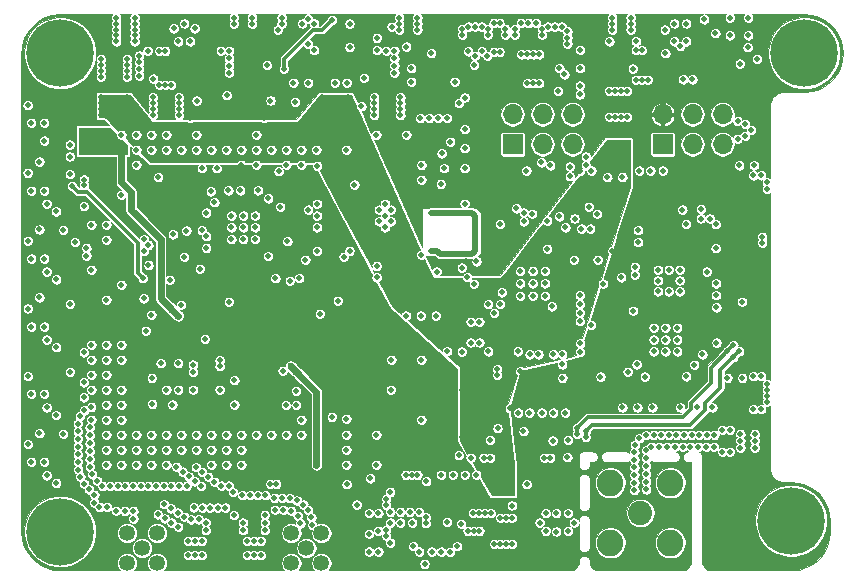
<source format=gbr>
%TF.GenerationSoftware,KiCad,Pcbnew,(5.1.10)-1*%
%TF.CreationDate,2021-08-17T14:43:39+02:00*%
%TF.ProjectId,mowi,6d6f7769-2e6b-4696-9361-645f70636258,v1.0*%
%TF.SameCoordinates,Original*%
%TF.FileFunction,Copper,L4,Inr*%
%TF.FilePolarity,Positive*%
%FSLAX46Y46*%
G04 Gerber Fmt 4.6, Leading zero omitted, Abs format (unit mm)*
G04 Created by KiCad (PCBNEW (5.1.10)-1) date 2021-08-17 14:43:39*
%MOMM*%
%LPD*%
G01*
G04 APERTURE LIST*
%TA.AperFunction,ComponentPad*%
%ADD10C,0.500000*%
%TD*%
%TA.AperFunction,ComponentPad*%
%ADD11R,1.700000X1.700000*%
%TD*%
%TA.AperFunction,ComponentPad*%
%ADD12O,1.700000X1.700000*%
%TD*%
%TA.AperFunction,ComponentPad*%
%ADD13C,1.348000*%
%TD*%
%TA.AperFunction,ComponentPad*%
%ADD14C,2.250000*%
%TD*%
%TA.AperFunction,ComponentPad*%
%ADD15C,2.050000*%
%TD*%
%TA.AperFunction,ComponentPad*%
%ADD16C,5.700000*%
%TD*%
%TA.AperFunction,ViaPad*%
%ADD17C,0.500000*%
%TD*%
%TA.AperFunction,ViaPad*%
%ADD18C,0.600000*%
%TD*%
%TA.AperFunction,Conductor*%
%ADD19C,0.350000*%
%TD*%
%TA.AperFunction,Conductor*%
%ADD20C,0.600000*%
%TD*%
%TA.AperFunction,Conductor*%
%ADD21C,0.500000*%
%TD*%
%TA.AperFunction,Conductor*%
%ADD22C,0.125000*%
%TD*%
%TA.AperFunction,Conductor*%
%ADD23C,0.100000*%
%TD*%
G04 APERTURE END LIST*
D10*
%TO.N,GND*%
%TO.C,U7*%
X154550000Y-84450000D03*
X153500000Y-84450000D03*
X152450000Y-84450000D03*
X154550000Y-85500000D03*
X153500000Y-85500000D03*
X152450000Y-85500000D03*
X154550000Y-86550000D03*
X153500000Y-86550000D03*
X152450000Y-86550000D03*
%TD*%
%TO.N,GND*%
%TO.C,U21*%
X128000000Y-79750000D03*
X128000000Y-80750000D03*
X128000000Y-81750000D03*
X129000000Y-79750000D03*
X129000000Y-80750000D03*
X129000000Y-81750000D03*
X130000000Y-79750000D03*
X130000000Y-80750000D03*
X130000000Y-81750000D03*
%TD*%
%TO.N,GND*%
%TO.C,U22*%
X165750000Y-89250000D03*
X164750000Y-89250000D03*
X163750000Y-89250000D03*
X165750000Y-90250000D03*
X164750000Y-90250000D03*
X163750000Y-90250000D03*
X165750000Y-91250000D03*
X164750000Y-91250000D03*
X163750000Y-91250000D03*
%TD*%
D11*
%TO.N,GND*%
%TO.C,J10*%
X164510000Y-73715000D03*
D12*
%TO.N,+3V3*%
X164510000Y-71175000D03*
%TO.N,/Sensor.VP*%
X167050000Y-73715000D03*
%TO.N,/Sensor.VN*%
X167050000Y-71175000D03*
%TO.N,/Sensor.SCL*%
X169590000Y-73715000D03*
%TO.N,/Sensor.SDA*%
X169590000Y-71175000D03*
%TD*%
D11*
%TO.N,GND*%
%TO.C,J8*%
X151810000Y-73715000D03*
D12*
%TO.N,/Connectors/ADV_M_~RST*%
X151810000Y-71175000D03*
%TO.N,/Connectors/ADV_GP1*%
X154350000Y-73715000D03*
%TO.N,/Connectors/ADV_GP2*%
X154350000Y-71175000D03*
%TO.N,/Connectors/ADV_EventB*%
X156890000Y-73715000D03*
%TO.N,/Connectors/ADV_LOG_BUT*%
X156890000Y-71175000D03*
%TD*%
D13*
%TO.N,GND*%
%TO.C,J5*%
X121710000Y-106635000D03*
X119170000Y-106635000D03*
X119170000Y-109175000D03*
X121710000Y-109175000D03*
%TO.N,Net-(J5-Pad1)*%
X120440000Y-107905000D03*
%TD*%
%TO.N,GND*%
%TO.C,J3*%
X135620000Y-106635000D03*
X133080000Y-106635000D03*
X133080000Y-109175000D03*
X135620000Y-109175000D03*
%TO.N,Net-(J3-Pad1)*%
X134350000Y-107905000D03*
%TD*%
D10*
%TO.N,GND*%
%TO.C,U1*%
X165030000Y-86167500D03*
X165947500Y-85250000D03*
X165030000Y-84332500D03*
X164112500Y-85250000D03*
X164112500Y-86167500D03*
X164112500Y-84332500D03*
X165947500Y-86167500D03*
X165947500Y-84332500D03*
%TD*%
D14*
%TO.N,GND*%
%TO.C,J2*%
X160085000Y-107470000D03*
X160085000Y-102390000D03*
X165165000Y-102390000D03*
X165165000Y-107470000D03*
D15*
%TO.N,/ANT_ESP*%
X162625000Y-104930000D03*
%TD*%
D16*
%TO.N,GND*%
%TO.C,MH4*%
X175400000Y-105600000D03*
%TD*%
%TO.N,GND*%
%TO.C,MH3*%
X113500000Y-106500000D03*
%TD*%
%TO.N,GND*%
%TO.C,MH2*%
X113500000Y-66000000D03*
%TD*%
%TO.N,GND*%
%TO.C,MH1*%
X176500000Y-66000000D03*
%TD*%
D17*
%TO.N,+1V8*%
X120490000Y-85060000D03*
X114320200Y-74750000D03*
X114500200Y-77250000D03*
%TO.N,/Connectors/ADV_GP1*%
X155000000Y-75500000D03*
X158000000Y-75500000D03*
%TO.N,/Connectors/ADV_EventB*%
X156280000Y-80750000D03*
X156650000Y-75600000D03*
%TO.N,/Connectors/ADV_GP2*%
X154250000Y-75250000D03*
X158000000Y-74750000D03*
%TO.N,+5V*%
X140450200Y-108200000D03*
X117415000Y-72915000D03*
X116145000Y-72915000D03*
X115800000Y-73300000D03*
X115800000Y-73800000D03*
X117415000Y-74185000D03*
X116145000Y-74185000D03*
X147750000Y-78750000D03*
D18*
X123500000Y-88250000D03*
D17*
X118685000Y-74185000D03*
D18*
X133504501Y-92995499D03*
X123000000Y-87750000D03*
X133004501Y-92495499D03*
D17*
X139650000Y-106700000D03*
D18*
X135195000Y-99585000D03*
X135195000Y-100855000D03*
D17*
X139650200Y-108200000D03*
X144950200Y-108200000D03*
X145750000Y-108200000D03*
%TO.N,/LED_Bt*%
X113750000Y-98220000D03*
X150750000Y-87250000D03*
%TO.N,/LED_WiFi*%
X162430000Y-80990000D03*
X114320000Y-92990000D03*
X150250000Y-88000000D03*
%TO.N,/Mosaic/SYNC*%
X114320200Y-73740000D03*
%TO.N,/TTL_MSC*%
X140440200Y-106450000D03*
X170000000Y-91250000D03*
X170500000Y-90750000D03*
X136520000Y-63190000D03*
X132440000Y-67310000D03*
X139650200Y-104950000D03*
X162520000Y-75940000D03*
X157250000Y-98250000D03*
X157250000Y-97750000D03*
X140450000Y-104950000D03*
%TO.N,/VANT*%
X128845000Y-99585000D03*
X127575000Y-99585000D03*
X126305000Y-99585000D03*
X128845000Y-100855000D03*
X127575000Y-100855000D03*
X126305000Y-100855000D03*
%TO.N,/LED_GP*%
X145300000Y-88220000D03*
X144500000Y-102250000D03*
X114320000Y-76250000D03*
%TO.N,/GP1*%
X113750000Y-80970000D03*
X125500000Y-75750000D03*
X144920000Y-66000000D03*
X157500000Y-68750000D03*
X134500000Y-68500000D03*
X145500000Y-71500000D03*
%TO.N,/LOG_LED*%
X146000000Y-75750000D03*
X114320000Y-87240000D03*
X118685000Y-94505000D03*
X146500000Y-108250000D03*
%TO.N,/GP2*%
X132655000Y-75455000D03*
X157500000Y-69500000D03*
X155650000Y-69200000D03*
X146250000Y-71500000D03*
%TO.N,+3V3*%
X171600000Y-79150000D03*
X170950000Y-79700000D03*
X170940000Y-79150000D03*
X112760000Y-83070000D03*
X112760000Y-77320000D03*
X112760000Y-94570000D03*
X112770000Y-88820000D03*
X144085000Y-72915000D03*
X138500000Y-95000000D03*
X139250000Y-95000000D03*
X171900000Y-63750000D03*
X121750200Y-78750000D03*
X121750200Y-79500000D03*
X159460000Y-86480000D03*
X112760000Y-71580000D03*
X123730000Y-85190000D03*
X123490000Y-84500000D03*
D18*
X130200200Y-97000000D03*
X130200200Y-94600000D03*
D17*
X158440000Y-89980000D03*
X161020000Y-67310000D03*
X165480000Y-75940000D03*
X165930000Y-82010000D03*
X163080000Y-79250000D03*
X168000000Y-82530000D03*
X161780000Y-80000000D03*
X157980000Y-92470000D03*
X151570000Y-96080000D03*
X153970000Y-99540000D03*
X150730000Y-82020000D03*
X152020000Y-75940000D03*
X157520000Y-75940000D03*
X138500000Y-94500000D03*
X138500000Y-94000000D03*
X139250000Y-94500000D03*
X139250000Y-94000000D03*
X138500000Y-93500000D03*
X139250000Y-93500000D03*
X135220000Y-81750000D03*
X134290000Y-82500000D03*
X138750000Y-88030000D03*
X139750000Y-88030000D03*
X140750000Y-88030000D03*
X138750000Y-85530000D03*
X159010000Y-83500000D03*
X133760000Y-76430000D03*
X128845000Y-75455000D03*
X123750000Y-79500000D03*
X123750000Y-78750000D03*
X123250000Y-78750000D03*
X123250000Y-79500000D03*
X122750000Y-78750000D03*
X122750000Y-79500000D03*
X122250000Y-79500000D03*
X122250000Y-78750000D03*
X128730000Y-87060000D03*
X132790000Y-87520000D03*
X134520000Y-88060000D03*
X135270000Y-77450000D03*
X118685000Y-84353276D03*
X120570000Y-85740000D03*
X117415000Y-85615000D03*
X150750000Y-82750000D03*
X112770000Y-100320000D03*
X139480000Y-63190000D03*
X129520000Y-67310000D03*
X146500000Y-92500000D03*
X146500000Y-93000000D03*
X146500000Y-93500000D03*
X145750000Y-93500000D03*
X145750000Y-93000000D03*
X145750000Y-92500000D03*
X124500000Y-71510000D03*
X130750000Y-71510000D03*
X128490000Y-68400000D03*
X164260000Y-96180000D03*
X171230000Y-88950000D03*
X152470000Y-92930000D03*
X155760000Y-79820000D03*
X152930000Y-81240000D03*
X147900000Y-83630000D03*
X167500000Y-93360000D03*
X160250000Y-82750000D03*
X172950000Y-79700000D03*
X172950000Y-79150000D03*
X172300000Y-79150000D03*
X125720200Y-85500000D03*
X139650200Y-103200000D03*
X155800200Y-98600000D03*
X140450000Y-103200000D03*
X144900200Y-104700000D03*
X145700200Y-104700000D03*
%TO.N,/Connectors/JSTM_RX*%
X134500000Y-65250000D03*
%TO.N,/Connectors/JSTM_EventA*%
X134000000Y-63490000D03*
%TO.N,/Connectors/JSTM_TX*%
X135000000Y-63490000D03*
%TO.N,/Connectors/JSTM_PPSO*%
X135000000Y-65750000D03*
%TO.N,/Connectors/ADV_LOG_BUT*%
X156650000Y-76420000D03*
%TO.N,/Connectors/JSTW_RX*%
X165500000Y-63490000D03*
%TO.N,/Connectors/JSTW_CTS*%
X165500000Y-65010000D03*
%TO.N,/Connectors/JSTW_TX*%
X166500000Y-63490000D03*
%TO.N,/Connectors/JSTW_RTS*%
X166500000Y-65010000D03*
%TO.N,/Connectors/xButton*%
X157500000Y-87250000D03*
X153000000Y-102500000D03*
X151750000Y-104300000D03*
%TO.N,/Connectors/xEventA*%
X132000000Y-76000000D03*
X143900000Y-108200000D03*
%TO.N,/Connectors/xRX1*%
X134500000Y-79250000D03*
X137750000Y-102500000D03*
%TO.N,/Connectors/x~RST*%
X143100000Y-104850000D03*
X149750000Y-91250000D03*
X152750000Y-79500000D03*
%TO.N,/EventB_1V8*%
X120975202Y-82250000D03*
%TO.N,/EventA_1V8*%
X120600200Y-82750000D03*
%TO.N,/MSC_RDY*%
X144030000Y-88220000D03*
X149750000Y-87250000D03*
X152750000Y-80250000D03*
X120750200Y-89500000D03*
X123500200Y-92250000D03*
%TO.N,/PPSO_1V8*%
X117415000Y-81805000D03*
%TO.N,/LOG_BUT*%
X133925000Y-75455000D03*
X157050000Y-80000000D03*
%TO.N,/VBUS.USB*%
X153050000Y-68550000D03*
X142305000Y-70750000D03*
X140095000Y-70750000D03*
X142305000Y-70250000D03*
X140095000Y-69750000D03*
X142305000Y-71250000D03*
X142305000Y-69750000D03*
X140095000Y-71250000D03*
X140095000Y-70250000D03*
X153550000Y-66100000D03*
X153050000Y-66100000D03*
X152550000Y-66100000D03*
X154050000Y-66100000D03*
X153550000Y-68550000D03*
X154050000Y-68550000D03*
X157520000Y-67280000D03*
X147750200Y-72430000D03*
%TO.N,Net-(D2-Pad2)*%
X110750000Y-70400000D03*
%TO.N,Net-(D3-Pad1)*%
X112350000Y-78750000D03*
%TO.N,Net-(D3-Pad2)*%
X110750000Y-76140000D03*
%TO.N,Net-(D4-Pad1)*%
X112350000Y-84500000D03*
%TO.N,Net-(D4-Pad2)*%
X110770000Y-81880000D03*
%TO.N,Net-(D5-Pad1)*%
X112350000Y-90250000D03*
%TO.N,Net-(D5-Pad2)*%
X110770000Y-87620000D03*
%TO.N,Net-(D6-Pad1)*%
X112350000Y-96000000D03*
%TO.N,Net-(D6-Pad2)*%
X110770000Y-93360000D03*
%TO.N,Net-(D7-Pad1)*%
X112350000Y-101750000D03*
%TO.N,Net-(D7-Pad2)*%
X110770000Y-99100000D03*
%TO.N,/VBUS.MSC*%
X141800000Y-65800000D03*
X141100000Y-65800000D03*
X141800000Y-66450000D03*
X141800000Y-67650000D03*
X141800000Y-67050000D03*
X121900000Y-68680000D03*
X122900000Y-68680000D03*
X122400000Y-68680000D03*
X121370000Y-68160000D03*
X121900000Y-65820000D03*
X122400000Y-65820000D03*
%TO.N,/VBUS.PXH*%
X121345000Y-70250000D03*
X121345000Y-70750000D03*
X123555000Y-69750000D03*
X123555000Y-70250000D03*
X121345000Y-69750000D03*
X123555000Y-70750000D03*
X121345000Y-71250000D03*
X123555000Y-71250000D03*
X127100000Y-65800000D03*
X127800000Y-67050000D03*
X127800000Y-66450000D03*
X127800000Y-67650000D03*
X127800000Y-65800000D03*
%TO.N,/Sensor.VP*%
X171500000Y-73000000D03*
%TO.N,/Sensor.VN*%
X171500000Y-72000000D03*
%TO.N,/Sensor.SDA*%
X152280000Y-96430000D03*
X168250000Y-84500000D03*
%TO.N,/SerialPXH.CTS*%
X123110000Y-63910000D03*
%TO.N,/SerialPXH.RTS*%
X123500000Y-65010000D03*
%TO.N,/SerialPXH.TX*%
X124500000Y-65010000D03*
%TO.N,/SerialPXH.RX*%
X124890000Y-63910000D03*
%TO.N,/EtherMSC.~RST*%
X137735000Y-74185000D03*
X132740000Y-81930000D03*
%TO.N,/SerialU0.TX*%
X168720000Y-96000000D03*
X156000000Y-91500000D03*
%TO.N,/SerialU0.RX*%
X167450000Y-96000000D03*
X155250000Y-91500000D03*
%TO.N,/SerialU1.RTS*%
X172500000Y-66500000D03*
X167750000Y-80000000D03*
X172250000Y-75500000D03*
%TO.N,/SerialU1.TX*%
X167750000Y-79200000D03*
X171000000Y-75500000D03*
X171700200Y-65500000D03*
%TO.N,/SerialU1.CTS*%
X160000000Y-65000000D03*
%TO.N,/SerialU1.RX*%
X162250000Y-65000000D03*
%TO.N,/SDcard.CLK*%
X119955000Y-72915000D03*
X124750200Y-94500000D03*
%TO.N,/SDcard.CMD*%
X118685000Y-72915000D03*
X124750200Y-93000000D03*
X120570000Y-86760000D03*
%TO.N,/SDcard.DATA*%
X118685000Y-91965000D03*
X117415000Y-86885000D03*
X121225000Y-72915000D03*
%TO.N,/SerialMSC.TX*%
X138000000Y-65500000D03*
X138600000Y-104220000D03*
%TO.N,/MSC_~RST*%
X152130000Y-79150000D03*
%TO.N,/SerialMSC.RX*%
X144000000Y-71500000D03*
%TO.N,/EtherMSC.TXD1*%
X135195000Y-74185000D03*
X132125000Y-79000000D03*
%TO.N,/EtherMSC.TXD0*%
X133925000Y-74185000D03*
X131125000Y-78300000D03*
%TO.N,/EtherMSC.TXEN*%
X131385000Y-74185000D03*
X130250000Y-77625000D03*
%TO.N,/EtherMSC.RXER*%
X130115000Y-74185000D03*
X128750000Y-77625000D03*
%TO.N,/EtherMSC.RXD0*%
X126305000Y-74185000D03*
X126560000Y-78620000D03*
%TO.N,/EtherMSC.RXD1*%
X125035000Y-74185000D03*
X125870000Y-79500000D03*
%TO.N,/EtherMSC.MDC*%
X123765000Y-74185000D03*
X125490000Y-81000000D03*
%TO.N,/EtherMSC.MDIO*%
X122495000Y-74185000D03*
X125870000Y-81500000D03*
%TO.N,/EtherMSC.CLK*%
X119955000Y-74185000D03*
X125870000Y-82500000D03*
%TO.N,/U2_RX*%
X156260000Y-96430000D03*
%TO.N,/U2_TX*%
X153230000Y-96430000D03*
%TO.N,/Sensor.SCL*%
X166500000Y-80470000D03*
%TO.N,/COM4_TX*%
X155240000Y-96430000D03*
X146250000Y-91250000D03*
%TO.N,/COM4_RX*%
X154260000Y-96430000D03*
X147500000Y-91274390D03*
%TO.N,GND*%
X137735000Y-98315000D03*
X115520200Y-77200000D03*
X168500000Y-80000000D03*
X143225200Y-67275000D03*
X156500000Y-104950000D03*
X156500200Y-106450000D03*
X154600000Y-104950000D03*
X154600000Y-106450000D03*
X140500000Y-79250000D03*
X140500000Y-80250000D03*
X141500000Y-80250000D03*
X141500000Y-79250000D03*
X141570000Y-63760000D03*
X126557817Y-102287456D03*
X126038129Y-101877456D03*
X125518442Y-101467456D03*
X124998754Y-101057456D03*
X123339995Y-101022544D03*
X123859683Y-101432544D03*
X124379370Y-101842544D03*
X124899058Y-102252544D03*
X125430000Y-102650000D03*
X124014309Y-105246845D03*
X123440976Y-104896012D03*
X122867642Y-104545178D03*
X122294309Y-104194345D03*
X121772357Y-105047321D03*
X122345690Y-105398154D03*
X122919024Y-105748988D03*
X123492357Y-106099821D03*
X117462822Y-104431997D03*
X118964433Y-104770000D03*
X119702216Y-104770000D03*
X125475000Y-108500000D03*
X124325000Y-108500000D03*
X124900000Y-107300000D03*
X124325000Y-107300000D03*
X124900000Y-108500000D03*
X125475000Y-107300000D03*
X130475000Y-108500000D03*
X129325000Y-108500000D03*
X130825000Y-105750000D03*
X129900000Y-107300000D03*
X128975000Y-105750000D03*
X129325000Y-107300000D03*
X129900000Y-108500000D03*
X130825000Y-106400000D03*
X130475000Y-107300000D03*
X128975000Y-106400000D03*
X172300000Y-98825000D03*
X172300000Y-98250000D03*
X172300000Y-99400000D03*
X170200000Y-97900000D03*
X141000000Y-80750000D03*
X141000000Y-78750000D03*
X116618959Y-102199353D03*
X116215564Y-101668734D03*
X116016503Y-101032986D03*
X116000000Y-100364013D03*
X116000000Y-99694316D03*
X116000000Y-99024620D03*
X116000000Y-98354923D03*
X116000000Y-97685226D03*
X116148641Y-97055270D03*
X116135649Y-95956164D03*
X115559424Y-96241700D03*
X115157227Y-96743548D03*
X115001489Y-97367409D03*
X115000000Y-98015613D03*
X115000000Y-98663848D03*
X115000000Y-99312084D03*
X115000000Y-99960320D03*
X115000000Y-100608555D03*
X115038259Y-101254710D03*
X115212048Y-101877784D03*
X115519390Y-102446936D03*
X115942203Y-102936809D03*
X116399900Y-103395181D03*
X134850000Y-105946403D03*
X134766496Y-105307801D03*
X134506765Y-104718790D03*
X134090929Y-104227506D03*
X133553039Y-103874118D03*
X132937115Y-103687517D03*
X132292397Y-103660000D03*
X131646198Y-103660000D03*
X131692098Y-104660000D03*
X132384197Y-104660000D03*
X133064792Y-104750937D03*
X133604451Y-105169510D03*
X133844426Y-105808840D03*
X163125000Y-102943194D03*
X163125000Y-102280925D03*
X163125000Y-101618657D03*
X163125000Y-100956388D03*
X163125000Y-100294119D03*
X163125000Y-99631851D03*
X163552314Y-99325000D03*
X164214582Y-99325000D03*
X164876851Y-99325000D03*
X165539119Y-99325000D03*
X166201388Y-99325000D03*
X166863657Y-99325000D03*
X167525925Y-99325000D03*
X168188194Y-99325000D03*
X168850462Y-99325000D03*
X168888268Y-98325000D03*
X168244902Y-98325000D03*
X167601536Y-98325000D03*
X166958170Y-98325000D03*
X166314804Y-98325000D03*
X165671438Y-98325000D03*
X165028072Y-98325000D03*
X164384706Y-98325000D03*
X163741340Y-98325000D03*
X163098741Y-98339277D03*
X162528103Y-98616207D03*
X162175604Y-99144841D03*
X162125000Y-99783072D03*
X162125000Y-100426438D03*
X162125000Y-101069804D03*
X162125000Y-101713170D03*
X162125000Y-102356536D03*
X162125000Y-102999902D03*
X140275000Y-98315000D03*
X141500000Y-94500000D03*
X144085000Y-76725000D03*
X142815000Y-72915000D03*
X126250000Y-77700000D03*
X159460000Y-85520000D03*
X131100000Y-83190000D03*
X162310000Y-92350000D03*
X161540000Y-92980000D03*
X146900000Y-79500000D03*
X147400000Y-79500000D03*
X147900000Y-79500000D03*
X148400000Y-79500000D03*
X148650000Y-80000000D03*
X148650000Y-80500000D03*
X148650000Y-81000000D03*
X148650000Y-81500000D03*
X148650000Y-82000000D03*
X148650000Y-82500000D03*
X147900000Y-83000000D03*
X148400000Y-83000000D03*
X147400000Y-83000000D03*
X146900000Y-83000000D03*
X146400000Y-83000000D03*
X118685000Y-77995000D03*
X119955000Y-75455000D03*
X113170000Y-102400000D03*
X113170000Y-85150000D03*
X113170000Y-90900000D03*
X133925000Y-97045000D03*
X132655000Y-74185000D03*
X112150000Y-73400000D03*
X111740000Y-75180000D03*
X113150000Y-79400000D03*
X111740000Y-98180000D03*
X113150000Y-96650000D03*
X111740000Y-86680000D03*
X111740000Y-80930000D03*
X122770000Y-85190000D03*
X125320000Y-84260000D03*
X123730000Y-87310000D03*
X121300000Y-95700000D03*
X123000000Y-95750000D03*
X120980000Y-83940000D03*
X158440000Y-89020000D03*
X120600200Y-81750000D03*
X115720000Y-82500000D03*
X115720000Y-83150000D03*
X124190000Y-81020000D03*
X168980000Y-64310000D03*
X171050000Y-66880000D03*
X161980000Y-67310000D03*
X171990000Y-72500000D03*
X163480000Y-75940000D03*
X164520000Y-75940000D03*
X162430000Y-82010000D03*
X168990000Y-82510000D03*
X158950000Y-79610000D03*
X157630000Y-80850000D03*
X152730000Y-98000000D03*
X150730000Y-80470000D03*
X153450000Y-79600000D03*
X152980000Y-75940000D03*
X158480000Y-75940000D03*
X140275000Y-72915000D03*
X142780000Y-88220000D03*
X144085000Y-97045000D03*
X132655000Y-98315000D03*
X133925000Y-98315000D03*
X145800000Y-74490000D03*
X166180000Y-79250000D03*
X154740000Y-82570000D03*
X150900000Y-86250000D03*
X140290000Y-84980000D03*
X135240000Y-82750000D03*
X135240000Y-80750000D03*
X135240000Y-79750000D03*
X135240000Y-78750000D03*
X134270000Y-83500000D03*
X145390000Y-84490000D03*
X156990000Y-83500000D03*
X140275000Y-100855000D03*
X118685000Y-90695000D03*
X118685000Y-95775000D03*
X118685000Y-97045000D03*
X119955000Y-98315000D03*
X121225000Y-98315000D03*
X122495000Y-98315000D03*
X123765000Y-98315000D03*
X125035000Y-98315000D03*
X126305000Y-98315000D03*
X127575000Y-98315000D03*
X128845000Y-98315000D03*
X130115000Y-98315000D03*
X131385000Y-98315000D03*
X118685000Y-98315000D03*
X117415000Y-94505000D03*
X116145000Y-94505000D03*
X125035000Y-99585000D03*
X117070000Y-102650000D03*
X130115000Y-75455000D03*
X127770000Y-87060000D03*
X131730000Y-85060000D03*
X132950000Y-85270000D03*
X133730000Y-85060000D03*
X135480000Y-88070000D03*
X137000000Y-86960000D03*
X135270000Y-75550000D03*
X116145000Y-84345000D03*
X141000000Y-79750000D03*
X117415000Y-90695000D03*
X117415000Y-93235000D03*
X117415000Y-91965000D03*
X118685000Y-85615000D03*
X117415000Y-80535000D03*
X122495000Y-72915000D03*
X121225000Y-74185000D03*
X127575000Y-74185000D03*
X144085000Y-91965000D03*
X141545000Y-91965000D03*
X162250000Y-68250000D03*
X162750000Y-68250000D03*
X163250000Y-68250000D03*
X162250000Y-65750000D03*
X162750000Y-65750000D03*
X146400000Y-79500000D03*
X147510000Y-84150010D03*
X148750000Y-83630000D03*
X169550000Y-97900000D03*
X170200000Y-99750000D03*
X169550000Y-99750000D03*
X171100000Y-98250000D03*
X171100000Y-99400000D03*
X171100000Y-98825000D03*
X130825000Y-105100000D03*
X145900000Y-79500000D03*
X117415000Y-98315000D03*
X117415000Y-99585000D03*
X118685000Y-99585000D03*
X119955000Y-99585000D03*
X121225000Y-99585000D03*
X122495000Y-99585000D03*
X123765000Y-99585000D03*
X117415000Y-97045000D03*
X117415000Y-95775000D03*
X115510000Y-95140000D03*
X116145000Y-93235000D03*
X116145000Y-91965000D03*
X116145000Y-90695000D03*
X121225000Y-88155000D03*
X117415000Y-100855000D03*
X118685000Y-100855000D03*
X119955000Y-100855000D03*
X121225000Y-100855000D03*
X122495000Y-100855000D03*
X125825000Y-105750000D03*
X125825000Y-106400000D03*
X130880000Y-103420000D03*
X130230000Y-103420000D03*
X129580000Y-103420000D03*
X128930000Y-103420000D03*
X125230000Y-105470000D03*
X124580000Y-105470000D03*
X117720000Y-102650000D03*
X118370000Y-102650000D03*
X119020000Y-102650000D03*
X119670000Y-102650000D03*
X120320000Y-102650000D03*
X120970000Y-102650000D03*
X121620000Y-102650000D03*
X122270000Y-102650000D03*
X122920000Y-102650000D03*
X123570000Y-102650000D03*
X124220000Y-102650000D03*
X128210000Y-105130000D03*
X124810000Y-104460000D03*
X127130000Y-102620000D03*
X127780000Y-102620000D03*
X128130000Y-103170000D03*
X125530000Y-104470000D03*
X126180000Y-104470000D03*
X126830000Y-104470000D03*
X127480000Y-104470000D03*
X119700000Y-105420000D03*
X116830000Y-104420000D03*
X116380000Y-104070000D03*
X118227594Y-104750846D03*
X166240000Y-68220000D03*
X116145000Y-80535000D03*
X138415000Y-77135000D03*
X133400000Y-70130000D03*
X130115000Y-72915000D03*
X131310000Y-70010000D03*
X131000000Y-67010000D03*
X124000000Y-63490000D03*
X166000000Y-65390000D03*
X154740000Y-80180000D03*
X142300000Y-104850000D03*
X142300000Y-105750000D03*
X147100000Y-107750000D03*
X143300000Y-105750000D03*
X125060000Y-70020000D03*
X120200000Y-67330000D03*
X120200000Y-66770000D03*
X120200000Y-66200000D03*
X120200000Y-67900000D03*
X120900000Y-65800000D03*
X134499999Y-63114998D03*
X131930000Y-64000000D03*
X138000000Y-63500000D03*
X139220000Y-68090000D03*
X157520000Y-65720000D03*
X143250000Y-101710000D03*
X143750000Y-101710000D03*
X142750000Y-101710000D03*
X145750000Y-101690000D03*
X147770000Y-101690000D03*
X172200000Y-76350000D03*
X173350000Y-77500000D03*
X172850000Y-76350000D03*
X173350000Y-76950000D03*
X172950000Y-82050000D03*
X172950000Y-81550000D03*
X127600000Y-69560000D03*
X150530000Y-97750000D03*
X150500000Y-93250000D03*
X150500000Y-92750000D03*
X170850000Y-71750000D03*
X170850000Y-73250000D03*
X146899999Y-68418723D03*
X125035000Y-72915000D03*
X146530000Y-73500000D03*
X147750000Y-75750000D03*
X139000000Y-70500000D03*
X173350000Y-95500000D03*
X172850000Y-96150000D03*
X172200000Y-93350000D03*
X172850000Y-93350000D03*
X173350000Y-94500000D03*
X173350000Y-95000000D03*
X161000000Y-84990000D03*
X169060000Y-87520000D03*
X171230000Y-87050000D03*
X172200000Y-96150000D03*
X159250000Y-93390000D03*
X173350000Y-94000000D03*
X137735000Y-99585000D03*
X137735000Y-100855000D03*
X131300000Y-102480600D03*
X131800000Y-102480600D03*
X140320200Y-65750000D03*
X140300200Y-64710000D03*
X164700200Y-64000000D03*
X132340200Y-92900000D03*
X133480200Y-94600000D03*
X132610200Y-95800000D03*
X115500200Y-78950000D03*
X115520200Y-76700000D03*
X133480200Y-95790000D03*
X137730200Y-96960000D03*
X136500200Y-96800000D03*
X123050200Y-81350000D03*
X122500200Y-94500000D03*
X122000200Y-92250000D03*
X127000200Y-94500000D03*
X125750200Y-90200000D03*
X147750000Y-74050000D03*
X150200200Y-63450000D03*
X150700000Y-63450000D03*
X149700200Y-64450000D03*
X151200200Y-64450000D03*
X151200200Y-63950000D03*
X149700200Y-63950000D03*
X149200200Y-63750000D03*
X152000200Y-64450000D03*
X152000200Y-63950000D03*
X152500200Y-63450000D03*
X147550200Y-64450000D03*
X147550200Y-63950000D03*
X148050200Y-63750000D03*
X148625200Y-63750000D03*
X148050200Y-65850000D03*
X149200200Y-65850000D03*
X150200200Y-65900000D03*
X150700200Y-65900000D03*
X153800200Y-63450000D03*
X153150200Y-63450000D03*
X154300200Y-63950000D03*
X154300200Y-64450000D03*
X154800200Y-63750000D03*
X155950200Y-63750000D03*
X155375200Y-63750000D03*
X156450200Y-65200000D03*
X156450200Y-64150000D03*
X156450200Y-64675000D03*
X148550200Y-67000000D03*
X149675200Y-66225000D03*
X148625200Y-66225000D03*
X143225200Y-68425000D03*
X155775200Y-67275000D03*
X156200200Y-67800000D03*
X142800200Y-65450000D03*
X143750200Y-63000000D03*
X143750200Y-64000000D03*
X143750200Y-63500000D03*
X142200200Y-64000000D03*
X142200200Y-63000000D03*
X142200200Y-63500000D03*
X161800200Y-63500000D03*
X161800200Y-63000000D03*
X160250200Y-63000000D03*
X160250200Y-63500000D03*
X160250200Y-64000000D03*
X161800200Y-64000000D03*
X170200200Y-63000000D03*
X171750200Y-63000000D03*
X171750200Y-64500000D03*
X170200200Y-64500000D03*
X132250200Y-63000000D03*
X132250200Y-63500000D03*
X129750200Y-63500000D03*
X129750200Y-63000000D03*
X128200200Y-63000000D03*
X128200200Y-63500000D03*
X118250200Y-63000000D03*
X118250200Y-63500000D03*
X118250200Y-64000000D03*
X119800200Y-64500000D03*
X119800200Y-64000000D03*
X118250200Y-65000000D03*
X119800200Y-65000000D03*
X119800200Y-63500000D03*
X118250200Y-64500000D03*
X119800200Y-63000000D03*
X111050200Y-71900000D03*
X112150200Y-71900000D03*
X111050200Y-77650000D03*
X112150200Y-77650000D03*
X111050200Y-83400000D03*
X112150200Y-83400000D03*
X111050200Y-89150000D03*
X112150200Y-89150000D03*
X111050200Y-94850000D03*
X112150200Y-94850000D03*
X112150200Y-100600000D03*
X111050200Y-100600000D03*
X156500200Y-98750000D03*
X155000200Y-100250000D03*
X154500200Y-100250000D03*
X155200200Y-98800000D03*
X156450200Y-100200000D03*
X155500200Y-104950000D03*
X155500200Y-106500000D03*
X157000200Y-105750000D03*
X154100200Y-105750000D03*
X121810200Y-76500000D03*
%TO.N,Net-(C25-Pad1)*%
X138000000Y-82750000D03*
X137500000Y-83250000D03*
X144085000Y-83075000D03*
X145720000Y-77080000D03*
X140290000Y-84020000D03*
%TO.N,/PPSO_3V3*%
X115510000Y-93870000D03*
X115510000Y-91330000D03*
X126750000Y-75750000D03*
X143900000Y-104850000D03*
X133250000Y-68500000D03*
X114750200Y-82000000D03*
X144350200Y-109250000D03*
%TO.N,/EventB_3V3*%
X158370000Y-80850000D03*
X124000000Y-83250000D03*
%TO.N,/eMMC_VCC*%
X123500200Y-94500000D03*
X128250200Y-95750000D03*
%TO.N,/eMMC_VCCQ*%
X127000200Y-92500000D03*
X127000200Y-92000000D03*
X124747258Y-92370584D03*
X121250200Y-93500000D03*
X128250200Y-93683680D03*
%TO.N,/EtherMSC.CRSDV*%
X128845000Y-74185000D03*
X127750000Y-77620000D03*
%TO.N,/ESP_EN*%
X169010000Y-80490000D03*
X157500000Y-86500000D03*
X148730000Y-101690000D03*
X154000000Y-91500000D03*
X149900200Y-100250000D03*
X149900000Y-98750000D03*
X148250200Y-100250000D03*
X149350200Y-100250000D03*
%TO.N,/ESP_BOOT*%
X148500200Y-106450000D03*
X146750000Y-101690000D03*
X152250000Y-91250000D03*
X149000200Y-106450000D03*
X147450200Y-105850000D03*
X148450200Y-104950000D03*
X148950000Y-104950200D03*
X149450200Y-104950000D03*
X149950200Y-104950000D03*
X148000200Y-106450000D03*
%TO.N,/TTL_ESP*%
X146250000Y-105700000D03*
X168020000Y-63140000D03*
X170500000Y-91750000D03*
X164750000Y-66010000D03*
X171000000Y-91250000D03*
X158000000Y-98000000D03*
X158000000Y-98500000D03*
X144450200Y-105800000D03*
X144450200Y-105300000D03*
%TO.N,/Ethernet/EE_RX+*%
X148250000Y-90500000D03*
X157536643Y-90572500D03*
%TO.N,/Ethernet/EE_RX-*%
X149000000Y-90500000D03*
X157536643Y-91294500D03*
%TO.N,/Ethernet/EE_TX+*%
X149000000Y-88750000D03*
X157500000Y-87975500D03*
%TO.N,/Ethernet/EE_TX-*%
X148250000Y-88750000D03*
X157500000Y-88697500D03*
%TO.N,/VBUS.ESP*%
X160000000Y-69200000D03*
X160000000Y-71395000D03*
X160500000Y-71395000D03*
X161000000Y-71395000D03*
X161500000Y-71395000D03*
X161500000Y-69200000D03*
X161000000Y-69200000D03*
X160500000Y-69200000D03*
X167030000Y-68220000D03*
%TO.N,/VBUS.AXM*%
X150750000Y-107555000D03*
X150750000Y-105345000D03*
X151250000Y-107555000D03*
X150250000Y-107555000D03*
X151750000Y-107555000D03*
X151250000Y-105345000D03*
X151750000Y-105345000D03*
X141450000Y-103150000D03*
X141450000Y-107450000D03*
X141100000Y-103750000D03*
X141100000Y-106850000D03*
X141100000Y-106350000D03*
X141100000Y-104250000D03*
X141450000Y-104850000D03*
X141450000Y-105750000D03*
%TO.N,/SerialAXM.TX*%
X143400000Y-107750000D03*
%TO.N,/SerialAXM.RX*%
X139750000Y-102000000D03*
%TO.N,/SerialAXM.CTS*%
X136750000Y-68500000D03*
%TO.N,/SerialAXM.RTS*%
X137750000Y-68500000D03*
%TO.N,/EtherESP.CLK*%
X156020000Y-93500000D03*
X162000000Y-87810000D03*
X156010000Y-92360000D03*
%TO.N,/EtherESP.~RST*%
X163000000Y-93380000D03*
X161100000Y-96000000D03*
%TO.N,/EtherESP.MDC*%
X162150000Y-84100000D03*
X171250000Y-93500000D03*
%TO.N,/EtherESP.TXD1*%
X170000000Y-93500000D03*
X166500000Y-93370000D03*
%TO.N,/EtherESP.TXEN*%
X167880000Y-91500000D03*
X166000000Y-96000000D03*
%TO.N,/EtherESP.TXD0*%
X167190000Y-92380000D03*
X163640000Y-96000000D03*
%TO.N,/EtherESP.MDIO*%
X162370000Y-96000000D03*
X162150000Y-84750000D03*
%TO.N,/EtherESP.CRSDV*%
X169070000Y-90510000D03*
X158250000Y-79000000D03*
%TO.N,/EtherESP.RXD1*%
X159830000Y-76500000D03*
X169030000Y-85500000D03*
%TO.N,/EtherESP.RXD0*%
X161100000Y-76490000D03*
X169030000Y-86500000D03*
%TO.N,/MSC_USB_P*%
X148530368Y-85530368D03*
%TO.N,/MSC_USB_N*%
X147969632Y-84969632D03*
%TO.N,Net-(R38-Pad1)*%
X144080000Y-75470000D03*
X144750000Y-71500000D03*
%TO.N,/Power/VBUS_PIN*%
X150750000Y-103155000D03*
X150750000Y-100945000D03*
X151250000Y-103155000D03*
X151750000Y-100945000D03*
X150250000Y-103155000D03*
X151750000Y-103155000D03*
X150250000Y-100945000D03*
X151250000Y-100945000D03*
X137905000Y-70750000D03*
X135695000Y-70750000D03*
X137905000Y-70250000D03*
X135695000Y-69750000D03*
X137905000Y-71250000D03*
X137905000Y-69750000D03*
X135695000Y-71250000D03*
X135695000Y-70250000D03*
X116945000Y-70250000D03*
X116945000Y-70750000D03*
X116945000Y-69750000D03*
X116945000Y-71250000D03*
X119155000Y-70750000D03*
X119155000Y-70250000D03*
X119155000Y-69750000D03*
X119155000Y-71250000D03*
X116945000Y-67000000D03*
X116945000Y-67500000D03*
X116945000Y-66500000D03*
X116945000Y-68000000D03*
X119155000Y-67500000D03*
X119155000Y-67000000D03*
X119155000Y-66500000D03*
X119155000Y-68000000D03*
X160500000Y-75805000D03*
X161000000Y-75805000D03*
X160000000Y-75805000D03*
X161500000Y-75805000D03*
X148500000Y-98500000D03*
X147500000Y-94500000D03*
X148000000Y-94500000D03*
X148500000Y-94500000D03*
X147500000Y-98500000D03*
X148000000Y-98500000D03*
X160000000Y-73595000D03*
X161500000Y-73595000D03*
X160500000Y-73595000D03*
X161000000Y-73595000D03*
X147250000Y-100050000D03*
%TO.N,/USB_HUB/USB_UP0_P*%
X147745013Y-69754987D03*
%TO.N,/USB_HUB/USB_UP0_N*%
X147254987Y-70245013D03*
%TO.N,/USB_HUB/ESP_RTS*%
X155130000Y-87440000D03*
X153250000Y-91500000D03*
%TD*%
D19*
%TO.N,+1V8*%
X120050199Y-84620199D02*
X120490000Y-85060000D01*
X120050199Y-82049999D02*
X120050199Y-84620199D01*
X115750201Y-77750001D02*
X120050199Y-82049999D01*
X115000201Y-77750001D02*
X115750201Y-77750001D01*
X114500200Y-77250000D02*
X115000201Y-77750001D01*
D20*
%TO.N,+5V*%
X123000000Y-87750000D02*
X123500000Y-88250000D01*
D19*
X133004501Y-92495499D02*
X133504501Y-92995499D01*
D20*
X133754501Y-93245499D02*
X133004501Y-92495499D01*
X133504501Y-92995499D02*
X133754501Y-93245499D01*
X135195000Y-100855000D02*
X135195000Y-99585000D01*
X135195000Y-94685998D02*
X133754501Y-93245499D01*
X135195000Y-99585000D02*
X135195000Y-94685998D01*
X122000100Y-86750100D02*
X123000000Y-87750000D01*
X122000100Y-81750100D02*
X122000100Y-86750100D01*
X119500100Y-79250100D02*
X122000100Y-81750100D01*
X119500100Y-77750100D02*
X119500100Y-79250100D01*
X118685000Y-76935000D02*
X119500100Y-77750100D01*
X118685000Y-74185000D02*
X118685000Y-76935000D01*
D19*
%TO.N,/TTL_MSC*%
X170500000Y-90750000D02*
X170000000Y-91250000D01*
X135669999Y-64040001D02*
X136520000Y-63190000D01*
X134895997Y-64040001D02*
X135669999Y-64040001D01*
X132440000Y-66495998D02*
X134895997Y-64040001D01*
X132440000Y-67310000D02*
X132440000Y-66495998D01*
X157250000Y-97750000D02*
X157250000Y-97750000D01*
X157250000Y-97750000D02*
X157250000Y-98250000D01*
X168589989Y-93910011D02*
X168589989Y-92660011D01*
X166899999Y-95600001D02*
X168589989Y-93910011D01*
X166899999Y-96100001D02*
X166899999Y-95600001D01*
X168589989Y-92660011D02*
X170000000Y-91250000D01*
X166193830Y-96806170D02*
X166899999Y-96100001D01*
X158193830Y-96806170D02*
X166193830Y-96806170D01*
X157250000Y-97750000D02*
X158193830Y-96806170D01*
D21*
%TO.N,GND*%
X148650000Y-79750000D02*
X148400000Y-79500000D01*
X148650000Y-80000000D02*
X148650000Y-79750000D01*
X148650000Y-80000000D02*
X148650000Y-82500000D01*
X148650000Y-82750000D02*
X148400000Y-83000000D01*
X148650000Y-82500000D02*
X148650000Y-82750000D01*
X148400000Y-83000000D02*
X145900000Y-83000000D01*
X145650000Y-83000000D02*
X145400000Y-82750000D01*
X145900000Y-83000000D02*
X145650000Y-83000000D01*
X145400000Y-82750000D02*
X144900000Y-82750000D01*
X144900000Y-79500000D02*
X148400000Y-79500000D01*
D19*
%TO.N,/TTL_ESP*%
X170500000Y-91750000D02*
X171000000Y-91250000D01*
X168119999Y-95619999D02*
X169389999Y-94349999D01*
X168119999Y-96198003D02*
X168119999Y-95619999D01*
X169389999Y-94349999D02*
X169389999Y-92860001D01*
X169389999Y-92860001D02*
X170500000Y-91750000D01*
X158500000Y-97500000D02*
X166818002Y-97500000D01*
X158000000Y-98000000D02*
X158500000Y-97500000D01*
X158000000Y-98000000D02*
X158000000Y-98500000D01*
X166818002Y-97500000D02*
X168119999Y-96198003D01*
%TD*%
D22*
%TO.N,+3V3*%
X117909595Y-62720472D02*
X117861606Y-62792292D01*
X117828551Y-62872094D01*
X117811700Y-62956811D01*
X117811700Y-63043189D01*
X117828551Y-63127906D01*
X117861606Y-63207708D01*
X117889865Y-63250000D01*
X117861606Y-63292292D01*
X117828551Y-63372094D01*
X117811700Y-63456811D01*
X117811700Y-63543189D01*
X117828551Y-63627906D01*
X117861606Y-63707708D01*
X117889865Y-63750000D01*
X117861606Y-63792292D01*
X117828551Y-63872094D01*
X117811700Y-63956811D01*
X117811700Y-64043189D01*
X117828551Y-64127906D01*
X117861606Y-64207708D01*
X117889865Y-64250000D01*
X117861606Y-64292292D01*
X117828551Y-64372094D01*
X117811700Y-64456811D01*
X117811700Y-64543189D01*
X117828551Y-64627906D01*
X117861606Y-64707708D01*
X117889865Y-64750000D01*
X117861606Y-64792292D01*
X117828551Y-64872094D01*
X117811700Y-64956811D01*
X117811700Y-65043189D01*
X117828551Y-65127906D01*
X117861606Y-65207708D01*
X117909595Y-65279528D01*
X117970672Y-65340605D01*
X118042492Y-65388594D01*
X118122294Y-65421649D01*
X118207011Y-65438500D01*
X118293389Y-65438500D01*
X118378106Y-65421649D01*
X118457908Y-65388594D01*
X118529728Y-65340605D01*
X118590805Y-65279528D01*
X118638794Y-65207708D01*
X118671849Y-65127906D01*
X118688700Y-65043189D01*
X118688700Y-64956811D01*
X118671849Y-64872094D01*
X118638794Y-64792292D01*
X118610535Y-64750000D01*
X118638794Y-64707708D01*
X118671849Y-64627906D01*
X118688700Y-64543189D01*
X118688700Y-64456811D01*
X118671849Y-64372094D01*
X118638794Y-64292292D01*
X118610535Y-64250000D01*
X118638794Y-64207708D01*
X118671849Y-64127906D01*
X118688700Y-64043189D01*
X118688700Y-63956811D01*
X118671849Y-63872094D01*
X118638794Y-63792292D01*
X118610535Y-63750000D01*
X118638794Y-63707708D01*
X118671849Y-63627906D01*
X118688700Y-63543189D01*
X118688700Y-63456811D01*
X118671849Y-63372094D01*
X118638794Y-63292292D01*
X118610535Y-63250000D01*
X118638794Y-63207708D01*
X118671849Y-63127906D01*
X118688700Y-63043189D01*
X118688700Y-62956811D01*
X118671849Y-62872094D01*
X118638794Y-62792292D01*
X118590805Y-62720472D01*
X118583833Y-62713500D01*
X119466567Y-62713500D01*
X119459595Y-62720472D01*
X119411606Y-62792292D01*
X119378551Y-62872094D01*
X119361700Y-62956811D01*
X119361700Y-63043189D01*
X119378551Y-63127906D01*
X119411606Y-63207708D01*
X119439865Y-63250000D01*
X119411606Y-63292292D01*
X119378551Y-63372094D01*
X119361700Y-63456811D01*
X119361700Y-63543189D01*
X119378551Y-63627906D01*
X119411606Y-63707708D01*
X119439865Y-63750000D01*
X119411606Y-63792292D01*
X119378551Y-63872094D01*
X119361700Y-63956811D01*
X119361700Y-64043189D01*
X119378551Y-64127906D01*
X119411606Y-64207708D01*
X119439865Y-64250000D01*
X119411606Y-64292292D01*
X119378551Y-64372094D01*
X119361700Y-64456811D01*
X119361700Y-64543189D01*
X119378551Y-64627906D01*
X119411606Y-64707708D01*
X119439865Y-64750000D01*
X119411606Y-64792292D01*
X119378551Y-64872094D01*
X119361700Y-64956811D01*
X119361700Y-65043189D01*
X119378551Y-65127906D01*
X119411606Y-65207708D01*
X119459595Y-65279528D01*
X119520672Y-65340605D01*
X119592492Y-65388594D01*
X119672294Y-65421649D01*
X119757011Y-65438500D01*
X119843389Y-65438500D01*
X119928106Y-65421649D01*
X120007908Y-65388594D01*
X120079728Y-65340605D01*
X120140805Y-65279528D01*
X120188794Y-65207708D01*
X120221849Y-65127906D01*
X120238700Y-65043189D01*
X120238700Y-64966811D01*
X123061500Y-64966811D01*
X123061500Y-65053189D01*
X123078351Y-65137906D01*
X123111406Y-65217708D01*
X123159395Y-65289528D01*
X123220472Y-65350605D01*
X123292292Y-65398594D01*
X123372094Y-65431649D01*
X123456811Y-65448500D01*
X123543189Y-65448500D01*
X123627906Y-65431649D01*
X123707708Y-65398594D01*
X123779528Y-65350605D01*
X123840605Y-65289528D01*
X123888594Y-65217708D01*
X123921649Y-65137906D01*
X123938500Y-65053189D01*
X123938500Y-64966811D01*
X124061500Y-64966811D01*
X124061500Y-65053189D01*
X124078351Y-65137906D01*
X124111406Y-65217708D01*
X124159395Y-65289528D01*
X124220472Y-65350605D01*
X124292292Y-65398594D01*
X124372094Y-65431649D01*
X124456811Y-65448500D01*
X124543189Y-65448500D01*
X124627906Y-65431649D01*
X124707708Y-65398594D01*
X124779528Y-65350605D01*
X124840605Y-65289528D01*
X124888594Y-65217708D01*
X124921649Y-65137906D01*
X124938500Y-65053189D01*
X124938500Y-64966811D01*
X124921649Y-64882094D01*
X124888594Y-64802292D01*
X124840605Y-64730472D01*
X124779528Y-64669395D01*
X124707708Y-64621406D01*
X124627906Y-64588351D01*
X124543189Y-64571500D01*
X124456811Y-64571500D01*
X124372094Y-64588351D01*
X124292292Y-64621406D01*
X124220472Y-64669395D01*
X124159395Y-64730472D01*
X124111406Y-64802292D01*
X124078351Y-64882094D01*
X124061500Y-64966811D01*
X123938500Y-64966811D01*
X123921649Y-64882094D01*
X123888594Y-64802292D01*
X123840605Y-64730472D01*
X123779528Y-64669395D01*
X123707708Y-64621406D01*
X123627906Y-64588351D01*
X123543189Y-64571500D01*
X123456811Y-64571500D01*
X123372094Y-64588351D01*
X123292292Y-64621406D01*
X123220472Y-64669395D01*
X123159395Y-64730472D01*
X123111406Y-64802292D01*
X123078351Y-64882094D01*
X123061500Y-64966811D01*
X120238700Y-64966811D01*
X120238700Y-64956811D01*
X120221849Y-64872094D01*
X120188794Y-64792292D01*
X120160535Y-64750000D01*
X120188794Y-64707708D01*
X120221849Y-64627906D01*
X120238700Y-64543189D01*
X120238700Y-64456811D01*
X120221849Y-64372094D01*
X120188794Y-64292292D01*
X120160535Y-64250000D01*
X120188794Y-64207708D01*
X120221849Y-64127906D01*
X120238700Y-64043189D01*
X120238700Y-63956811D01*
X120221849Y-63872094D01*
X120219661Y-63866811D01*
X122671500Y-63866811D01*
X122671500Y-63953189D01*
X122688351Y-64037906D01*
X122721406Y-64117708D01*
X122769395Y-64189528D01*
X122830472Y-64250605D01*
X122902292Y-64298594D01*
X122982094Y-64331649D01*
X123066811Y-64348500D01*
X123153189Y-64348500D01*
X123237906Y-64331649D01*
X123317708Y-64298594D01*
X123389528Y-64250605D01*
X123450605Y-64189528D01*
X123498594Y-64117708D01*
X123531649Y-64037906D01*
X123548500Y-63953189D01*
X123548500Y-63866811D01*
X123531649Y-63782094D01*
X123498594Y-63702292D01*
X123450605Y-63630472D01*
X123389528Y-63569395D01*
X123317708Y-63521406D01*
X123237906Y-63488351D01*
X123153189Y-63471500D01*
X123066811Y-63471500D01*
X122982094Y-63488351D01*
X122902292Y-63521406D01*
X122830472Y-63569395D01*
X122769395Y-63630472D01*
X122721406Y-63702292D01*
X122688351Y-63782094D01*
X122671500Y-63866811D01*
X120219661Y-63866811D01*
X120188794Y-63792292D01*
X120160535Y-63750000D01*
X120188794Y-63707708D01*
X120221849Y-63627906D01*
X120238700Y-63543189D01*
X120238700Y-63456811D01*
X120236711Y-63446811D01*
X123561500Y-63446811D01*
X123561500Y-63533189D01*
X123578351Y-63617906D01*
X123611406Y-63697708D01*
X123659395Y-63769528D01*
X123720472Y-63830605D01*
X123792292Y-63878594D01*
X123872094Y-63911649D01*
X123956811Y-63928500D01*
X124043189Y-63928500D01*
X124127906Y-63911649D01*
X124207708Y-63878594D01*
X124225342Y-63866811D01*
X124451500Y-63866811D01*
X124451500Y-63953189D01*
X124468351Y-64037906D01*
X124501406Y-64117708D01*
X124549395Y-64189528D01*
X124610472Y-64250605D01*
X124682292Y-64298594D01*
X124762094Y-64331649D01*
X124846811Y-64348500D01*
X124933189Y-64348500D01*
X125017906Y-64331649D01*
X125097708Y-64298594D01*
X125169528Y-64250605D01*
X125230605Y-64189528D01*
X125278594Y-64117708D01*
X125311649Y-64037906D01*
X125328500Y-63953189D01*
X125328500Y-63866811D01*
X125311649Y-63782094D01*
X125278594Y-63702292D01*
X125230605Y-63630472D01*
X125169528Y-63569395D01*
X125097708Y-63521406D01*
X125017906Y-63488351D01*
X124933189Y-63471500D01*
X124846811Y-63471500D01*
X124762094Y-63488351D01*
X124682292Y-63521406D01*
X124610472Y-63569395D01*
X124549395Y-63630472D01*
X124501406Y-63702292D01*
X124468351Y-63782094D01*
X124451500Y-63866811D01*
X124225342Y-63866811D01*
X124279528Y-63830605D01*
X124340605Y-63769528D01*
X124388594Y-63697708D01*
X124421649Y-63617906D01*
X124438500Y-63533189D01*
X124438500Y-63446811D01*
X124421649Y-63362094D01*
X124388594Y-63282292D01*
X124340605Y-63210472D01*
X124279528Y-63149395D01*
X124207708Y-63101406D01*
X124127906Y-63068351D01*
X124043189Y-63051500D01*
X123956811Y-63051500D01*
X123872094Y-63068351D01*
X123792292Y-63101406D01*
X123720472Y-63149395D01*
X123659395Y-63210472D01*
X123611406Y-63282292D01*
X123578351Y-63362094D01*
X123561500Y-63446811D01*
X120236711Y-63446811D01*
X120221849Y-63372094D01*
X120188794Y-63292292D01*
X120160535Y-63250000D01*
X120188794Y-63207708D01*
X120221849Y-63127906D01*
X120238700Y-63043189D01*
X120238700Y-62956811D01*
X120221849Y-62872094D01*
X120188794Y-62792292D01*
X120140805Y-62720472D01*
X120133833Y-62713500D01*
X127866567Y-62713500D01*
X127859595Y-62720472D01*
X127811606Y-62792292D01*
X127778551Y-62872094D01*
X127761700Y-62956811D01*
X127761700Y-63043189D01*
X127778551Y-63127906D01*
X127811606Y-63207708D01*
X127839865Y-63250000D01*
X127811606Y-63292292D01*
X127778551Y-63372094D01*
X127761700Y-63456811D01*
X127761700Y-63543189D01*
X127778551Y-63627906D01*
X127811606Y-63707708D01*
X127859595Y-63779528D01*
X127920672Y-63840605D01*
X127992492Y-63888594D01*
X128072294Y-63921649D01*
X128157011Y-63938500D01*
X128243389Y-63938500D01*
X128328106Y-63921649D01*
X128407908Y-63888594D01*
X128479728Y-63840605D01*
X128540805Y-63779528D01*
X128588794Y-63707708D01*
X128621849Y-63627906D01*
X128638700Y-63543189D01*
X128638700Y-63456811D01*
X128621849Y-63372094D01*
X128588794Y-63292292D01*
X128560535Y-63250000D01*
X128588794Y-63207708D01*
X128621849Y-63127906D01*
X128638700Y-63043189D01*
X128638700Y-62956811D01*
X128621849Y-62872094D01*
X128588794Y-62792292D01*
X128540805Y-62720472D01*
X128533833Y-62713500D01*
X129416567Y-62713500D01*
X129409595Y-62720472D01*
X129361606Y-62792292D01*
X129328551Y-62872094D01*
X129311700Y-62956811D01*
X129311700Y-63043189D01*
X129328551Y-63127906D01*
X129361606Y-63207708D01*
X129389865Y-63250000D01*
X129361606Y-63292292D01*
X129328551Y-63372094D01*
X129311700Y-63456811D01*
X129311700Y-63543189D01*
X129328551Y-63627906D01*
X129361606Y-63707708D01*
X129409595Y-63779528D01*
X129470672Y-63840605D01*
X129542492Y-63888594D01*
X129622294Y-63921649D01*
X129707011Y-63938500D01*
X129793389Y-63938500D01*
X129878106Y-63921649D01*
X129957908Y-63888594D01*
X130029728Y-63840605D01*
X130090805Y-63779528D01*
X130138794Y-63707708D01*
X130171849Y-63627906D01*
X130188700Y-63543189D01*
X130188700Y-63456811D01*
X130171849Y-63372094D01*
X130138794Y-63292292D01*
X130110535Y-63250000D01*
X130138794Y-63207708D01*
X130171849Y-63127906D01*
X130188700Y-63043189D01*
X130188700Y-62956811D01*
X130171849Y-62872094D01*
X130138794Y-62792292D01*
X130090805Y-62720472D01*
X130083833Y-62713500D01*
X131916567Y-62713500D01*
X131909595Y-62720472D01*
X131861606Y-62792292D01*
X131828551Y-62872094D01*
X131811700Y-62956811D01*
X131811700Y-63043189D01*
X131828551Y-63127906D01*
X131861606Y-63207708D01*
X131889865Y-63250000D01*
X131861606Y-63292292D01*
X131828551Y-63372094D01*
X131811700Y-63456811D01*
X131811700Y-63543189D01*
X131818062Y-63575175D01*
X131802094Y-63578351D01*
X131722292Y-63611406D01*
X131650472Y-63659395D01*
X131589395Y-63720472D01*
X131541406Y-63792292D01*
X131508351Y-63872094D01*
X131491500Y-63956811D01*
X131491500Y-64043189D01*
X131508351Y-64127906D01*
X131541406Y-64207708D01*
X131589395Y-64279528D01*
X131650472Y-64340605D01*
X131722292Y-64388594D01*
X131802094Y-64421649D01*
X131886811Y-64438500D01*
X131973189Y-64438500D01*
X132057906Y-64421649D01*
X132137708Y-64388594D01*
X132209528Y-64340605D01*
X132270605Y-64279528D01*
X132318594Y-64207708D01*
X132351649Y-64127906D01*
X132368500Y-64043189D01*
X132368500Y-63956811D01*
X132362138Y-63924825D01*
X132378106Y-63921649D01*
X132457908Y-63888594D01*
X132529728Y-63840605D01*
X132590805Y-63779528D01*
X132638794Y-63707708D01*
X132671849Y-63627906D01*
X132688700Y-63543189D01*
X132688700Y-63456811D01*
X132671849Y-63372094D01*
X132638794Y-63292292D01*
X132610535Y-63250000D01*
X132638794Y-63207708D01*
X132671849Y-63127906D01*
X132688700Y-63043189D01*
X132688700Y-62956811D01*
X132671849Y-62872094D01*
X132638794Y-62792292D01*
X132590805Y-62720472D01*
X132583833Y-62713500D01*
X134323444Y-62713500D01*
X134292291Y-62726404D01*
X134220471Y-62774393D01*
X134159394Y-62835470D01*
X134111405Y-62907290D01*
X134078350Y-62987092D01*
X134064688Y-63055776D01*
X134043189Y-63051500D01*
X133956811Y-63051500D01*
X133872094Y-63068351D01*
X133792292Y-63101406D01*
X133720472Y-63149395D01*
X133659395Y-63210472D01*
X133611406Y-63282292D01*
X133578351Y-63362094D01*
X133561500Y-63446811D01*
X133561500Y-63533189D01*
X133578351Y-63617906D01*
X133611406Y-63697708D01*
X133659395Y-63769528D01*
X133720472Y-63830605D01*
X133792292Y-63878594D01*
X133872094Y-63911649D01*
X133956811Y-63928500D01*
X134043189Y-63928500D01*
X134127906Y-63911649D01*
X134207708Y-63878594D01*
X134279528Y-63830605D01*
X134340605Y-63769528D01*
X134388594Y-63697708D01*
X134421649Y-63617906D01*
X134435311Y-63549222D01*
X134456810Y-63553498D01*
X134543188Y-63553498D01*
X134564689Y-63549221D01*
X134578351Y-63617906D01*
X134611406Y-63697708D01*
X134656982Y-63765917D01*
X134652583Y-63769528D01*
X134637721Y-63781725D01*
X134626343Y-63795589D01*
X132195583Y-66226349D01*
X132181725Y-66237722D01*
X132170352Y-66251580D01*
X132170345Y-66251587D01*
X132136300Y-66293072D01*
X132102547Y-66356220D01*
X132081761Y-66424740D01*
X132074743Y-66495998D01*
X132076501Y-66513848D01*
X132076500Y-67064736D01*
X132051406Y-67102292D01*
X132018351Y-67182094D01*
X132001500Y-67266811D01*
X132001500Y-67353189D01*
X132018351Y-67437906D01*
X132051406Y-67517708D01*
X132099395Y-67589528D01*
X132160472Y-67650605D01*
X132232292Y-67698594D01*
X132312094Y-67731649D01*
X132396811Y-67748500D01*
X132483189Y-67748500D01*
X132567906Y-67731649D01*
X132647708Y-67698594D01*
X132719528Y-67650605D01*
X132780605Y-67589528D01*
X132828594Y-67517708D01*
X132861649Y-67437906D01*
X132878500Y-67353189D01*
X132878500Y-67266811D01*
X132861649Y-67182094D01*
X132828594Y-67102292D01*
X132803500Y-67064736D01*
X132803500Y-66646564D01*
X134077324Y-65372740D01*
X134078351Y-65377906D01*
X134111406Y-65457708D01*
X134159395Y-65529528D01*
X134220472Y-65590605D01*
X134292292Y-65638594D01*
X134372094Y-65671649D01*
X134456811Y-65688500D01*
X134543189Y-65688500D01*
X134566047Y-65683953D01*
X134561500Y-65706811D01*
X134561500Y-65793189D01*
X134578351Y-65877906D01*
X134611406Y-65957708D01*
X134659395Y-66029528D01*
X134720472Y-66090605D01*
X134792292Y-66138594D01*
X134872094Y-66171649D01*
X134956811Y-66188500D01*
X135043189Y-66188500D01*
X135127906Y-66171649D01*
X135207708Y-66138594D01*
X135279528Y-66090605D01*
X135340605Y-66029528D01*
X135388594Y-65957708D01*
X135421649Y-65877906D01*
X135438500Y-65793189D01*
X135438500Y-65706811D01*
X135421649Y-65622094D01*
X135388594Y-65542292D01*
X135340605Y-65470472D01*
X135326944Y-65456811D01*
X137561500Y-65456811D01*
X137561500Y-65543189D01*
X137578351Y-65627906D01*
X137611406Y-65707708D01*
X137659395Y-65779528D01*
X137720472Y-65840605D01*
X137792292Y-65888594D01*
X137872094Y-65921649D01*
X137956811Y-65938500D01*
X138043189Y-65938500D01*
X138127906Y-65921649D01*
X138207708Y-65888594D01*
X138279528Y-65840605D01*
X138340605Y-65779528D01*
X138388594Y-65707708D01*
X138388965Y-65706811D01*
X139881700Y-65706811D01*
X139881700Y-65793189D01*
X139898551Y-65877906D01*
X139931606Y-65957708D01*
X139979595Y-66029528D01*
X140040672Y-66090605D01*
X140112492Y-66138594D01*
X140192294Y-66171649D01*
X140277011Y-66188500D01*
X140363389Y-66188500D01*
X140448106Y-66171649D01*
X140527908Y-66138594D01*
X140599728Y-66090605D01*
X140660805Y-66029528D01*
X140697621Y-65974429D01*
X140711406Y-66007708D01*
X140759395Y-66079528D01*
X140820472Y-66140605D01*
X140892292Y-66188594D01*
X140972094Y-66221649D01*
X141056811Y-66238500D01*
X141143189Y-66238500D01*
X141227906Y-66221649D01*
X141307708Y-66188594D01*
X141379528Y-66140605D01*
X141440605Y-66079528D01*
X141450000Y-66065468D01*
X141459395Y-66079528D01*
X141504867Y-66125000D01*
X141459395Y-66170472D01*
X141411406Y-66242292D01*
X141378351Y-66322094D01*
X141361500Y-66406811D01*
X141361500Y-66493189D01*
X141378351Y-66577906D01*
X141411406Y-66657708D01*
X141459395Y-66729528D01*
X141479867Y-66750000D01*
X141459395Y-66770472D01*
X141411406Y-66842292D01*
X141378351Y-66922094D01*
X141361500Y-67006811D01*
X141361500Y-67093189D01*
X141378351Y-67177906D01*
X141411406Y-67257708D01*
X141459395Y-67329528D01*
X141479867Y-67350000D01*
X141459395Y-67370472D01*
X141411406Y-67442292D01*
X141378351Y-67522094D01*
X141361500Y-67606811D01*
X141361500Y-67693189D01*
X141378351Y-67777906D01*
X141411406Y-67857708D01*
X141459395Y-67929528D01*
X141520472Y-67990605D01*
X141592292Y-68038594D01*
X141672094Y-68071649D01*
X141756811Y-68088500D01*
X141843189Y-68088500D01*
X141927906Y-68071649D01*
X142007708Y-68038594D01*
X142079528Y-67990605D01*
X142140605Y-67929528D01*
X142188594Y-67857708D01*
X142221649Y-67777906D01*
X142238500Y-67693189D01*
X142238500Y-67606811D01*
X142221649Y-67522094D01*
X142188594Y-67442292D01*
X142140605Y-67370472D01*
X142120133Y-67350000D01*
X142140605Y-67329528D01*
X142188594Y-67257708D01*
X142199320Y-67231811D01*
X142786700Y-67231811D01*
X142786700Y-67318189D01*
X142803551Y-67402906D01*
X142836606Y-67482708D01*
X142884595Y-67554528D01*
X142945672Y-67615605D01*
X143017492Y-67663594D01*
X143097294Y-67696649D01*
X143182011Y-67713500D01*
X143268389Y-67713500D01*
X143353106Y-67696649D01*
X143432908Y-67663594D01*
X143504728Y-67615605D01*
X143565805Y-67554528D01*
X143613794Y-67482708D01*
X143646849Y-67402906D01*
X143663700Y-67318189D01*
X143663700Y-67231811D01*
X143646849Y-67147094D01*
X143613794Y-67067292D01*
X143565805Y-66995472D01*
X143504728Y-66934395D01*
X143432908Y-66886406D01*
X143353106Y-66853351D01*
X143268389Y-66836500D01*
X143182011Y-66836500D01*
X143097294Y-66853351D01*
X143017492Y-66886406D01*
X142945672Y-66934395D01*
X142884595Y-66995472D01*
X142836606Y-67067292D01*
X142803551Y-67147094D01*
X142786700Y-67231811D01*
X142199320Y-67231811D01*
X142221649Y-67177906D01*
X142238500Y-67093189D01*
X142238500Y-67006811D01*
X142221649Y-66922094D01*
X142188594Y-66842292D01*
X142140605Y-66770472D01*
X142120133Y-66750000D01*
X142140605Y-66729528D01*
X142188594Y-66657708D01*
X142221649Y-66577906D01*
X142238500Y-66493189D01*
X142238500Y-66406811D01*
X142221649Y-66322094D01*
X142188594Y-66242292D01*
X142140605Y-66170472D01*
X142095133Y-66125000D01*
X142140605Y-66079528D01*
X142188594Y-66007708D01*
X142209676Y-65956811D01*
X144481500Y-65956811D01*
X144481500Y-66043189D01*
X144498351Y-66127906D01*
X144531406Y-66207708D01*
X144579395Y-66279528D01*
X144640472Y-66340605D01*
X144712292Y-66388594D01*
X144792094Y-66421649D01*
X144876811Y-66438500D01*
X144963189Y-66438500D01*
X145047906Y-66421649D01*
X145127708Y-66388594D01*
X145199528Y-66340605D01*
X145260605Y-66279528D01*
X145308594Y-66207708D01*
X145341649Y-66127906D01*
X145358500Y-66043189D01*
X145358500Y-65956811D01*
X145341649Y-65872094D01*
X145314608Y-65806811D01*
X147611700Y-65806811D01*
X147611700Y-65893189D01*
X147628551Y-65977906D01*
X147661606Y-66057708D01*
X147709595Y-66129528D01*
X147770672Y-66190605D01*
X147842492Y-66238594D01*
X147922294Y-66271649D01*
X148007011Y-66288500D01*
X148093389Y-66288500D01*
X148178106Y-66271649D01*
X148186700Y-66268089D01*
X148186700Y-66268189D01*
X148203551Y-66352906D01*
X148236606Y-66432708D01*
X148284595Y-66504528D01*
X148345672Y-66565605D01*
X148386769Y-66593066D01*
X148342492Y-66611406D01*
X148270672Y-66659395D01*
X148209595Y-66720472D01*
X148161606Y-66792292D01*
X148128551Y-66872094D01*
X148111700Y-66956811D01*
X148111700Y-67043189D01*
X148128551Y-67127906D01*
X148161606Y-67207708D01*
X148209595Y-67279528D01*
X148270672Y-67340605D01*
X148342492Y-67388594D01*
X148422294Y-67421649D01*
X148507011Y-67438500D01*
X148593389Y-67438500D01*
X148678106Y-67421649D01*
X148757908Y-67388594D01*
X148829728Y-67340605D01*
X148890805Y-67279528D01*
X148922688Y-67231811D01*
X155336700Y-67231811D01*
X155336700Y-67318189D01*
X155353551Y-67402906D01*
X155386606Y-67482708D01*
X155434595Y-67554528D01*
X155495672Y-67615605D01*
X155567492Y-67663594D01*
X155647294Y-67696649D01*
X155732011Y-67713500D01*
X155770315Y-67713500D01*
X155761700Y-67756811D01*
X155761700Y-67843189D01*
X155778551Y-67927906D01*
X155811606Y-68007708D01*
X155859595Y-68079528D01*
X155920672Y-68140605D01*
X155992492Y-68188594D01*
X156072294Y-68221649D01*
X156157011Y-68238500D01*
X156243389Y-68238500D01*
X156328106Y-68221649D01*
X156363928Y-68206811D01*
X161811500Y-68206811D01*
X161811500Y-68293189D01*
X161828351Y-68377906D01*
X161861406Y-68457708D01*
X161909395Y-68529528D01*
X161970472Y-68590605D01*
X162042292Y-68638594D01*
X162122094Y-68671649D01*
X162206811Y-68688500D01*
X162293189Y-68688500D01*
X162377906Y-68671649D01*
X162457708Y-68638594D01*
X162500000Y-68610335D01*
X162542292Y-68638594D01*
X162622094Y-68671649D01*
X162706811Y-68688500D01*
X162793189Y-68688500D01*
X162877906Y-68671649D01*
X162957708Y-68638594D01*
X163000000Y-68610335D01*
X163042292Y-68638594D01*
X163122094Y-68671649D01*
X163206811Y-68688500D01*
X163293189Y-68688500D01*
X163377906Y-68671649D01*
X163457708Y-68638594D01*
X163529528Y-68590605D01*
X163590605Y-68529528D01*
X163638594Y-68457708D01*
X163671649Y-68377906D01*
X163688500Y-68293189D01*
X163688500Y-68206811D01*
X163682533Y-68176811D01*
X165801500Y-68176811D01*
X165801500Y-68263189D01*
X165818351Y-68347906D01*
X165851406Y-68427708D01*
X165899395Y-68499528D01*
X165960472Y-68560605D01*
X166032292Y-68608594D01*
X166112094Y-68641649D01*
X166196811Y-68658500D01*
X166283189Y-68658500D01*
X166367906Y-68641649D01*
X166447708Y-68608594D01*
X166519528Y-68560605D01*
X166580605Y-68499528D01*
X166628594Y-68427708D01*
X166635000Y-68412243D01*
X166641406Y-68427708D01*
X166689395Y-68499528D01*
X166750472Y-68560605D01*
X166822292Y-68608594D01*
X166902094Y-68641649D01*
X166986811Y-68658500D01*
X167073189Y-68658500D01*
X167157906Y-68641649D01*
X167237708Y-68608594D01*
X167309528Y-68560605D01*
X167370605Y-68499528D01*
X167418594Y-68427708D01*
X167451649Y-68347906D01*
X167468500Y-68263189D01*
X167468500Y-68176811D01*
X167451649Y-68092094D01*
X167418594Y-68012292D01*
X167370605Y-67940472D01*
X167309528Y-67879395D01*
X167237708Y-67831406D01*
X167157906Y-67798351D01*
X167073189Y-67781500D01*
X166986811Y-67781500D01*
X166902094Y-67798351D01*
X166822292Y-67831406D01*
X166750472Y-67879395D01*
X166689395Y-67940472D01*
X166641406Y-68012292D01*
X166635000Y-68027757D01*
X166628594Y-68012292D01*
X166580605Y-67940472D01*
X166519528Y-67879395D01*
X166447708Y-67831406D01*
X166367906Y-67798351D01*
X166283189Y-67781500D01*
X166196811Y-67781500D01*
X166112094Y-67798351D01*
X166032292Y-67831406D01*
X165960472Y-67879395D01*
X165899395Y-67940472D01*
X165851406Y-68012292D01*
X165818351Y-68092094D01*
X165801500Y-68176811D01*
X163682533Y-68176811D01*
X163671649Y-68122094D01*
X163638594Y-68042292D01*
X163590605Y-67970472D01*
X163529528Y-67909395D01*
X163457708Y-67861406D01*
X163377906Y-67828351D01*
X163293189Y-67811500D01*
X163206811Y-67811500D01*
X163122094Y-67828351D01*
X163042292Y-67861406D01*
X163000000Y-67889665D01*
X162957708Y-67861406D01*
X162877906Y-67828351D01*
X162793189Y-67811500D01*
X162706811Y-67811500D01*
X162622094Y-67828351D01*
X162542292Y-67861406D01*
X162500000Y-67889665D01*
X162457708Y-67861406D01*
X162377906Y-67828351D01*
X162293189Y-67811500D01*
X162206811Y-67811500D01*
X162122094Y-67828351D01*
X162042292Y-67861406D01*
X161970472Y-67909395D01*
X161909395Y-67970472D01*
X161861406Y-68042292D01*
X161828351Y-68122094D01*
X161811500Y-68206811D01*
X156363928Y-68206811D01*
X156407908Y-68188594D01*
X156479728Y-68140605D01*
X156540805Y-68079528D01*
X156588794Y-68007708D01*
X156621849Y-67927906D01*
X156638700Y-67843189D01*
X156638700Y-67756811D01*
X156621849Y-67672094D01*
X156588794Y-67592292D01*
X156540805Y-67520472D01*
X156479728Y-67459395D01*
X156407908Y-67411406D01*
X156328106Y-67378351D01*
X156243389Y-67361500D01*
X156205085Y-67361500D01*
X156213700Y-67318189D01*
X156213700Y-67236811D01*
X157081500Y-67236811D01*
X157081500Y-67323189D01*
X157098351Y-67407906D01*
X157131406Y-67487708D01*
X157179395Y-67559528D01*
X157240472Y-67620605D01*
X157312292Y-67668594D01*
X157392094Y-67701649D01*
X157476811Y-67718500D01*
X157563189Y-67718500D01*
X157647906Y-67701649D01*
X157727708Y-67668594D01*
X157799528Y-67620605D01*
X157860605Y-67559528D01*
X157908594Y-67487708D01*
X157941649Y-67407906D01*
X157958500Y-67323189D01*
X157958500Y-67266811D01*
X161541500Y-67266811D01*
X161541500Y-67353189D01*
X161558351Y-67437906D01*
X161591406Y-67517708D01*
X161639395Y-67589528D01*
X161700472Y-67650605D01*
X161772292Y-67698594D01*
X161852094Y-67731649D01*
X161936811Y-67748500D01*
X162023189Y-67748500D01*
X162107906Y-67731649D01*
X162187708Y-67698594D01*
X162259528Y-67650605D01*
X162320605Y-67589528D01*
X162368594Y-67517708D01*
X162401649Y-67437906D01*
X162418500Y-67353189D01*
X162418500Y-67266811D01*
X162401649Y-67182094D01*
X162368594Y-67102292D01*
X162320605Y-67030472D01*
X162259528Y-66969395D01*
X162187708Y-66921406D01*
X162107906Y-66888351D01*
X162023189Y-66871500D01*
X161936811Y-66871500D01*
X161852094Y-66888351D01*
X161772292Y-66921406D01*
X161700472Y-66969395D01*
X161639395Y-67030472D01*
X161591406Y-67102292D01*
X161558351Y-67182094D01*
X161541500Y-67266811D01*
X157958500Y-67266811D01*
X157958500Y-67236811D01*
X157941649Y-67152094D01*
X157908594Y-67072292D01*
X157860605Y-67000472D01*
X157799528Y-66939395D01*
X157727708Y-66891406D01*
X157647906Y-66858351D01*
X157563189Y-66841500D01*
X157476811Y-66841500D01*
X157392094Y-66858351D01*
X157312292Y-66891406D01*
X157240472Y-66939395D01*
X157179395Y-67000472D01*
X157131406Y-67072292D01*
X157098351Y-67152094D01*
X157081500Y-67236811D01*
X156213700Y-67236811D01*
X156213700Y-67231811D01*
X156196849Y-67147094D01*
X156163794Y-67067292D01*
X156115805Y-66995472D01*
X156054728Y-66934395D01*
X155982908Y-66886406D01*
X155903106Y-66853351D01*
X155819953Y-66836811D01*
X170611500Y-66836811D01*
X170611500Y-66923189D01*
X170628351Y-67007906D01*
X170661406Y-67087708D01*
X170709395Y-67159528D01*
X170770472Y-67220605D01*
X170842292Y-67268594D01*
X170922094Y-67301649D01*
X171006811Y-67318500D01*
X171093189Y-67318500D01*
X171177906Y-67301649D01*
X171257708Y-67268594D01*
X171329528Y-67220605D01*
X171390605Y-67159528D01*
X171438594Y-67087708D01*
X171471649Y-67007906D01*
X171488500Y-66923189D01*
X171488500Y-66836811D01*
X171471649Y-66752094D01*
X171438594Y-66672292D01*
X171390605Y-66600472D01*
X171329528Y-66539395D01*
X171257708Y-66491406D01*
X171177906Y-66458351D01*
X171170164Y-66456811D01*
X172061500Y-66456811D01*
X172061500Y-66543189D01*
X172078351Y-66627906D01*
X172111406Y-66707708D01*
X172159395Y-66779528D01*
X172220472Y-66840605D01*
X172292292Y-66888594D01*
X172372094Y-66921649D01*
X172456811Y-66938500D01*
X172543189Y-66938500D01*
X172627906Y-66921649D01*
X172707708Y-66888594D01*
X172779528Y-66840605D01*
X172840605Y-66779528D01*
X172888594Y-66707708D01*
X172921649Y-66627906D01*
X172938500Y-66543189D01*
X172938500Y-66456811D01*
X172921649Y-66372094D01*
X172888594Y-66292292D01*
X172840605Y-66220472D01*
X172779528Y-66159395D01*
X172707708Y-66111406D01*
X172627906Y-66078351D01*
X172543189Y-66061500D01*
X172456811Y-66061500D01*
X172372094Y-66078351D01*
X172292292Y-66111406D01*
X172220472Y-66159395D01*
X172159395Y-66220472D01*
X172111406Y-66292292D01*
X172078351Y-66372094D01*
X172061500Y-66456811D01*
X171170164Y-66456811D01*
X171093189Y-66441500D01*
X171006811Y-66441500D01*
X170922094Y-66458351D01*
X170842292Y-66491406D01*
X170770472Y-66539395D01*
X170709395Y-66600472D01*
X170661406Y-66672292D01*
X170628351Y-66752094D01*
X170611500Y-66836811D01*
X155819953Y-66836811D01*
X155818389Y-66836500D01*
X155732011Y-66836500D01*
X155647294Y-66853351D01*
X155567492Y-66886406D01*
X155495672Y-66934395D01*
X155434595Y-66995472D01*
X155386606Y-67067292D01*
X155353551Y-67147094D01*
X155336700Y-67231811D01*
X148922688Y-67231811D01*
X148938794Y-67207708D01*
X148971849Y-67127906D01*
X148988700Y-67043189D01*
X148988700Y-66956811D01*
X148971849Y-66872094D01*
X148938794Y-66792292D01*
X148890805Y-66720472D01*
X148829728Y-66659395D01*
X148788631Y-66631934D01*
X148832908Y-66613594D01*
X148904728Y-66565605D01*
X148965805Y-66504528D01*
X149013794Y-66432708D01*
X149046849Y-66352906D01*
X149063700Y-66268189D01*
X149063700Y-66268089D01*
X149072294Y-66271649D01*
X149157011Y-66288500D01*
X149240740Y-66288500D01*
X149253551Y-66352906D01*
X149286606Y-66432708D01*
X149334595Y-66504528D01*
X149395672Y-66565605D01*
X149467492Y-66613594D01*
X149547294Y-66646649D01*
X149632011Y-66663500D01*
X149718389Y-66663500D01*
X149803106Y-66646649D01*
X149882908Y-66613594D01*
X149954728Y-66565605D01*
X150015805Y-66504528D01*
X150063794Y-66432708D01*
X150096849Y-66352906D01*
X150101895Y-66327537D01*
X150157011Y-66338500D01*
X150243389Y-66338500D01*
X150328106Y-66321649D01*
X150407908Y-66288594D01*
X150450200Y-66260335D01*
X150492492Y-66288594D01*
X150572294Y-66321649D01*
X150657011Y-66338500D01*
X150743389Y-66338500D01*
X150828106Y-66321649D01*
X150907908Y-66288594D01*
X150979728Y-66240605D01*
X151040805Y-66179528D01*
X151088794Y-66107708D01*
X151109876Y-66056811D01*
X152111500Y-66056811D01*
X152111500Y-66143189D01*
X152128351Y-66227906D01*
X152161406Y-66307708D01*
X152209395Y-66379528D01*
X152270472Y-66440605D01*
X152342292Y-66488594D01*
X152422094Y-66521649D01*
X152506811Y-66538500D01*
X152593189Y-66538500D01*
X152677906Y-66521649D01*
X152757708Y-66488594D01*
X152800000Y-66460335D01*
X152842292Y-66488594D01*
X152922094Y-66521649D01*
X153006811Y-66538500D01*
X153093189Y-66538500D01*
X153177906Y-66521649D01*
X153257708Y-66488594D01*
X153300000Y-66460335D01*
X153342292Y-66488594D01*
X153422094Y-66521649D01*
X153506811Y-66538500D01*
X153593189Y-66538500D01*
X153677906Y-66521649D01*
X153757708Y-66488594D01*
X153800000Y-66460335D01*
X153842292Y-66488594D01*
X153922094Y-66521649D01*
X154006811Y-66538500D01*
X154093189Y-66538500D01*
X154177906Y-66521649D01*
X154257708Y-66488594D01*
X154329528Y-66440605D01*
X154390605Y-66379528D01*
X154438594Y-66307708D01*
X154471649Y-66227906D01*
X154488500Y-66143189D01*
X154488500Y-66056811D01*
X154471649Y-65972094D01*
X154438594Y-65892292D01*
X154390605Y-65820472D01*
X154329528Y-65759395D01*
X154257708Y-65711406D01*
X154177906Y-65678351D01*
X154170164Y-65676811D01*
X157081500Y-65676811D01*
X157081500Y-65763189D01*
X157098351Y-65847906D01*
X157131406Y-65927708D01*
X157179395Y-65999528D01*
X157240472Y-66060605D01*
X157312292Y-66108594D01*
X157392094Y-66141649D01*
X157476811Y-66158500D01*
X157563189Y-66158500D01*
X157647906Y-66141649D01*
X157727708Y-66108594D01*
X157799528Y-66060605D01*
X157860605Y-65999528D01*
X157908594Y-65927708D01*
X157941649Y-65847906D01*
X157958500Y-65763189D01*
X157958500Y-65676811D01*
X157941649Y-65592094D01*
X157908594Y-65512292D01*
X157860605Y-65440472D01*
X157799528Y-65379395D01*
X157727708Y-65331406D01*
X157647906Y-65298351D01*
X157563189Y-65281500D01*
X157476811Y-65281500D01*
X157392094Y-65298351D01*
X157312292Y-65331406D01*
X157240472Y-65379395D01*
X157179395Y-65440472D01*
X157131406Y-65512292D01*
X157098351Y-65592094D01*
X157081500Y-65676811D01*
X154170164Y-65676811D01*
X154093189Y-65661500D01*
X154006811Y-65661500D01*
X153922094Y-65678351D01*
X153842292Y-65711406D01*
X153800000Y-65739665D01*
X153757708Y-65711406D01*
X153677906Y-65678351D01*
X153593189Y-65661500D01*
X153506811Y-65661500D01*
X153422094Y-65678351D01*
X153342292Y-65711406D01*
X153300000Y-65739665D01*
X153257708Y-65711406D01*
X153177906Y-65678351D01*
X153093189Y-65661500D01*
X153006811Y-65661500D01*
X152922094Y-65678351D01*
X152842292Y-65711406D01*
X152800000Y-65739665D01*
X152757708Y-65711406D01*
X152677906Y-65678351D01*
X152593189Y-65661500D01*
X152506811Y-65661500D01*
X152422094Y-65678351D01*
X152342292Y-65711406D01*
X152270472Y-65759395D01*
X152209395Y-65820472D01*
X152161406Y-65892292D01*
X152128351Y-65972094D01*
X152111500Y-66056811D01*
X151109876Y-66056811D01*
X151121849Y-66027906D01*
X151138700Y-65943189D01*
X151138700Y-65856811D01*
X151121849Y-65772094D01*
X151088794Y-65692292D01*
X151040805Y-65620472D01*
X150979728Y-65559395D01*
X150907908Y-65511406D01*
X150828106Y-65478351D01*
X150743389Y-65461500D01*
X150657011Y-65461500D01*
X150572294Y-65478351D01*
X150492492Y-65511406D01*
X150450200Y-65539665D01*
X150407908Y-65511406D01*
X150328106Y-65478351D01*
X150243389Y-65461500D01*
X150157011Y-65461500D01*
X150072294Y-65478351D01*
X149992492Y-65511406D01*
X149920672Y-65559395D01*
X149859595Y-65620472D01*
X149811606Y-65692292D01*
X149778551Y-65772094D01*
X149773505Y-65797463D01*
X149718389Y-65786500D01*
X149634660Y-65786500D01*
X149621849Y-65722094D01*
X149588794Y-65642292D01*
X149540805Y-65570472D01*
X149479728Y-65509395D01*
X149407908Y-65461406D01*
X149328106Y-65428351D01*
X149243389Y-65411500D01*
X149157011Y-65411500D01*
X149072294Y-65428351D01*
X148992492Y-65461406D01*
X148920672Y-65509395D01*
X148859595Y-65570472D01*
X148811606Y-65642292D01*
X148778551Y-65722094D01*
X148761700Y-65806811D01*
X148761700Y-65806911D01*
X148753106Y-65803351D01*
X148668389Y-65786500D01*
X148582011Y-65786500D01*
X148497294Y-65803351D01*
X148488700Y-65806911D01*
X148488700Y-65806811D01*
X148471849Y-65722094D01*
X148438794Y-65642292D01*
X148390805Y-65570472D01*
X148329728Y-65509395D01*
X148257908Y-65461406D01*
X148178106Y-65428351D01*
X148093389Y-65411500D01*
X148007011Y-65411500D01*
X147922294Y-65428351D01*
X147842492Y-65461406D01*
X147770672Y-65509395D01*
X147709595Y-65570472D01*
X147661606Y-65642292D01*
X147628551Y-65722094D01*
X147611700Y-65806811D01*
X145314608Y-65806811D01*
X145308594Y-65792292D01*
X145260605Y-65720472D01*
X145199528Y-65659395D01*
X145127708Y-65611406D01*
X145047906Y-65578351D01*
X144963189Y-65561500D01*
X144876811Y-65561500D01*
X144792094Y-65578351D01*
X144712292Y-65611406D01*
X144640472Y-65659395D01*
X144579395Y-65720472D01*
X144531406Y-65792292D01*
X144498351Y-65872094D01*
X144481500Y-65956811D01*
X142209676Y-65956811D01*
X142221649Y-65927906D01*
X142238500Y-65843189D01*
X142238500Y-65756811D01*
X142221649Y-65672094D01*
X142188594Y-65592292D01*
X142140605Y-65520472D01*
X142079528Y-65459395D01*
X142007708Y-65411406D01*
X141996615Y-65406811D01*
X142361700Y-65406811D01*
X142361700Y-65493189D01*
X142378551Y-65577906D01*
X142411606Y-65657708D01*
X142459595Y-65729528D01*
X142520672Y-65790605D01*
X142592492Y-65838594D01*
X142672294Y-65871649D01*
X142757011Y-65888500D01*
X142843389Y-65888500D01*
X142928106Y-65871649D01*
X143007908Y-65838594D01*
X143079728Y-65790605D01*
X143140805Y-65729528D01*
X143188794Y-65657708D01*
X143221849Y-65577906D01*
X143238700Y-65493189D01*
X143238700Y-65406811D01*
X143221849Y-65322094D01*
X143188794Y-65242292D01*
X143140805Y-65170472D01*
X143079728Y-65109395D01*
X143007908Y-65061406D01*
X142928106Y-65028351D01*
X142843389Y-65011500D01*
X142757011Y-65011500D01*
X142672294Y-65028351D01*
X142592492Y-65061406D01*
X142520672Y-65109395D01*
X142459595Y-65170472D01*
X142411606Y-65242292D01*
X142378551Y-65322094D01*
X142361700Y-65406811D01*
X141996615Y-65406811D01*
X141927906Y-65378351D01*
X141843189Y-65361500D01*
X141756811Y-65361500D01*
X141672094Y-65378351D01*
X141592292Y-65411406D01*
X141520472Y-65459395D01*
X141459395Y-65520472D01*
X141450000Y-65534532D01*
X141440605Y-65520472D01*
X141379528Y-65459395D01*
X141307708Y-65411406D01*
X141227906Y-65378351D01*
X141143189Y-65361500D01*
X141056811Y-65361500D01*
X140972094Y-65378351D01*
X140892292Y-65411406D01*
X140820472Y-65459395D01*
X140759395Y-65520472D01*
X140722579Y-65575571D01*
X140708794Y-65542292D01*
X140660805Y-65470472D01*
X140599728Y-65409395D01*
X140527908Y-65361406D01*
X140448106Y-65328351D01*
X140363389Y-65311500D01*
X140277011Y-65311500D01*
X140192294Y-65328351D01*
X140112492Y-65361406D01*
X140040672Y-65409395D01*
X139979595Y-65470472D01*
X139931606Y-65542292D01*
X139898551Y-65622094D01*
X139881700Y-65706811D01*
X138388965Y-65706811D01*
X138421649Y-65627906D01*
X138438500Y-65543189D01*
X138438500Y-65456811D01*
X138421649Y-65372094D01*
X138388594Y-65292292D01*
X138340605Y-65220472D01*
X138279528Y-65159395D01*
X138207708Y-65111406D01*
X138127906Y-65078351D01*
X138043189Y-65061500D01*
X137956811Y-65061500D01*
X137872094Y-65078351D01*
X137792292Y-65111406D01*
X137720472Y-65159395D01*
X137659395Y-65220472D01*
X137611406Y-65292292D01*
X137578351Y-65372094D01*
X137561500Y-65456811D01*
X135326944Y-65456811D01*
X135279528Y-65409395D01*
X135207708Y-65361406D01*
X135127906Y-65328351D01*
X135043189Y-65311500D01*
X134956811Y-65311500D01*
X134933953Y-65316047D01*
X134938500Y-65293189D01*
X134938500Y-65206811D01*
X134921649Y-65122094D01*
X134888594Y-65042292D01*
X134840605Y-64970472D01*
X134779528Y-64909395D01*
X134707708Y-64861406D01*
X134627906Y-64828351D01*
X134622740Y-64827324D01*
X134783253Y-64666811D01*
X139861700Y-64666811D01*
X139861700Y-64753189D01*
X139878551Y-64837906D01*
X139911606Y-64917708D01*
X139959595Y-64989528D01*
X140020672Y-65050605D01*
X140092492Y-65098594D01*
X140172294Y-65131649D01*
X140257011Y-65148500D01*
X140343389Y-65148500D01*
X140428106Y-65131649D01*
X140507908Y-65098594D01*
X140579728Y-65050605D01*
X140640805Y-64989528D01*
X140688794Y-64917708D01*
X140721849Y-64837906D01*
X140738700Y-64753189D01*
X140738700Y-64666811D01*
X140721849Y-64582094D01*
X140688794Y-64502292D01*
X140640805Y-64430472D01*
X140579728Y-64369395D01*
X140507908Y-64321406D01*
X140428106Y-64288351D01*
X140343389Y-64271500D01*
X140257011Y-64271500D01*
X140172294Y-64288351D01*
X140092492Y-64321406D01*
X140020672Y-64369395D01*
X139959595Y-64430472D01*
X139911606Y-64502292D01*
X139878551Y-64582094D01*
X139861700Y-64666811D01*
X134783253Y-64666811D01*
X135046563Y-64403501D01*
X135652159Y-64403501D01*
X135669999Y-64405258D01*
X135687839Y-64403501D01*
X135687849Y-64403501D01*
X135741257Y-64398241D01*
X135809777Y-64377455D01*
X135872925Y-64343702D01*
X135928275Y-64298277D01*
X135939653Y-64284413D01*
X136603606Y-63620461D01*
X136647906Y-63611649D01*
X136727708Y-63578594D01*
X136799528Y-63530605D01*
X136860605Y-63469528D01*
X136869102Y-63456811D01*
X137561500Y-63456811D01*
X137561500Y-63543189D01*
X137578351Y-63627906D01*
X137611406Y-63707708D01*
X137659395Y-63779528D01*
X137720472Y-63840605D01*
X137792292Y-63888594D01*
X137872094Y-63921649D01*
X137956811Y-63938500D01*
X138043189Y-63938500D01*
X138127906Y-63921649D01*
X138207708Y-63888594D01*
X138279528Y-63840605D01*
X138340605Y-63779528D01*
X138388594Y-63707708D01*
X138421649Y-63627906D01*
X138438500Y-63543189D01*
X138438500Y-63456811D01*
X138421649Y-63372094D01*
X138388594Y-63292292D01*
X138340605Y-63220472D01*
X138279528Y-63159395D01*
X138207708Y-63111406D01*
X138127906Y-63078351D01*
X138043189Y-63061500D01*
X137956811Y-63061500D01*
X137872094Y-63078351D01*
X137792292Y-63111406D01*
X137720472Y-63159395D01*
X137659395Y-63220472D01*
X137611406Y-63292292D01*
X137578351Y-63372094D01*
X137561500Y-63456811D01*
X136869102Y-63456811D01*
X136908594Y-63397708D01*
X136941649Y-63317906D01*
X136958500Y-63233189D01*
X136958500Y-63146811D01*
X136941649Y-63062094D01*
X136908594Y-62982292D01*
X136860605Y-62910472D01*
X136799528Y-62849395D01*
X136727708Y-62801406D01*
X136647906Y-62768351D01*
X136563189Y-62751500D01*
X136476811Y-62751500D01*
X136392094Y-62768351D01*
X136312292Y-62801406D01*
X136240472Y-62849395D01*
X136179395Y-62910472D01*
X136131406Y-62982292D01*
X136098351Y-63062094D01*
X136089539Y-63106394D01*
X135519433Y-63676501D01*
X135397378Y-63676501D01*
X135421649Y-63617906D01*
X135438500Y-63533189D01*
X135438500Y-63446811D01*
X135421649Y-63362094D01*
X135388594Y-63282292D01*
X135340605Y-63210472D01*
X135279528Y-63149395D01*
X135207708Y-63101406D01*
X135127906Y-63068351D01*
X135043189Y-63051500D01*
X134956811Y-63051500D01*
X134935310Y-63055777D01*
X134921648Y-62987092D01*
X134888593Y-62907290D01*
X134840604Y-62835470D01*
X134779527Y-62774393D01*
X134707707Y-62726404D01*
X134676554Y-62713500D01*
X141866567Y-62713500D01*
X141859595Y-62720472D01*
X141811606Y-62792292D01*
X141778551Y-62872094D01*
X141761700Y-62956811D01*
X141761700Y-63043189D01*
X141778551Y-63127906D01*
X141811606Y-63207708D01*
X141839865Y-63250000D01*
X141811606Y-63292292D01*
X141778591Y-63371996D01*
X141777708Y-63371406D01*
X141697906Y-63338351D01*
X141613189Y-63321500D01*
X141526811Y-63321500D01*
X141442094Y-63338351D01*
X141362292Y-63371406D01*
X141290472Y-63419395D01*
X141229395Y-63480472D01*
X141181406Y-63552292D01*
X141148351Y-63632094D01*
X141131500Y-63716811D01*
X141131500Y-63803189D01*
X141148351Y-63887906D01*
X141181406Y-63967708D01*
X141229395Y-64039528D01*
X141290472Y-64100605D01*
X141362292Y-64148594D01*
X141442094Y-64181649D01*
X141526811Y-64198500D01*
X141613189Y-64198500D01*
X141697906Y-64181649D01*
X141777708Y-64148594D01*
X141785080Y-64143668D01*
X141811606Y-64207708D01*
X141859595Y-64279528D01*
X141920672Y-64340605D01*
X141992492Y-64388594D01*
X142072294Y-64421649D01*
X142157011Y-64438500D01*
X142243389Y-64438500D01*
X142328106Y-64421649D01*
X142407908Y-64388594D01*
X142479728Y-64340605D01*
X142540805Y-64279528D01*
X142588794Y-64207708D01*
X142621849Y-64127906D01*
X142638700Y-64043189D01*
X142638700Y-63956811D01*
X142621849Y-63872094D01*
X142588794Y-63792292D01*
X142560535Y-63750000D01*
X142588794Y-63707708D01*
X142621849Y-63627906D01*
X142638700Y-63543189D01*
X142638700Y-63456811D01*
X142621849Y-63372094D01*
X142588794Y-63292292D01*
X142560535Y-63250000D01*
X142588794Y-63207708D01*
X142621849Y-63127906D01*
X142638700Y-63043189D01*
X142638700Y-62956811D01*
X142621849Y-62872094D01*
X142588794Y-62792292D01*
X142540805Y-62720472D01*
X142533833Y-62713500D01*
X143416567Y-62713500D01*
X143409595Y-62720472D01*
X143361606Y-62792292D01*
X143328551Y-62872094D01*
X143311700Y-62956811D01*
X143311700Y-63043189D01*
X143328551Y-63127906D01*
X143361606Y-63207708D01*
X143389865Y-63250000D01*
X143361606Y-63292292D01*
X143328551Y-63372094D01*
X143311700Y-63456811D01*
X143311700Y-63543189D01*
X143328551Y-63627906D01*
X143361606Y-63707708D01*
X143389865Y-63750000D01*
X143361606Y-63792292D01*
X143328551Y-63872094D01*
X143311700Y-63956811D01*
X143311700Y-64043189D01*
X143328551Y-64127906D01*
X143361606Y-64207708D01*
X143409595Y-64279528D01*
X143470672Y-64340605D01*
X143542492Y-64388594D01*
X143622294Y-64421649D01*
X143707011Y-64438500D01*
X143793389Y-64438500D01*
X143878106Y-64421649D01*
X143957908Y-64388594D01*
X144029728Y-64340605D01*
X144090805Y-64279528D01*
X144138794Y-64207708D01*
X144171849Y-64127906D01*
X144188700Y-64043189D01*
X144188700Y-63956811D01*
X144178755Y-63906811D01*
X147111700Y-63906811D01*
X147111700Y-63993189D01*
X147128551Y-64077906D01*
X147161606Y-64157708D01*
X147189865Y-64200000D01*
X147161606Y-64242292D01*
X147128551Y-64322094D01*
X147111700Y-64406811D01*
X147111700Y-64493189D01*
X147128551Y-64577906D01*
X147161606Y-64657708D01*
X147209595Y-64729528D01*
X147270672Y-64790605D01*
X147342492Y-64838594D01*
X147422294Y-64871649D01*
X147507011Y-64888500D01*
X147593389Y-64888500D01*
X147678106Y-64871649D01*
X147757908Y-64838594D01*
X147829728Y-64790605D01*
X147890805Y-64729528D01*
X147938794Y-64657708D01*
X147971849Y-64577906D01*
X147988700Y-64493189D01*
X147988700Y-64406811D01*
X147971849Y-64322094D01*
X147938794Y-64242292D01*
X147910535Y-64200000D01*
X147928636Y-64172910D01*
X148007011Y-64188500D01*
X148093389Y-64188500D01*
X148178106Y-64171649D01*
X148257908Y-64138594D01*
X148329728Y-64090605D01*
X148337700Y-64082633D01*
X148345672Y-64090605D01*
X148417492Y-64138594D01*
X148497294Y-64171649D01*
X148582011Y-64188500D01*
X148668389Y-64188500D01*
X148753106Y-64171649D01*
X148832908Y-64138594D01*
X148904728Y-64090605D01*
X148912700Y-64082633D01*
X148920672Y-64090605D01*
X148992492Y-64138594D01*
X149072294Y-64171649D01*
X149157011Y-64188500D01*
X149243389Y-64188500D01*
X149321764Y-64172910D01*
X149339865Y-64200000D01*
X149311606Y-64242292D01*
X149278551Y-64322094D01*
X149261700Y-64406811D01*
X149261700Y-64493189D01*
X149278551Y-64577906D01*
X149311606Y-64657708D01*
X149359595Y-64729528D01*
X149420672Y-64790605D01*
X149492492Y-64838594D01*
X149572294Y-64871649D01*
X149657011Y-64888500D01*
X149743389Y-64888500D01*
X149828106Y-64871649D01*
X149907908Y-64838594D01*
X149979728Y-64790605D01*
X150040805Y-64729528D01*
X150088794Y-64657708D01*
X150121849Y-64577906D01*
X150138700Y-64493189D01*
X150138700Y-64406811D01*
X150121849Y-64322094D01*
X150088794Y-64242292D01*
X150060535Y-64200000D01*
X150088794Y-64157708D01*
X150121849Y-64077906D01*
X150138700Y-63993189D01*
X150138700Y-63906811D01*
X150134153Y-63883953D01*
X150157011Y-63888500D01*
X150243389Y-63888500D01*
X150328106Y-63871649D01*
X150407908Y-63838594D01*
X150450100Y-63810402D01*
X150492292Y-63838594D01*
X150572094Y-63871649D01*
X150656811Y-63888500D01*
X150743189Y-63888500D01*
X150766255Y-63883912D01*
X150761700Y-63906811D01*
X150761700Y-63993189D01*
X150778551Y-64077906D01*
X150811606Y-64157708D01*
X150839865Y-64200000D01*
X150811606Y-64242292D01*
X150778551Y-64322094D01*
X150761700Y-64406811D01*
X150761700Y-64493189D01*
X150778551Y-64577906D01*
X150811606Y-64657708D01*
X150859595Y-64729528D01*
X150920672Y-64790605D01*
X150992492Y-64838594D01*
X151072294Y-64871649D01*
X151157011Y-64888500D01*
X151243389Y-64888500D01*
X151328106Y-64871649D01*
X151407908Y-64838594D01*
X151479728Y-64790605D01*
X151540805Y-64729528D01*
X151588794Y-64657708D01*
X151600200Y-64630171D01*
X151611606Y-64657708D01*
X151659595Y-64729528D01*
X151720672Y-64790605D01*
X151792492Y-64838594D01*
X151872294Y-64871649D01*
X151957011Y-64888500D01*
X152043389Y-64888500D01*
X152128106Y-64871649D01*
X152207908Y-64838594D01*
X152279728Y-64790605D01*
X152340805Y-64729528D01*
X152388794Y-64657708D01*
X152421849Y-64577906D01*
X152438700Y-64493189D01*
X152438700Y-64406811D01*
X152421849Y-64322094D01*
X152388794Y-64242292D01*
X152360535Y-64200000D01*
X152388794Y-64157708D01*
X152421849Y-64077906D01*
X152438700Y-63993189D01*
X152438700Y-63906811D01*
X152434153Y-63883953D01*
X152457011Y-63888500D01*
X152543389Y-63888500D01*
X152628106Y-63871649D01*
X152707908Y-63838594D01*
X152779728Y-63790605D01*
X152825200Y-63745133D01*
X152870672Y-63790605D01*
X152942492Y-63838594D01*
X153022294Y-63871649D01*
X153107011Y-63888500D01*
X153193389Y-63888500D01*
X153278106Y-63871649D01*
X153357908Y-63838594D01*
X153429728Y-63790605D01*
X153475200Y-63745133D01*
X153520672Y-63790605D01*
X153592492Y-63838594D01*
X153672294Y-63871649D01*
X153757011Y-63888500D01*
X153843389Y-63888500D01*
X153866247Y-63883953D01*
X153861700Y-63906811D01*
X153861700Y-63993189D01*
X153878551Y-64077906D01*
X153911606Y-64157708D01*
X153939865Y-64200000D01*
X153911606Y-64242292D01*
X153878551Y-64322094D01*
X153861700Y-64406811D01*
X153861700Y-64493189D01*
X153878551Y-64577906D01*
X153911606Y-64657708D01*
X153959595Y-64729528D01*
X154020672Y-64790605D01*
X154092492Y-64838594D01*
X154172294Y-64871649D01*
X154257011Y-64888500D01*
X154343389Y-64888500D01*
X154428106Y-64871649D01*
X154507908Y-64838594D01*
X154579728Y-64790605D01*
X154640805Y-64729528D01*
X154688794Y-64657708D01*
X154721849Y-64577906D01*
X154738700Y-64493189D01*
X154738700Y-64406811D01*
X154721849Y-64322094D01*
X154688794Y-64242292D01*
X154660535Y-64200000D01*
X154678636Y-64172910D01*
X154757011Y-64188500D01*
X154843389Y-64188500D01*
X154928106Y-64171649D01*
X155007908Y-64138594D01*
X155079728Y-64090605D01*
X155087700Y-64082633D01*
X155095672Y-64090605D01*
X155167492Y-64138594D01*
X155247294Y-64171649D01*
X155332011Y-64188500D01*
X155418389Y-64188500D01*
X155503106Y-64171649D01*
X155582908Y-64138594D01*
X155654728Y-64090605D01*
X155662700Y-64082633D01*
X155670672Y-64090605D01*
X155742492Y-64138594D01*
X155822294Y-64171649D01*
X155907011Y-64188500D01*
X155993389Y-64188500D01*
X156011700Y-64184858D01*
X156011700Y-64193189D01*
X156028551Y-64277906D01*
X156061606Y-64357708D01*
X156098217Y-64412500D01*
X156061606Y-64467292D01*
X156028551Y-64547094D01*
X156011700Y-64631811D01*
X156011700Y-64718189D01*
X156028551Y-64802906D01*
X156061606Y-64882708D01*
X156098217Y-64937500D01*
X156061606Y-64992292D01*
X156028551Y-65072094D01*
X156011700Y-65156811D01*
X156011700Y-65243189D01*
X156028551Y-65327906D01*
X156061606Y-65407708D01*
X156109595Y-65479528D01*
X156170672Y-65540605D01*
X156242492Y-65588594D01*
X156322294Y-65621649D01*
X156407011Y-65638500D01*
X156493389Y-65638500D01*
X156578106Y-65621649D01*
X156657908Y-65588594D01*
X156729728Y-65540605D01*
X156790805Y-65479528D01*
X156838794Y-65407708D01*
X156871849Y-65327906D01*
X156888700Y-65243189D01*
X156888700Y-65156811D01*
X156871849Y-65072094D01*
X156838794Y-64992292D01*
X156815087Y-64956811D01*
X159561500Y-64956811D01*
X159561500Y-65043189D01*
X159578351Y-65127906D01*
X159611406Y-65207708D01*
X159659395Y-65279528D01*
X159720472Y-65340605D01*
X159792292Y-65388594D01*
X159872094Y-65421649D01*
X159956811Y-65438500D01*
X160043189Y-65438500D01*
X160127906Y-65421649D01*
X160207708Y-65388594D01*
X160279528Y-65340605D01*
X160340605Y-65279528D01*
X160388594Y-65207708D01*
X160421649Y-65127906D01*
X160438500Y-65043189D01*
X160438500Y-64956811D01*
X161811500Y-64956811D01*
X161811500Y-65043189D01*
X161828351Y-65127906D01*
X161861406Y-65207708D01*
X161909395Y-65279528D01*
X161970472Y-65340605D01*
X162021947Y-65375000D01*
X161970472Y-65409395D01*
X161909395Y-65470472D01*
X161861406Y-65542292D01*
X161828351Y-65622094D01*
X161811500Y-65706811D01*
X161811500Y-65793189D01*
X161828351Y-65877906D01*
X161861406Y-65957708D01*
X161909395Y-66029528D01*
X161970472Y-66090605D01*
X162042292Y-66138594D01*
X162122094Y-66171649D01*
X162206811Y-66188500D01*
X162293189Y-66188500D01*
X162377906Y-66171649D01*
X162457708Y-66138594D01*
X162500000Y-66110335D01*
X162542292Y-66138594D01*
X162622094Y-66171649D01*
X162706811Y-66188500D01*
X162793189Y-66188500D01*
X162877906Y-66171649D01*
X162957708Y-66138594D01*
X163029528Y-66090605D01*
X163090605Y-66029528D01*
X163132511Y-65966811D01*
X164311500Y-65966811D01*
X164311500Y-66053189D01*
X164328351Y-66137906D01*
X164361406Y-66217708D01*
X164409395Y-66289528D01*
X164470472Y-66350605D01*
X164542292Y-66398594D01*
X164622094Y-66431649D01*
X164706811Y-66448500D01*
X164793189Y-66448500D01*
X164877906Y-66431649D01*
X164957708Y-66398594D01*
X165029528Y-66350605D01*
X165090605Y-66289528D01*
X165138594Y-66217708D01*
X165171649Y-66137906D01*
X165188500Y-66053189D01*
X165188500Y-65966811D01*
X165171649Y-65882094D01*
X165138594Y-65802292D01*
X165090605Y-65730472D01*
X165029528Y-65669395D01*
X164957708Y-65621406D01*
X164877906Y-65588351D01*
X164793189Y-65571500D01*
X164706811Y-65571500D01*
X164622094Y-65588351D01*
X164542292Y-65621406D01*
X164470472Y-65669395D01*
X164409395Y-65730472D01*
X164361406Y-65802292D01*
X164328351Y-65882094D01*
X164311500Y-65966811D01*
X163132511Y-65966811D01*
X163138594Y-65957708D01*
X163171649Y-65877906D01*
X163188500Y-65793189D01*
X163188500Y-65706811D01*
X163171649Y-65622094D01*
X163138594Y-65542292D01*
X163090605Y-65470472D01*
X163029528Y-65409395D01*
X162957708Y-65361406D01*
X162877906Y-65328351D01*
X162793189Y-65311500D01*
X162706811Y-65311500D01*
X162622094Y-65328351D01*
X162542292Y-65361406D01*
X162500000Y-65389665D01*
X162478053Y-65375000D01*
X162529528Y-65340605D01*
X162590605Y-65279528D01*
X162638594Y-65207708D01*
X162671649Y-65127906D01*
X162688500Y-65043189D01*
X162688500Y-64966811D01*
X165061500Y-64966811D01*
X165061500Y-65053189D01*
X165078351Y-65137906D01*
X165111406Y-65217708D01*
X165159395Y-65289528D01*
X165220472Y-65350605D01*
X165292292Y-65398594D01*
X165372094Y-65431649D01*
X165456811Y-65448500D01*
X165543189Y-65448500D01*
X165563733Y-65444414D01*
X165578351Y-65517906D01*
X165611406Y-65597708D01*
X165659395Y-65669528D01*
X165720472Y-65730605D01*
X165792292Y-65778594D01*
X165872094Y-65811649D01*
X165956811Y-65828500D01*
X166043189Y-65828500D01*
X166127906Y-65811649D01*
X166207708Y-65778594D01*
X166279528Y-65730605D01*
X166340605Y-65669528D01*
X166388594Y-65597708D01*
X166421649Y-65517906D01*
X166433801Y-65456811D01*
X171261700Y-65456811D01*
X171261700Y-65543189D01*
X171278551Y-65627906D01*
X171311606Y-65707708D01*
X171359595Y-65779528D01*
X171420672Y-65840605D01*
X171492492Y-65888594D01*
X171572294Y-65921649D01*
X171657011Y-65938500D01*
X171743389Y-65938500D01*
X171828106Y-65921649D01*
X171907908Y-65888594D01*
X171979728Y-65840605D01*
X172040805Y-65779528D01*
X172088794Y-65707708D01*
X172091682Y-65700734D01*
X173461500Y-65700734D01*
X173461500Y-66299266D01*
X173578268Y-66886298D01*
X173807316Y-67439269D01*
X174139843Y-67936931D01*
X174563069Y-68360157D01*
X175060731Y-68692684D01*
X175613702Y-68921732D01*
X176200734Y-69038500D01*
X176799266Y-69038500D01*
X177386298Y-68921732D01*
X177939269Y-68692684D01*
X178436931Y-68360157D01*
X178860157Y-67936931D01*
X179192684Y-67439269D01*
X179421732Y-66886298D01*
X179538500Y-66299266D01*
X179538500Y-65700734D01*
X179421732Y-65113702D01*
X179192684Y-64560731D01*
X178860157Y-64063069D01*
X178436931Y-63639843D01*
X177939269Y-63307316D01*
X177386298Y-63078268D01*
X176799266Y-62961500D01*
X176200734Y-62961500D01*
X175613702Y-63078268D01*
X175060731Y-63307316D01*
X174563069Y-63639843D01*
X174139843Y-64063069D01*
X173807316Y-64560731D01*
X173578268Y-65113702D01*
X173461500Y-65700734D01*
X172091682Y-65700734D01*
X172121849Y-65627906D01*
X172138700Y-65543189D01*
X172138700Y-65456811D01*
X172121849Y-65372094D01*
X172088794Y-65292292D01*
X172040805Y-65220472D01*
X171979728Y-65159395D01*
X171907908Y-65111406D01*
X171828106Y-65078351D01*
X171743389Y-65061500D01*
X171657011Y-65061500D01*
X171572294Y-65078351D01*
X171492492Y-65111406D01*
X171420672Y-65159395D01*
X171359595Y-65220472D01*
X171311606Y-65292292D01*
X171278551Y-65372094D01*
X171261700Y-65456811D01*
X166433801Y-65456811D01*
X166436267Y-65444414D01*
X166456811Y-65448500D01*
X166543189Y-65448500D01*
X166627906Y-65431649D01*
X166707708Y-65398594D01*
X166779528Y-65350605D01*
X166840605Y-65289528D01*
X166888594Y-65217708D01*
X166921649Y-65137906D01*
X166938500Y-65053189D01*
X166938500Y-64966811D01*
X166921649Y-64882094D01*
X166888594Y-64802292D01*
X166840605Y-64730472D01*
X166779528Y-64669395D01*
X166707708Y-64621406D01*
X166627906Y-64588351D01*
X166543189Y-64571500D01*
X166456811Y-64571500D01*
X166372094Y-64588351D01*
X166292292Y-64621406D01*
X166220472Y-64669395D01*
X166159395Y-64730472D01*
X166111406Y-64802292D01*
X166078351Y-64882094D01*
X166063733Y-64955586D01*
X166043189Y-64951500D01*
X165956811Y-64951500D01*
X165936267Y-64955586D01*
X165921649Y-64882094D01*
X165888594Y-64802292D01*
X165840605Y-64730472D01*
X165779528Y-64669395D01*
X165707708Y-64621406D01*
X165627906Y-64588351D01*
X165543189Y-64571500D01*
X165456811Y-64571500D01*
X165372094Y-64588351D01*
X165292292Y-64621406D01*
X165220472Y-64669395D01*
X165159395Y-64730472D01*
X165111406Y-64802292D01*
X165078351Y-64882094D01*
X165061500Y-64966811D01*
X162688500Y-64966811D01*
X162688500Y-64956811D01*
X162671649Y-64872094D01*
X162638594Y-64792292D01*
X162590605Y-64720472D01*
X162529528Y-64659395D01*
X162457708Y-64611406D01*
X162377906Y-64578351D01*
X162293189Y-64561500D01*
X162206811Y-64561500D01*
X162122094Y-64578351D01*
X162042292Y-64611406D01*
X161970472Y-64659395D01*
X161909395Y-64720472D01*
X161861406Y-64792292D01*
X161828351Y-64872094D01*
X161811500Y-64956811D01*
X160438500Y-64956811D01*
X160421649Y-64872094D01*
X160388594Y-64792292D01*
X160340605Y-64720472D01*
X160279528Y-64659395D01*
X160207708Y-64611406D01*
X160127906Y-64578351D01*
X160043189Y-64561500D01*
X159956811Y-64561500D01*
X159872094Y-64578351D01*
X159792292Y-64611406D01*
X159720472Y-64659395D01*
X159659395Y-64720472D01*
X159611406Y-64792292D01*
X159578351Y-64872094D01*
X159561500Y-64956811D01*
X156815087Y-64956811D01*
X156802183Y-64937500D01*
X156838794Y-64882708D01*
X156871849Y-64802906D01*
X156888700Y-64718189D01*
X156888700Y-64631811D01*
X156871849Y-64547094D01*
X156838794Y-64467292D01*
X156802183Y-64412500D01*
X156838794Y-64357708D01*
X156871849Y-64277906D01*
X156888700Y-64193189D01*
X156888700Y-64106811D01*
X156871849Y-64022094D01*
X156838794Y-63942292D01*
X156790805Y-63870472D01*
X156729728Y-63809395D01*
X156657908Y-63761406D01*
X156578106Y-63728351D01*
X156493389Y-63711500D01*
X156407011Y-63711500D01*
X156388700Y-63715142D01*
X156388700Y-63706811D01*
X156371849Y-63622094D01*
X156338794Y-63542292D01*
X156290805Y-63470472D01*
X156229728Y-63409395D01*
X156157908Y-63361406D01*
X156078106Y-63328351D01*
X155993389Y-63311500D01*
X155907011Y-63311500D01*
X155822294Y-63328351D01*
X155742492Y-63361406D01*
X155670672Y-63409395D01*
X155662700Y-63417367D01*
X155654728Y-63409395D01*
X155582908Y-63361406D01*
X155503106Y-63328351D01*
X155418389Y-63311500D01*
X155332011Y-63311500D01*
X155247294Y-63328351D01*
X155167492Y-63361406D01*
X155095672Y-63409395D01*
X155087700Y-63417367D01*
X155079728Y-63409395D01*
X155007908Y-63361406D01*
X154928106Y-63328351D01*
X154843389Y-63311500D01*
X154757011Y-63311500D01*
X154672294Y-63328351D01*
X154592492Y-63361406D01*
X154520672Y-63409395D01*
X154459595Y-63470472D01*
X154421764Y-63527090D01*
X154343389Y-63511500D01*
X154257011Y-63511500D01*
X154234153Y-63516047D01*
X154238700Y-63493189D01*
X154238700Y-63406811D01*
X154221849Y-63322094D01*
X154188794Y-63242292D01*
X154140805Y-63170472D01*
X154079728Y-63109395D01*
X154007908Y-63061406D01*
X153928106Y-63028351D01*
X153843389Y-63011500D01*
X153757011Y-63011500D01*
X153672294Y-63028351D01*
X153592492Y-63061406D01*
X153520672Y-63109395D01*
X153475200Y-63154867D01*
X153429728Y-63109395D01*
X153357908Y-63061406D01*
X153278106Y-63028351D01*
X153193389Y-63011500D01*
X153107011Y-63011500D01*
X153022294Y-63028351D01*
X152942492Y-63061406D01*
X152870672Y-63109395D01*
X152825200Y-63154867D01*
X152779728Y-63109395D01*
X152707908Y-63061406D01*
X152628106Y-63028351D01*
X152543389Y-63011500D01*
X152457011Y-63011500D01*
X152372294Y-63028351D01*
X152292492Y-63061406D01*
X152220672Y-63109395D01*
X152159595Y-63170472D01*
X152111606Y-63242292D01*
X152078551Y-63322094D01*
X152061700Y-63406811D01*
X152061700Y-63493189D01*
X152066247Y-63516047D01*
X152043389Y-63511500D01*
X151957011Y-63511500D01*
X151872294Y-63528351D01*
X151792492Y-63561406D01*
X151720672Y-63609395D01*
X151659595Y-63670472D01*
X151611606Y-63742292D01*
X151600200Y-63769829D01*
X151588794Y-63742292D01*
X151540805Y-63670472D01*
X151479728Y-63609395D01*
X151407908Y-63561406D01*
X151328106Y-63528351D01*
X151243389Y-63511500D01*
X151157011Y-63511500D01*
X151133945Y-63516088D01*
X151138500Y-63493189D01*
X151138500Y-63406811D01*
X151121649Y-63322094D01*
X151088594Y-63242292D01*
X151040605Y-63170472D01*
X150979528Y-63109395D01*
X150907708Y-63061406D01*
X150827906Y-63028351D01*
X150743189Y-63011500D01*
X150656811Y-63011500D01*
X150572094Y-63028351D01*
X150492292Y-63061406D01*
X150450100Y-63089598D01*
X150407908Y-63061406D01*
X150328106Y-63028351D01*
X150243389Y-63011500D01*
X150157011Y-63011500D01*
X150072294Y-63028351D01*
X149992492Y-63061406D01*
X149920672Y-63109395D01*
X149859595Y-63170472D01*
X149811606Y-63242292D01*
X149778551Y-63322094D01*
X149761700Y-63406811D01*
X149761700Y-63493189D01*
X149766247Y-63516047D01*
X149743389Y-63511500D01*
X149657011Y-63511500D01*
X149578636Y-63527090D01*
X149540805Y-63470472D01*
X149479728Y-63409395D01*
X149407908Y-63361406D01*
X149328106Y-63328351D01*
X149243389Y-63311500D01*
X149157011Y-63311500D01*
X149072294Y-63328351D01*
X148992492Y-63361406D01*
X148920672Y-63409395D01*
X148912700Y-63417367D01*
X148904728Y-63409395D01*
X148832908Y-63361406D01*
X148753106Y-63328351D01*
X148668389Y-63311500D01*
X148582011Y-63311500D01*
X148497294Y-63328351D01*
X148417492Y-63361406D01*
X148345672Y-63409395D01*
X148337700Y-63417367D01*
X148329728Y-63409395D01*
X148257908Y-63361406D01*
X148178106Y-63328351D01*
X148093389Y-63311500D01*
X148007011Y-63311500D01*
X147922294Y-63328351D01*
X147842492Y-63361406D01*
X147770672Y-63409395D01*
X147709595Y-63470472D01*
X147671764Y-63527090D01*
X147593389Y-63511500D01*
X147507011Y-63511500D01*
X147422294Y-63528351D01*
X147342492Y-63561406D01*
X147270672Y-63609395D01*
X147209595Y-63670472D01*
X147161606Y-63742292D01*
X147128551Y-63822094D01*
X147111700Y-63906811D01*
X144178755Y-63906811D01*
X144171849Y-63872094D01*
X144138794Y-63792292D01*
X144110535Y-63750000D01*
X144138794Y-63707708D01*
X144171849Y-63627906D01*
X144188700Y-63543189D01*
X144188700Y-63456811D01*
X144171849Y-63372094D01*
X144138794Y-63292292D01*
X144110535Y-63250000D01*
X144138794Y-63207708D01*
X144171849Y-63127906D01*
X144188700Y-63043189D01*
X144188700Y-62956811D01*
X144171849Y-62872094D01*
X144138794Y-62792292D01*
X144090805Y-62720472D01*
X144083833Y-62713500D01*
X159916567Y-62713500D01*
X159909595Y-62720472D01*
X159861606Y-62792292D01*
X159828551Y-62872094D01*
X159811700Y-62956811D01*
X159811700Y-63043189D01*
X159828551Y-63127906D01*
X159861606Y-63207708D01*
X159889865Y-63250000D01*
X159861606Y-63292292D01*
X159828551Y-63372094D01*
X159811700Y-63456811D01*
X159811700Y-63543189D01*
X159828551Y-63627906D01*
X159861606Y-63707708D01*
X159889865Y-63750000D01*
X159861606Y-63792292D01*
X159828551Y-63872094D01*
X159811700Y-63956811D01*
X159811700Y-64043189D01*
X159828551Y-64127906D01*
X159861606Y-64207708D01*
X159909595Y-64279528D01*
X159970672Y-64340605D01*
X160042492Y-64388594D01*
X160122294Y-64421649D01*
X160207011Y-64438500D01*
X160293389Y-64438500D01*
X160378106Y-64421649D01*
X160457908Y-64388594D01*
X160529728Y-64340605D01*
X160590805Y-64279528D01*
X160638794Y-64207708D01*
X160671849Y-64127906D01*
X160688700Y-64043189D01*
X160688700Y-63956811D01*
X160671849Y-63872094D01*
X160638794Y-63792292D01*
X160610535Y-63750000D01*
X160638794Y-63707708D01*
X160671849Y-63627906D01*
X160688700Y-63543189D01*
X160688700Y-63456811D01*
X160671849Y-63372094D01*
X160638794Y-63292292D01*
X160610535Y-63250000D01*
X160638794Y-63207708D01*
X160671849Y-63127906D01*
X160688700Y-63043189D01*
X160688700Y-62956811D01*
X160671849Y-62872094D01*
X160638794Y-62792292D01*
X160590805Y-62720472D01*
X160583833Y-62713500D01*
X161466567Y-62713500D01*
X161459595Y-62720472D01*
X161411606Y-62792292D01*
X161378551Y-62872094D01*
X161361700Y-62956811D01*
X161361700Y-63043189D01*
X161378551Y-63127906D01*
X161411606Y-63207708D01*
X161439865Y-63250000D01*
X161411606Y-63292292D01*
X161378551Y-63372094D01*
X161361700Y-63456811D01*
X161361700Y-63543189D01*
X161378551Y-63627906D01*
X161411606Y-63707708D01*
X161439865Y-63750000D01*
X161411606Y-63792292D01*
X161378551Y-63872094D01*
X161361700Y-63956811D01*
X161361700Y-64043189D01*
X161378551Y-64127906D01*
X161411606Y-64207708D01*
X161459595Y-64279528D01*
X161520672Y-64340605D01*
X161592492Y-64388594D01*
X161672294Y-64421649D01*
X161757011Y-64438500D01*
X161843389Y-64438500D01*
X161928106Y-64421649D01*
X162007908Y-64388594D01*
X162079728Y-64340605D01*
X162140805Y-64279528D01*
X162188794Y-64207708D01*
X162221849Y-64127906D01*
X162238700Y-64043189D01*
X162238700Y-63956811D01*
X164261700Y-63956811D01*
X164261700Y-64043189D01*
X164278551Y-64127906D01*
X164311606Y-64207708D01*
X164359595Y-64279528D01*
X164420672Y-64340605D01*
X164492492Y-64388594D01*
X164572294Y-64421649D01*
X164657011Y-64438500D01*
X164743389Y-64438500D01*
X164828106Y-64421649D01*
X164907908Y-64388594D01*
X164979728Y-64340605D01*
X165040805Y-64279528D01*
X165049302Y-64266811D01*
X168541500Y-64266811D01*
X168541500Y-64353189D01*
X168558351Y-64437906D01*
X168591406Y-64517708D01*
X168639395Y-64589528D01*
X168700472Y-64650605D01*
X168772292Y-64698594D01*
X168852094Y-64731649D01*
X168936811Y-64748500D01*
X169023189Y-64748500D01*
X169107906Y-64731649D01*
X169187708Y-64698594D01*
X169259528Y-64650605D01*
X169320605Y-64589528D01*
X169368594Y-64517708D01*
X169393818Y-64456811D01*
X169761700Y-64456811D01*
X169761700Y-64543189D01*
X169778551Y-64627906D01*
X169811606Y-64707708D01*
X169859595Y-64779528D01*
X169920672Y-64840605D01*
X169992492Y-64888594D01*
X170072294Y-64921649D01*
X170157011Y-64938500D01*
X170243389Y-64938500D01*
X170328106Y-64921649D01*
X170407908Y-64888594D01*
X170479728Y-64840605D01*
X170540805Y-64779528D01*
X170588794Y-64707708D01*
X170621849Y-64627906D01*
X170638700Y-64543189D01*
X170638700Y-64456811D01*
X171311700Y-64456811D01*
X171311700Y-64543189D01*
X171328551Y-64627906D01*
X171361606Y-64707708D01*
X171409595Y-64779528D01*
X171470672Y-64840605D01*
X171542492Y-64888594D01*
X171622294Y-64921649D01*
X171707011Y-64938500D01*
X171793389Y-64938500D01*
X171878106Y-64921649D01*
X171957908Y-64888594D01*
X172029728Y-64840605D01*
X172090805Y-64779528D01*
X172138794Y-64707708D01*
X172171849Y-64627906D01*
X172188700Y-64543189D01*
X172188700Y-64456811D01*
X172171849Y-64372094D01*
X172138794Y-64292292D01*
X172090805Y-64220472D01*
X172029728Y-64159395D01*
X171957908Y-64111406D01*
X171878106Y-64078351D01*
X171793389Y-64061500D01*
X171707011Y-64061500D01*
X171622294Y-64078351D01*
X171542492Y-64111406D01*
X171470672Y-64159395D01*
X171409595Y-64220472D01*
X171361606Y-64292292D01*
X171328551Y-64372094D01*
X171311700Y-64456811D01*
X170638700Y-64456811D01*
X170621849Y-64372094D01*
X170588794Y-64292292D01*
X170540805Y-64220472D01*
X170479728Y-64159395D01*
X170407908Y-64111406D01*
X170328106Y-64078351D01*
X170243389Y-64061500D01*
X170157011Y-64061500D01*
X170072294Y-64078351D01*
X169992492Y-64111406D01*
X169920672Y-64159395D01*
X169859595Y-64220472D01*
X169811606Y-64292292D01*
X169778551Y-64372094D01*
X169761700Y-64456811D01*
X169393818Y-64456811D01*
X169401649Y-64437906D01*
X169418500Y-64353189D01*
X169418500Y-64266811D01*
X169401649Y-64182094D01*
X169368594Y-64102292D01*
X169320605Y-64030472D01*
X169259528Y-63969395D01*
X169187708Y-63921406D01*
X169107906Y-63888351D01*
X169023189Y-63871500D01*
X168936811Y-63871500D01*
X168852094Y-63888351D01*
X168772292Y-63921406D01*
X168700472Y-63969395D01*
X168639395Y-64030472D01*
X168591406Y-64102292D01*
X168558351Y-64182094D01*
X168541500Y-64266811D01*
X165049302Y-64266811D01*
X165088794Y-64207708D01*
X165121849Y-64127906D01*
X165138700Y-64043189D01*
X165138700Y-63956811D01*
X165121849Y-63872094D01*
X165088794Y-63792292D01*
X165040805Y-63720472D01*
X164979728Y-63659395D01*
X164907908Y-63611406D01*
X164828106Y-63578351D01*
X164743389Y-63561500D01*
X164657011Y-63561500D01*
X164572294Y-63578351D01*
X164492492Y-63611406D01*
X164420672Y-63659395D01*
X164359595Y-63720472D01*
X164311606Y-63792292D01*
X164278551Y-63872094D01*
X164261700Y-63956811D01*
X162238700Y-63956811D01*
X162221849Y-63872094D01*
X162188794Y-63792292D01*
X162160535Y-63750000D01*
X162188794Y-63707708D01*
X162221849Y-63627906D01*
X162238700Y-63543189D01*
X162238700Y-63456811D01*
X162236711Y-63446811D01*
X165061500Y-63446811D01*
X165061500Y-63533189D01*
X165078351Y-63617906D01*
X165111406Y-63697708D01*
X165159395Y-63769528D01*
X165220472Y-63830605D01*
X165292292Y-63878594D01*
X165372094Y-63911649D01*
X165456811Y-63928500D01*
X165543189Y-63928500D01*
X165627906Y-63911649D01*
X165707708Y-63878594D01*
X165779528Y-63830605D01*
X165840605Y-63769528D01*
X165888594Y-63697708D01*
X165921649Y-63617906D01*
X165938500Y-63533189D01*
X165938500Y-63446811D01*
X166061500Y-63446811D01*
X166061500Y-63533189D01*
X166078351Y-63617906D01*
X166111406Y-63697708D01*
X166159395Y-63769528D01*
X166220472Y-63830605D01*
X166292292Y-63878594D01*
X166372094Y-63911649D01*
X166456811Y-63928500D01*
X166543189Y-63928500D01*
X166627906Y-63911649D01*
X166707708Y-63878594D01*
X166779528Y-63830605D01*
X166840605Y-63769528D01*
X166888594Y-63697708D01*
X166921649Y-63617906D01*
X166938500Y-63533189D01*
X166938500Y-63446811D01*
X166921649Y-63362094D01*
X166888594Y-63282292D01*
X166840605Y-63210472D01*
X166779528Y-63149395D01*
X166707708Y-63101406D01*
X166627906Y-63068351D01*
X166543189Y-63051500D01*
X166456811Y-63051500D01*
X166372094Y-63068351D01*
X166292292Y-63101406D01*
X166220472Y-63149395D01*
X166159395Y-63210472D01*
X166111406Y-63282292D01*
X166078351Y-63362094D01*
X166061500Y-63446811D01*
X165938500Y-63446811D01*
X165921649Y-63362094D01*
X165888594Y-63282292D01*
X165840605Y-63210472D01*
X165779528Y-63149395D01*
X165707708Y-63101406D01*
X165627906Y-63068351D01*
X165543189Y-63051500D01*
X165456811Y-63051500D01*
X165372094Y-63068351D01*
X165292292Y-63101406D01*
X165220472Y-63149395D01*
X165159395Y-63210472D01*
X165111406Y-63282292D01*
X165078351Y-63362094D01*
X165061500Y-63446811D01*
X162236711Y-63446811D01*
X162221849Y-63372094D01*
X162188794Y-63292292D01*
X162160535Y-63250000D01*
X162188794Y-63207708D01*
X162221849Y-63127906D01*
X162238700Y-63043189D01*
X162238700Y-62956811D01*
X162221849Y-62872094D01*
X162188794Y-62792292D01*
X162140805Y-62720472D01*
X162133833Y-62713500D01*
X167916482Y-62713500D01*
X167892094Y-62718351D01*
X167812292Y-62751406D01*
X167740472Y-62799395D01*
X167679395Y-62860472D01*
X167631406Y-62932292D01*
X167598351Y-63012094D01*
X167581500Y-63096811D01*
X167581500Y-63183189D01*
X167598351Y-63267906D01*
X167631406Y-63347708D01*
X167679395Y-63419528D01*
X167740472Y-63480605D01*
X167812292Y-63528594D01*
X167892094Y-63561649D01*
X167976811Y-63578500D01*
X168063189Y-63578500D01*
X168147906Y-63561649D01*
X168227708Y-63528594D01*
X168299528Y-63480605D01*
X168360605Y-63419528D01*
X168408594Y-63347708D01*
X168441649Y-63267906D01*
X168458500Y-63183189D01*
X168458500Y-63096811D01*
X168441649Y-63012094D01*
X168408594Y-62932292D01*
X168360605Y-62860472D01*
X168299528Y-62799395D01*
X168227708Y-62751406D01*
X168147906Y-62718351D01*
X168123518Y-62713500D01*
X169866567Y-62713500D01*
X169859595Y-62720472D01*
X169811606Y-62792292D01*
X169778551Y-62872094D01*
X169761700Y-62956811D01*
X169761700Y-63043189D01*
X169778551Y-63127906D01*
X169811606Y-63207708D01*
X169859595Y-63279528D01*
X169920672Y-63340605D01*
X169992492Y-63388594D01*
X170072294Y-63421649D01*
X170157011Y-63438500D01*
X170243389Y-63438500D01*
X170328106Y-63421649D01*
X170407908Y-63388594D01*
X170479728Y-63340605D01*
X170540805Y-63279528D01*
X170588794Y-63207708D01*
X170621849Y-63127906D01*
X170638700Y-63043189D01*
X170638700Y-62956811D01*
X170621849Y-62872094D01*
X170588794Y-62792292D01*
X170540805Y-62720472D01*
X170533833Y-62713500D01*
X171416567Y-62713500D01*
X171409595Y-62720472D01*
X171361606Y-62792292D01*
X171328551Y-62872094D01*
X171311700Y-62956811D01*
X171311700Y-63043189D01*
X171328551Y-63127906D01*
X171361606Y-63207708D01*
X171409595Y-63279528D01*
X171470672Y-63340605D01*
X171542492Y-63388594D01*
X171622294Y-63421649D01*
X171707011Y-63438500D01*
X171793389Y-63438500D01*
X171878106Y-63421649D01*
X171957908Y-63388594D01*
X172029728Y-63340605D01*
X172090805Y-63279528D01*
X172138794Y-63207708D01*
X172171849Y-63127906D01*
X172188700Y-63043189D01*
X172188700Y-62956811D01*
X172171849Y-62872094D01*
X172138794Y-62792292D01*
X172090805Y-62720472D01*
X172083833Y-62713500D01*
X176489559Y-62713500D01*
X177138151Y-62777095D01*
X177752001Y-62962428D01*
X178318154Y-63263458D01*
X178815058Y-63668721D01*
X179223784Y-64162786D01*
X179528759Y-64726826D01*
X179718371Y-65339364D01*
X179785397Y-65977063D01*
X179727281Y-66615638D01*
X179546239Y-67230764D01*
X179249168Y-67799007D01*
X178847380Y-68298731D01*
X178356189Y-68710889D01*
X177794287Y-69019798D01*
X177183088Y-69213682D01*
X176536195Y-69286242D01*
X176499227Y-69286500D01*
X174789511Y-69286500D01*
X174779902Y-69287446D01*
X174773668Y-69287403D01*
X174770701Y-69287694D01*
X174576605Y-69308095D01*
X174557662Y-69311983D01*
X174538642Y-69315612D01*
X174535788Y-69316473D01*
X174349351Y-69374185D01*
X174331505Y-69381687D01*
X174313571Y-69388933D01*
X174310938Y-69390332D01*
X174139262Y-69483157D01*
X174123215Y-69493980D01*
X174107027Y-69504574D01*
X174104716Y-69506458D01*
X173954339Y-69630862D01*
X173940709Y-69644587D01*
X173926879Y-69658131D01*
X173924978Y-69660428D01*
X173801628Y-69811670D01*
X173790928Y-69827775D01*
X173779988Y-69843753D01*
X173778570Y-69846376D01*
X173686945Y-70018698D01*
X173679581Y-70036565D01*
X173671948Y-70054374D01*
X173671066Y-70057222D01*
X173614657Y-70244058D01*
X173610898Y-70263043D01*
X173606876Y-70281968D01*
X173606564Y-70284932D01*
X173587527Y-70479084D01*
X173586500Y-70489512D01*
X173586500Y-76580644D01*
X173557708Y-76561406D01*
X173477906Y-76528351D01*
X173393189Y-76511500D01*
X173306811Y-76511500D01*
X173253327Y-76522138D01*
X173271649Y-76477906D01*
X173288500Y-76393189D01*
X173288500Y-76306811D01*
X173271649Y-76222094D01*
X173238594Y-76142292D01*
X173190605Y-76070472D01*
X173129528Y-76009395D01*
X173057708Y-75961406D01*
X172977906Y-75928351D01*
X172893189Y-75911500D01*
X172806811Y-75911500D01*
X172722094Y-75928351D01*
X172642292Y-75961406D01*
X172570472Y-76009395D01*
X172525000Y-76054867D01*
X172479528Y-76009395D01*
X172407708Y-75961406D01*
X172333196Y-75930542D01*
X172377906Y-75921649D01*
X172457708Y-75888594D01*
X172529528Y-75840605D01*
X172590605Y-75779528D01*
X172638594Y-75707708D01*
X172671649Y-75627906D01*
X172688500Y-75543189D01*
X172688500Y-75456811D01*
X172671649Y-75372094D01*
X172638594Y-75292292D01*
X172590605Y-75220472D01*
X172529528Y-75159395D01*
X172457708Y-75111406D01*
X172377906Y-75078351D01*
X172293189Y-75061500D01*
X172206811Y-75061500D01*
X172122094Y-75078351D01*
X172042292Y-75111406D01*
X171970472Y-75159395D01*
X171909395Y-75220472D01*
X171861406Y-75292292D01*
X171828351Y-75372094D01*
X171811500Y-75456811D01*
X171811500Y-75543189D01*
X171828351Y-75627906D01*
X171861406Y-75707708D01*
X171909395Y-75779528D01*
X171970472Y-75840605D01*
X172042292Y-75888594D01*
X172116804Y-75919458D01*
X172072094Y-75928351D01*
X171992292Y-75961406D01*
X171920472Y-76009395D01*
X171859395Y-76070472D01*
X171811406Y-76142292D01*
X171778351Y-76222094D01*
X171761500Y-76306811D01*
X171761500Y-76393189D01*
X171778351Y-76477906D01*
X171811406Y-76557708D01*
X171859395Y-76629528D01*
X171920472Y-76690605D01*
X171992292Y-76738594D01*
X172072094Y-76771649D01*
X172156811Y-76788500D01*
X172243189Y-76788500D01*
X172327906Y-76771649D01*
X172407708Y-76738594D01*
X172479528Y-76690605D01*
X172525000Y-76645133D01*
X172570472Y-76690605D01*
X172642292Y-76738594D01*
X172722094Y-76771649D01*
X172806811Y-76788500D01*
X172893189Y-76788500D01*
X172946673Y-76777862D01*
X172928351Y-76822094D01*
X172911500Y-76906811D01*
X172911500Y-76993189D01*
X172928351Y-77077906D01*
X172961406Y-77157708D01*
X173006369Y-77225000D01*
X172961406Y-77292292D01*
X172928351Y-77372094D01*
X172911500Y-77456811D01*
X172911500Y-77543189D01*
X172928351Y-77627906D01*
X172961406Y-77707708D01*
X173009395Y-77779528D01*
X173070472Y-77840605D01*
X173142292Y-77888594D01*
X173222094Y-77921649D01*
X173306811Y-77938500D01*
X173393189Y-77938500D01*
X173477906Y-77921649D01*
X173557708Y-77888594D01*
X173586500Y-77869355D01*
X173586501Y-93630645D01*
X173557708Y-93611406D01*
X173477906Y-93578351D01*
X173393189Y-93561500D01*
X173306811Y-93561500D01*
X173225216Y-93577730D01*
X173238594Y-93557708D01*
X173271649Y-93477906D01*
X173288500Y-93393189D01*
X173288500Y-93306811D01*
X173271649Y-93222094D01*
X173238594Y-93142292D01*
X173190605Y-93070472D01*
X173129528Y-93009395D01*
X173057708Y-92961406D01*
X172977906Y-92928351D01*
X172893189Y-92911500D01*
X172806811Y-92911500D01*
X172722094Y-92928351D01*
X172642292Y-92961406D01*
X172570472Y-93009395D01*
X172525000Y-93054867D01*
X172479528Y-93009395D01*
X172407708Y-92961406D01*
X172327906Y-92928351D01*
X172243189Y-92911500D01*
X172156811Y-92911500D01*
X172072094Y-92928351D01*
X171992292Y-92961406D01*
X171920472Y-93009395D01*
X171859395Y-93070472D01*
X171811406Y-93142292D01*
X171778351Y-93222094D01*
X171761500Y-93306811D01*
X171761500Y-93393189D01*
X171778351Y-93477906D01*
X171811406Y-93557708D01*
X171859395Y-93629528D01*
X171920472Y-93690605D01*
X171992292Y-93738594D01*
X172072094Y-93771649D01*
X172156811Y-93788500D01*
X172243189Y-93788500D01*
X172327906Y-93771649D01*
X172407708Y-93738594D01*
X172479528Y-93690605D01*
X172525000Y-93645133D01*
X172570472Y-93690605D01*
X172642292Y-93738594D01*
X172722094Y-93771649D01*
X172806811Y-93788500D01*
X172893189Y-93788500D01*
X172974784Y-93772270D01*
X172961406Y-93792292D01*
X172928351Y-93872094D01*
X172911500Y-93956811D01*
X172911500Y-94043189D01*
X172928351Y-94127906D01*
X172961406Y-94207708D01*
X172989665Y-94250000D01*
X172961406Y-94292292D01*
X172928351Y-94372094D01*
X172911500Y-94456811D01*
X172911500Y-94543189D01*
X172928351Y-94627906D01*
X172961406Y-94707708D01*
X172989665Y-94750000D01*
X172961406Y-94792292D01*
X172928351Y-94872094D01*
X172911500Y-94956811D01*
X172911500Y-95043189D01*
X172928351Y-95127906D01*
X172961406Y-95207708D01*
X172989665Y-95250000D01*
X172961406Y-95292292D01*
X172928351Y-95372094D01*
X172911500Y-95456811D01*
X172911500Y-95543189D01*
X172928351Y-95627906D01*
X172961406Y-95707708D01*
X172974784Y-95727730D01*
X172893189Y-95711500D01*
X172806811Y-95711500D01*
X172722094Y-95728351D01*
X172642292Y-95761406D01*
X172570472Y-95809395D01*
X172525000Y-95854867D01*
X172479528Y-95809395D01*
X172407708Y-95761406D01*
X172327906Y-95728351D01*
X172243189Y-95711500D01*
X172156811Y-95711500D01*
X172072094Y-95728351D01*
X171992292Y-95761406D01*
X171920472Y-95809395D01*
X171859395Y-95870472D01*
X171811406Y-95942292D01*
X171778351Y-96022094D01*
X171761500Y-96106811D01*
X171761500Y-96193189D01*
X171778351Y-96277906D01*
X171811406Y-96357708D01*
X171859395Y-96429528D01*
X171920472Y-96490605D01*
X171992292Y-96538594D01*
X172072094Y-96571649D01*
X172156811Y-96588500D01*
X172243189Y-96588500D01*
X172327906Y-96571649D01*
X172407708Y-96538594D01*
X172479528Y-96490605D01*
X172525000Y-96445133D01*
X172570472Y-96490605D01*
X172642292Y-96538594D01*
X172722094Y-96571649D01*
X172806811Y-96588500D01*
X172893189Y-96588500D01*
X172977906Y-96571649D01*
X173057708Y-96538594D01*
X173129528Y-96490605D01*
X173190605Y-96429528D01*
X173238594Y-96357708D01*
X173271649Y-96277906D01*
X173288500Y-96193189D01*
X173288500Y-96106811D01*
X173271649Y-96022094D01*
X173238594Y-95942292D01*
X173225216Y-95922270D01*
X173306811Y-95938500D01*
X173393189Y-95938500D01*
X173477906Y-95921649D01*
X173557708Y-95888594D01*
X173586501Y-95869355D01*
X173586501Y-101110489D01*
X173587446Y-101120089D01*
X173587403Y-101126332D01*
X173587694Y-101129298D01*
X173608095Y-101323395D01*
X173611983Y-101342338D01*
X173615612Y-101361358D01*
X173616473Y-101364211D01*
X173674185Y-101550649D01*
X173681668Y-101568450D01*
X173688932Y-101586429D01*
X173690332Y-101589061D01*
X173783157Y-101760738D01*
X173793975Y-101776777D01*
X173804574Y-101792973D01*
X173806452Y-101795276D01*
X173806457Y-101795283D01*
X173806463Y-101795289D01*
X173930861Y-101945661D01*
X173944606Y-101959311D01*
X173958131Y-101973121D01*
X173960428Y-101975022D01*
X174111670Y-102098372D01*
X174127793Y-102109084D01*
X174143754Y-102120012D01*
X174146376Y-102121430D01*
X174318698Y-102213056D01*
X174336610Y-102220438D01*
X174354374Y-102228052D01*
X174357222Y-102228934D01*
X174544058Y-102285343D01*
X174563035Y-102289100D01*
X174581967Y-102293124D01*
X174584932Y-102293436D01*
X174779165Y-102312481D01*
X174789511Y-102313500D01*
X175389559Y-102313500D01*
X176038151Y-102377095D01*
X176652001Y-102562428D01*
X177218154Y-102863458D01*
X177715058Y-103268721D01*
X178123784Y-103762786D01*
X178428759Y-104326826D01*
X178618371Y-104939364D01*
X178686454Y-105587119D01*
X178686501Y-105600739D01*
X178686500Y-106489558D01*
X178622905Y-107138151D01*
X178437573Y-107752000D01*
X178136544Y-108318153D01*
X177731279Y-108815058D01*
X177237212Y-109223785D01*
X176673174Y-109528759D01*
X176060634Y-109718371D01*
X175412881Y-109786454D01*
X175399544Y-109786500D01*
X168635442Y-109786500D01*
X168472435Y-109770517D01*
X168325676Y-109726208D01*
X168190326Y-109654241D01*
X168071527Y-109557351D01*
X167973812Y-109439235D01*
X167900899Y-109304387D01*
X167855567Y-109157941D01*
X167838500Y-108995567D01*
X167838500Y-105300734D01*
X172361500Y-105300734D01*
X172361500Y-105899266D01*
X172478268Y-106486298D01*
X172707316Y-107039269D01*
X173039843Y-107536931D01*
X173463069Y-107960157D01*
X173960731Y-108292684D01*
X174513702Y-108521732D01*
X175100734Y-108638500D01*
X175699266Y-108638500D01*
X176286298Y-108521732D01*
X176839269Y-108292684D01*
X177336931Y-107960157D01*
X177760157Y-107536931D01*
X178092684Y-107039269D01*
X178321732Y-106486298D01*
X178438500Y-105899266D01*
X178438500Y-105300734D01*
X178321732Y-104713702D01*
X178092684Y-104160731D01*
X177760157Y-103663069D01*
X177336931Y-103239843D01*
X176839269Y-102907316D01*
X176286298Y-102678268D01*
X175699266Y-102561500D01*
X175100734Y-102561500D01*
X174513702Y-102678268D01*
X173960731Y-102907316D01*
X173463069Y-103239843D01*
X173039843Y-103663069D01*
X172707316Y-104160731D01*
X172478268Y-104713702D01*
X172361500Y-105300734D01*
X167838500Y-105300734D01*
X167838500Y-100069511D01*
X167837611Y-100060483D01*
X167837617Y-100059603D01*
X167837326Y-100056637D01*
X167835819Y-100042292D01*
X167835411Y-100038147D01*
X167835369Y-100038007D01*
X167834267Y-100027522D01*
X167830375Y-100008563D01*
X167826749Y-99989555D01*
X167825887Y-99986701D01*
X167817230Y-99958737D01*
X167809744Y-99940930D01*
X167802487Y-99922966D01*
X167801087Y-99920333D01*
X167787164Y-99894581D01*
X167776339Y-99878531D01*
X167765743Y-99862340D01*
X167763870Y-99860044D01*
X167763865Y-99860036D01*
X167763859Y-99860030D01*
X167745199Y-99837473D01*
X167731487Y-99823857D01*
X167717929Y-99810013D01*
X167715632Y-99808112D01*
X167692946Y-99789610D01*
X167676821Y-99778897D01*
X167660866Y-99767972D01*
X167658243Y-99766554D01*
X167658240Y-99766552D01*
X167658237Y-99766551D01*
X167632395Y-99752810D01*
X167629290Y-99751530D01*
X167653831Y-99746649D01*
X167733633Y-99713594D01*
X167805453Y-99665605D01*
X167857060Y-99613999D01*
X167908666Y-99665605D01*
X167980486Y-99713594D01*
X168060288Y-99746649D01*
X168145005Y-99763500D01*
X168231383Y-99763500D01*
X168316100Y-99746649D01*
X168395902Y-99713594D01*
X168467722Y-99665605D01*
X168519328Y-99613999D01*
X168570934Y-99665605D01*
X168642754Y-99713594D01*
X168722556Y-99746649D01*
X168807273Y-99763500D01*
X168893651Y-99763500D01*
X168978368Y-99746649D01*
X169058170Y-99713594D01*
X169118118Y-99673537D01*
X169111500Y-99706811D01*
X169111500Y-99793189D01*
X169128351Y-99877906D01*
X169161406Y-99957708D01*
X169209395Y-100029528D01*
X169270472Y-100090605D01*
X169342292Y-100138594D01*
X169422094Y-100171649D01*
X169506811Y-100188500D01*
X169593189Y-100188500D01*
X169677906Y-100171649D01*
X169757708Y-100138594D01*
X169829528Y-100090605D01*
X169875000Y-100045133D01*
X169920472Y-100090605D01*
X169992292Y-100138594D01*
X170072094Y-100171649D01*
X170156811Y-100188500D01*
X170243189Y-100188500D01*
X170327906Y-100171649D01*
X170407708Y-100138594D01*
X170479528Y-100090605D01*
X170540605Y-100029528D01*
X170588594Y-99957708D01*
X170621649Y-99877906D01*
X170638500Y-99793189D01*
X170638500Y-99706811D01*
X170621649Y-99622094D01*
X170588594Y-99542292D01*
X170540605Y-99470472D01*
X170479528Y-99409395D01*
X170407708Y-99361406D01*
X170327906Y-99328351D01*
X170243189Y-99311500D01*
X170156811Y-99311500D01*
X170072094Y-99328351D01*
X169992292Y-99361406D01*
X169920472Y-99409395D01*
X169875000Y-99454867D01*
X169829528Y-99409395D01*
X169757708Y-99361406D01*
X169677906Y-99328351D01*
X169593189Y-99311500D01*
X169506811Y-99311500D01*
X169422094Y-99328351D01*
X169342292Y-99361406D01*
X169282344Y-99401463D01*
X169288962Y-99368189D01*
X169288962Y-99281811D01*
X169272111Y-99197094D01*
X169239056Y-99117292D01*
X169191067Y-99045472D01*
X169129990Y-98984395D01*
X169058170Y-98936406D01*
X168978368Y-98903351D01*
X168893651Y-98886500D01*
X168807273Y-98886500D01*
X168722556Y-98903351D01*
X168642754Y-98936406D01*
X168570934Y-98984395D01*
X168519328Y-99036001D01*
X168467722Y-98984395D01*
X168395902Y-98936406D01*
X168316100Y-98903351D01*
X168231383Y-98886500D01*
X168145005Y-98886500D01*
X168060288Y-98903351D01*
X167980486Y-98936406D01*
X167908666Y-98984395D01*
X167857060Y-99036002D01*
X167805453Y-98984395D01*
X167733633Y-98936406D01*
X167653831Y-98903351D01*
X167569114Y-98886500D01*
X167482736Y-98886500D01*
X167398019Y-98903351D01*
X167318217Y-98936406D01*
X167246397Y-98984395D01*
X167194791Y-99036001D01*
X167143185Y-98984395D01*
X167071365Y-98936406D01*
X166991563Y-98903351D01*
X166906846Y-98886500D01*
X166820468Y-98886500D01*
X166735751Y-98903351D01*
X166655949Y-98936406D01*
X166584129Y-98984395D01*
X166532523Y-99036002D01*
X166480916Y-98984395D01*
X166409096Y-98936406D01*
X166329294Y-98903351D01*
X166244577Y-98886500D01*
X166158199Y-98886500D01*
X166073482Y-98903351D01*
X165993680Y-98936406D01*
X165921860Y-98984395D01*
X165870254Y-99036002D01*
X165818647Y-98984395D01*
X165746827Y-98936406D01*
X165667025Y-98903351D01*
X165582308Y-98886500D01*
X165495930Y-98886500D01*
X165411213Y-98903351D01*
X165331411Y-98936406D01*
X165259591Y-98984395D01*
X165207985Y-99036001D01*
X165156379Y-98984395D01*
X165084559Y-98936406D01*
X165004757Y-98903351D01*
X164920040Y-98886500D01*
X164833662Y-98886500D01*
X164748945Y-98903351D01*
X164669143Y-98936406D01*
X164597323Y-98984395D01*
X164545717Y-99036002D01*
X164494110Y-98984395D01*
X164422290Y-98936406D01*
X164342488Y-98903351D01*
X164257771Y-98886500D01*
X164171393Y-98886500D01*
X164086676Y-98903351D01*
X164006874Y-98936406D01*
X163935054Y-98984395D01*
X163883448Y-99036001D01*
X163831842Y-98984395D01*
X163760022Y-98936406D01*
X163680220Y-98903351D01*
X163595503Y-98886500D01*
X163509125Y-98886500D01*
X163424408Y-98903351D01*
X163344606Y-98936406D01*
X163272786Y-98984395D01*
X163211709Y-99045472D01*
X163163720Y-99117292D01*
X163132215Y-99193351D01*
X163081811Y-99193351D01*
X162997094Y-99210202D01*
X162917292Y-99243257D01*
X162845472Y-99291246D01*
X162784395Y-99352323D01*
X162736406Y-99424143D01*
X162703351Y-99503945D01*
X162686500Y-99588662D01*
X162686500Y-99675040D01*
X162703351Y-99759757D01*
X162736406Y-99839559D01*
X162784395Y-99911379D01*
X162836001Y-99962985D01*
X162784395Y-100014591D01*
X162736406Y-100086411D01*
X162703351Y-100166213D01*
X162686500Y-100250930D01*
X162686500Y-100337308D01*
X162703351Y-100422025D01*
X162736406Y-100501827D01*
X162784395Y-100573647D01*
X162836002Y-100625254D01*
X162784395Y-100676860D01*
X162736406Y-100748680D01*
X162703351Y-100828482D01*
X162686500Y-100913199D01*
X162686500Y-100999577D01*
X162703351Y-101084294D01*
X162736406Y-101164096D01*
X162784395Y-101235916D01*
X162836002Y-101287523D01*
X162784395Y-101339129D01*
X162736406Y-101410949D01*
X162703351Y-101490751D01*
X162686500Y-101575468D01*
X162686500Y-101661846D01*
X162703351Y-101746563D01*
X162736406Y-101826365D01*
X162784395Y-101898185D01*
X162836001Y-101949791D01*
X162784395Y-102001397D01*
X162736406Y-102073217D01*
X162703351Y-102153019D01*
X162686500Y-102237736D01*
X162686500Y-102324114D01*
X162703351Y-102408831D01*
X162736406Y-102488633D01*
X162784395Y-102560453D01*
X162836002Y-102612060D01*
X162784395Y-102663666D01*
X162736406Y-102735486D01*
X162703351Y-102815288D01*
X162686500Y-102900005D01*
X162686500Y-102986383D01*
X162703351Y-103071100D01*
X162736406Y-103150902D01*
X162784395Y-103222722D01*
X162845472Y-103283799D01*
X162917292Y-103331788D01*
X162997094Y-103364843D01*
X163081811Y-103381694D01*
X163168189Y-103381694D01*
X163252906Y-103364843D01*
X163332708Y-103331788D01*
X163404528Y-103283799D01*
X163465605Y-103222722D01*
X163513594Y-103150902D01*
X163546649Y-103071100D01*
X163563500Y-102986383D01*
X163563500Y-102900005D01*
X163546649Y-102815288D01*
X163513594Y-102735486D01*
X163465605Y-102663666D01*
X163413999Y-102612060D01*
X163465605Y-102560453D01*
X163513594Y-102488633D01*
X163546649Y-102408831D01*
X163563500Y-102324114D01*
X163563500Y-102260632D01*
X163851500Y-102260632D01*
X163851500Y-102519368D01*
X163901978Y-102773134D01*
X164000992Y-103012175D01*
X164144738Y-103227307D01*
X164327693Y-103410262D01*
X164542825Y-103554008D01*
X164781866Y-103653022D01*
X165035632Y-103703500D01*
X165294368Y-103703500D01*
X165548134Y-103653022D01*
X165787175Y-103554008D01*
X166002307Y-103410262D01*
X166185262Y-103227307D01*
X166329008Y-103012175D01*
X166428022Y-102773134D01*
X166478500Y-102519368D01*
X166478500Y-102260632D01*
X166428022Y-102006866D01*
X166329008Y-101767825D01*
X166185262Y-101552693D01*
X166002307Y-101369738D01*
X165787175Y-101225992D01*
X165548134Y-101126978D01*
X165294368Y-101076500D01*
X165035632Y-101076500D01*
X164781866Y-101126978D01*
X164542825Y-101225992D01*
X164327693Y-101369738D01*
X164144738Y-101552693D01*
X164000992Y-101767825D01*
X163901978Y-102006866D01*
X163851500Y-102260632D01*
X163563500Y-102260632D01*
X163563500Y-102237736D01*
X163546649Y-102153019D01*
X163513594Y-102073217D01*
X163465605Y-102001397D01*
X163413999Y-101949791D01*
X163465605Y-101898185D01*
X163513594Y-101826365D01*
X163546649Y-101746563D01*
X163563500Y-101661846D01*
X163563500Y-101575468D01*
X163546649Y-101490751D01*
X163513594Y-101410949D01*
X163465605Y-101339129D01*
X163413999Y-101287523D01*
X163465605Y-101235916D01*
X163513594Y-101164096D01*
X163546649Y-101084294D01*
X163563500Y-100999577D01*
X163563500Y-100913199D01*
X163546649Y-100828482D01*
X163513594Y-100748680D01*
X163465605Y-100676860D01*
X163413999Y-100625254D01*
X163465605Y-100573647D01*
X163513594Y-100501827D01*
X163514802Y-100498910D01*
X163523063Y-100507114D01*
X163536608Y-100520945D01*
X163538905Y-100522846D01*
X163576716Y-100553682D01*
X163592823Y-100564384D01*
X163608794Y-100575319D01*
X163611417Y-100576738D01*
X163611422Y-100576741D01*
X163611425Y-100576742D01*
X163654497Y-100599645D01*
X163672403Y-100607026D01*
X163690177Y-100614643D01*
X163693015Y-100615522D01*
X163693020Y-100615524D01*
X163693025Y-100615525D01*
X163739733Y-100629627D01*
X163758718Y-100633386D01*
X163777643Y-100637408D01*
X163780608Y-100637720D01*
X163828642Y-100642429D01*
X163839511Y-100643500D01*
X165505489Y-100643500D01*
X165516078Y-100642457D01*
X165519326Y-100642457D01*
X165522291Y-100642145D01*
X165570778Y-100636706D01*
X165589715Y-100632681D01*
X165608687Y-100628924D01*
X165611532Y-100628044D01*
X165611538Y-100628042D01*
X165658042Y-100613290D01*
X165675824Y-100605668D01*
X165693717Y-100598293D01*
X165696340Y-100596875D01*
X165739097Y-100573369D01*
X165755029Y-100562460D01*
X165771180Y-100551729D01*
X165773477Y-100549829D01*
X165810853Y-100518467D01*
X165824399Y-100504634D01*
X165838122Y-100491006D01*
X165840006Y-100488696D01*
X165870579Y-100450672D01*
X165881180Y-100434472D01*
X165891995Y-100418437D01*
X165893392Y-100415810D01*
X165893395Y-100415806D01*
X165893397Y-100415802D01*
X165916000Y-100372567D01*
X165923239Y-100354650D01*
X165930748Y-100336785D01*
X165931610Y-100333932D01*
X165945386Y-100287125D01*
X165949016Y-100268093D01*
X165952902Y-100249162D01*
X165953193Y-100246195D01*
X165957615Y-100197605D01*
X165957480Y-100178257D01*
X165957615Y-100158905D01*
X165957324Y-100155938D01*
X165952224Y-100107415D01*
X165948343Y-100088509D01*
X165944708Y-100069452D01*
X165943846Y-100066598D01*
X165929418Y-100019988D01*
X165921937Y-100002192D01*
X165914669Y-99984204D01*
X165913269Y-99981572D01*
X165890063Y-99938654D01*
X165879257Y-99922635D01*
X165868650Y-99906425D01*
X165866766Y-99904115D01*
X165835666Y-99866520D01*
X165821937Y-99852886D01*
X165808392Y-99839055D01*
X165806095Y-99837154D01*
X165768284Y-99806317D01*
X165752128Y-99795583D01*
X165736206Y-99784681D01*
X165733584Y-99783263D01*
X165733578Y-99783259D01*
X165733571Y-99783256D01*
X165690503Y-99760355D01*
X165672597Y-99752974D01*
X165660750Y-99747897D01*
X165667025Y-99746649D01*
X165746827Y-99713594D01*
X165818647Y-99665605D01*
X165870254Y-99613999D01*
X165921860Y-99665605D01*
X165993680Y-99713594D01*
X166073482Y-99746649D01*
X166158199Y-99763500D01*
X166244577Y-99763500D01*
X166329294Y-99746649D01*
X166409096Y-99713594D01*
X166480916Y-99665605D01*
X166532523Y-99613999D01*
X166584129Y-99665605D01*
X166655949Y-99713594D01*
X166666550Y-99717985D01*
X166619222Y-99723294D01*
X166600285Y-99727319D01*
X166581313Y-99731076D01*
X166578468Y-99731956D01*
X166578462Y-99731958D01*
X166531959Y-99746710D01*
X166514203Y-99754320D01*
X166496282Y-99761707D01*
X166493660Y-99763125D01*
X166450903Y-99786631D01*
X166434937Y-99797563D01*
X166418821Y-99808271D01*
X166416523Y-99810171D01*
X166379147Y-99841533D01*
X166365618Y-99855349D01*
X166351878Y-99868994D01*
X166349993Y-99871304D01*
X166319421Y-99909329D01*
X166308849Y-99925484D01*
X166298004Y-99941563D01*
X166296605Y-99944195D01*
X166274000Y-99987434D01*
X166266762Y-100005349D01*
X166259252Y-100023215D01*
X166258390Y-100026068D01*
X166244614Y-100072875D01*
X166240985Y-100091900D01*
X166237098Y-100110838D01*
X166236807Y-100113805D01*
X166232385Y-100162395D01*
X166232520Y-100181712D01*
X166232385Y-100201095D01*
X166232676Y-100204061D01*
X166237776Y-100252585D01*
X166241657Y-100271491D01*
X166245292Y-100290548D01*
X166246154Y-100293402D01*
X166260582Y-100340012D01*
X166268073Y-100357833D01*
X166275331Y-100375795D01*
X166276730Y-100378427D01*
X166299937Y-100421346D01*
X166310764Y-100437398D01*
X166321350Y-100453574D01*
X166323234Y-100455885D01*
X166354333Y-100493479D01*
X166368063Y-100507114D01*
X166381608Y-100520945D01*
X166383905Y-100522846D01*
X166421716Y-100553682D01*
X166437823Y-100564384D01*
X166453794Y-100575319D01*
X166456417Y-100576738D01*
X166456422Y-100576741D01*
X166456425Y-100576742D01*
X166499497Y-100599645D01*
X166517403Y-100607026D01*
X166535177Y-100614643D01*
X166538015Y-100615522D01*
X166538020Y-100615524D01*
X166538025Y-100615525D01*
X166584733Y-100629627D01*
X166603718Y-100633386D01*
X166622643Y-100637408D01*
X166625608Y-100637720D01*
X166673642Y-100642429D01*
X166684511Y-100643500D01*
X166911500Y-100643500D01*
X166911501Y-108989548D01*
X166895517Y-109152565D01*
X166851208Y-109299324D01*
X166779241Y-109434674D01*
X166682351Y-109553473D01*
X166564235Y-109651188D01*
X166429387Y-109724101D01*
X166282941Y-109769433D01*
X166120567Y-109786500D01*
X159135442Y-109786500D01*
X158972435Y-109770517D01*
X158825676Y-109726208D01*
X158690326Y-109654241D01*
X158571527Y-109557351D01*
X158473812Y-109439235D01*
X158400899Y-109304387D01*
X158355567Y-109157941D01*
X158338473Y-108995309D01*
X158338471Y-108995041D01*
X158337457Y-108985386D01*
X158337457Y-108975674D01*
X158337145Y-108972709D01*
X158331706Y-108924222D01*
X158327681Y-108905285D01*
X158323924Y-108886313D01*
X158323043Y-108883466D01*
X158308290Y-108836959D01*
X158300680Y-108819203D01*
X158293293Y-108801282D01*
X158291875Y-108798660D01*
X158268369Y-108755903D01*
X158257437Y-108739937D01*
X158246729Y-108723821D01*
X158244829Y-108721523D01*
X158213467Y-108684147D01*
X158199651Y-108670618D01*
X158186006Y-108656878D01*
X158183696Y-108654993D01*
X158145671Y-108624421D01*
X158129516Y-108613849D01*
X158113437Y-108603004D01*
X158110805Y-108601605D01*
X158067566Y-108579000D01*
X158049651Y-108571762D01*
X158031785Y-108564252D01*
X158028932Y-108563390D01*
X157982125Y-108549614D01*
X157963100Y-108545985D01*
X157944162Y-108542098D01*
X157941195Y-108541807D01*
X157892605Y-108537385D01*
X157873288Y-108537520D01*
X157853905Y-108537385D01*
X157850938Y-108537676D01*
X157802415Y-108542776D01*
X157783509Y-108546657D01*
X157764452Y-108550292D01*
X157761598Y-108551154D01*
X157714988Y-108565582D01*
X157697192Y-108573063D01*
X157679204Y-108580331D01*
X157676572Y-108581731D01*
X157633654Y-108604937D01*
X157617635Y-108615743D01*
X157601425Y-108626350D01*
X157599115Y-108628234D01*
X157561520Y-108659334D01*
X157547886Y-108673063D01*
X157534055Y-108686608D01*
X157532154Y-108688905D01*
X157501317Y-108726716D01*
X157490583Y-108742872D01*
X157479681Y-108758794D01*
X157478263Y-108761416D01*
X157478259Y-108761422D01*
X157478256Y-108761429D01*
X157455355Y-108804497D01*
X157447974Y-108822403D01*
X157440357Y-108840177D01*
X157439478Y-108843015D01*
X157439476Y-108843020D01*
X157439475Y-108843025D01*
X157425373Y-108889734D01*
X157421616Y-108908711D01*
X157417592Y-108927643D01*
X157417280Y-108930608D01*
X157412520Y-108979152D01*
X157412519Y-108979166D01*
X157395517Y-109152565D01*
X157351208Y-109299324D01*
X157279241Y-109434674D01*
X157182351Y-109553473D01*
X157064235Y-109651188D01*
X156929387Y-109724101D01*
X156782941Y-109769433D01*
X156620567Y-109786500D01*
X136228259Y-109786500D01*
X136289947Y-109724812D01*
X136384337Y-109583547D01*
X136449354Y-109426582D01*
X136482500Y-109259949D01*
X136482500Y-109206811D01*
X143911700Y-109206811D01*
X143911700Y-109293189D01*
X143928551Y-109377906D01*
X143961606Y-109457708D01*
X144009595Y-109529528D01*
X144070672Y-109590605D01*
X144142492Y-109638594D01*
X144222294Y-109671649D01*
X144307011Y-109688500D01*
X144393389Y-109688500D01*
X144478106Y-109671649D01*
X144557908Y-109638594D01*
X144629728Y-109590605D01*
X144690805Y-109529528D01*
X144738794Y-109457708D01*
X144771849Y-109377906D01*
X144788700Y-109293189D01*
X144788700Y-109206811D01*
X144771849Y-109122094D01*
X144738794Y-109042292D01*
X144690805Y-108970472D01*
X144629728Y-108909395D01*
X144557908Y-108861406D01*
X144478106Y-108828351D01*
X144393389Y-108811500D01*
X144307011Y-108811500D01*
X144222294Y-108828351D01*
X144142492Y-108861406D01*
X144070672Y-108909395D01*
X144009595Y-108970472D01*
X143961606Y-109042292D01*
X143928551Y-109122094D01*
X143911700Y-109206811D01*
X136482500Y-109206811D01*
X136482500Y-109090051D01*
X136449354Y-108923418D01*
X136384337Y-108766453D01*
X136289947Y-108625188D01*
X136169812Y-108505053D01*
X136028547Y-108410663D01*
X135871582Y-108345646D01*
X135704949Y-108312500D01*
X135535051Y-108312500D01*
X135368418Y-108345646D01*
X135211453Y-108410663D01*
X135070188Y-108505053D01*
X134950053Y-108625188D01*
X134855663Y-108766453D01*
X134790646Y-108923418D01*
X134757500Y-109090051D01*
X134757500Y-109259949D01*
X134790646Y-109426582D01*
X134855663Y-109583547D01*
X134950053Y-109724812D01*
X135011741Y-109786500D01*
X133688259Y-109786500D01*
X133749947Y-109724812D01*
X133844337Y-109583547D01*
X133909354Y-109426582D01*
X133942500Y-109259949D01*
X133942500Y-109090051D01*
X133909354Y-108923418D01*
X133844337Y-108766453D01*
X133749947Y-108625188D01*
X133629812Y-108505053D01*
X133488547Y-108410663D01*
X133331582Y-108345646D01*
X133164949Y-108312500D01*
X132995051Y-108312500D01*
X132828418Y-108345646D01*
X132671453Y-108410663D01*
X132530188Y-108505053D01*
X132410053Y-108625188D01*
X132315663Y-108766453D01*
X132250646Y-108923418D01*
X132217500Y-109090051D01*
X132217500Y-109259949D01*
X132250646Y-109426582D01*
X132315663Y-109583547D01*
X132410053Y-109724812D01*
X132471741Y-109786500D01*
X122318259Y-109786500D01*
X122379947Y-109724812D01*
X122474337Y-109583547D01*
X122539354Y-109426582D01*
X122572500Y-109259949D01*
X122572500Y-109090051D01*
X122539354Y-108923418D01*
X122474337Y-108766453D01*
X122379947Y-108625188D01*
X122259812Y-108505053D01*
X122187613Y-108456811D01*
X123886500Y-108456811D01*
X123886500Y-108543189D01*
X123903351Y-108627906D01*
X123936406Y-108707708D01*
X123984395Y-108779528D01*
X124045472Y-108840605D01*
X124117292Y-108888594D01*
X124197094Y-108921649D01*
X124281811Y-108938500D01*
X124368189Y-108938500D01*
X124452906Y-108921649D01*
X124532708Y-108888594D01*
X124604528Y-108840605D01*
X124612500Y-108832633D01*
X124620472Y-108840605D01*
X124692292Y-108888594D01*
X124772094Y-108921649D01*
X124856811Y-108938500D01*
X124943189Y-108938500D01*
X125027906Y-108921649D01*
X125107708Y-108888594D01*
X125179528Y-108840605D01*
X125187500Y-108832633D01*
X125195472Y-108840605D01*
X125267292Y-108888594D01*
X125347094Y-108921649D01*
X125431811Y-108938500D01*
X125518189Y-108938500D01*
X125602906Y-108921649D01*
X125682708Y-108888594D01*
X125754528Y-108840605D01*
X125815605Y-108779528D01*
X125863594Y-108707708D01*
X125896649Y-108627906D01*
X125913500Y-108543189D01*
X125913500Y-108456811D01*
X128886500Y-108456811D01*
X128886500Y-108543189D01*
X128903351Y-108627906D01*
X128936406Y-108707708D01*
X128984395Y-108779528D01*
X129045472Y-108840605D01*
X129117292Y-108888594D01*
X129197094Y-108921649D01*
X129281811Y-108938500D01*
X129368189Y-108938500D01*
X129452906Y-108921649D01*
X129532708Y-108888594D01*
X129604528Y-108840605D01*
X129612500Y-108832633D01*
X129620472Y-108840605D01*
X129692292Y-108888594D01*
X129772094Y-108921649D01*
X129856811Y-108938500D01*
X129943189Y-108938500D01*
X130027906Y-108921649D01*
X130107708Y-108888594D01*
X130179528Y-108840605D01*
X130187500Y-108832633D01*
X130195472Y-108840605D01*
X130267292Y-108888594D01*
X130347094Y-108921649D01*
X130431811Y-108938500D01*
X130518189Y-108938500D01*
X130602906Y-108921649D01*
X130682708Y-108888594D01*
X130754528Y-108840605D01*
X130815605Y-108779528D01*
X130863594Y-108707708D01*
X130896649Y-108627906D01*
X130913500Y-108543189D01*
X130913500Y-108456811D01*
X130896649Y-108372094D01*
X130863594Y-108292292D01*
X130815605Y-108220472D01*
X130754528Y-108159395D01*
X130682708Y-108111406D01*
X130602906Y-108078351D01*
X130518189Y-108061500D01*
X130431811Y-108061500D01*
X130347094Y-108078351D01*
X130267292Y-108111406D01*
X130195472Y-108159395D01*
X130187500Y-108167367D01*
X130179528Y-108159395D01*
X130107708Y-108111406D01*
X130027906Y-108078351D01*
X129943189Y-108061500D01*
X129856811Y-108061500D01*
X129772094Y-108078351D01*
X129692292Y-108111406D01*
X129620472Y-108159395D01*
X129612500Y-108167367D01*
X129604528Y-108159395D01*
X129532708Y-108111406D01*
X129452906Y-108078351D01*
X129368189Y-108061500D01*
X129281811Y-108061500D01*
X129197094Y-108078351D01*
X129117292Y-108111406D01*
X129045472Y-108159395D01*
X128984395Y-108220472D01*
X128936406Y-108292292D01*
X128903351Y-108372094D01*
X128886500Y-108456811D01*
X125913500Y-108456811D01*
X125896649Y-108372094D01*
X125863594Y-108292292D01*
X125815605Y-108220472D01*
X125754528Y-108159395D01*
X125682708Y-108111406D01*
X125602906Y-108078351D01*
X125518189Y-108061500D01*
X125431811Y-108061500D01*
X125347094Y-108078351D01*
X125267292Y-108111406D01*
X125195472Y-108159395D01*
X125187500Y-108167367D01*
X125179528Y-108159395D01*
X125107708Y-108111406D01*
X125027906Y-108078351D01*
X124943189Y-108061500D01*
X124856811Y-108061500D01*
X124772094Y-108078351D01*
X124692292Y-108111406D01*
X124620472Y-108159395D01*
X124612500Y-108167367D01*
X124604528Y-108159395D01*
X124532708Y-108111406D01*
X124452906Y-108078351D01*
X124368189Y-108061500D01*
X124281811Y-108061500D01*
X124197094Y-108078351D01*
X124117292Y-108111406D01*
X124045472Y-108159395D01*
X123984395Y-108220472D01*
X123936406Y-108292292D01*
X123903351Y-108372094D01*
X123886500Y-108456811D01*
X122187613Y-108456811D01*
X122118547Y-108410663D01*
X121961582Y-108345646D01*
X121794949Y-108312500D01*
X121625051Y-108312500D01*
X121458418Y-108345646D01*
X121301453Y-108410663D01*
X121160188Y-108505053D01*
X121040053Y-108625188D01*
X120945663Y-108766453D01*
X120880646Y-108923418D01*
X120847500Y-109090051D01*
X120847500Y-109259949D01*
X120880646Y-109426582D01*
X120945663Y-109583547D01*
X121040053Y-109724812D01*
X121101741Y-109786500D01*
X119778259Y-109786500D01*
X119839947Y-109724812D01*
X119934337Y-109583547D01*
X119999354Y-109426582D01*
X120032500Y-109259949D01*
X120032500Y-109090051D01*
X119999354Y-108923418D01*
X119934337Y-108766453D01*
X119839947Y-108625188D01*
X119719812Y-108505053D01*
X119578547Y-108410663D01*
X119421582Y-108345646D01*
X119254949Y-108312500D01*
X119085051Y-108312500D01*
X118918418Y-108345646D01*
X118761453Y-108410663D01*
X118620188Y-108505053D01*
X118500053Y-108625188D01*
X118405663Y-108766453D01*
X118340646Y-108923418D01*
X118307500Y-109090051D01*
X118307500Y-109259949D01*
X118340646Y-109426582D01*
X118405663Y-109583547D01*
X118500053Y-109724812D01*
X118561741Y-109786500D01*
X113510441Y-109786500D01*
X112861849Y-109722905D01*
X112248000Y-109537573D01*
X111681847Y-109236544D01*
X111184942Y-108831279D01*
X110776215Y-108337212D01*
X110471241Y-107773174D01*
X110281629Y-107160634D01*
X110213546Y-106512881D01*
X110213500Y-106499544D01*
X110213500Y-106200734D01*
X110461500Y-106200734D01*
X110461500Y-106799266D01*
X110578268Y-107386298D01*
X110807316Y-107939269D01*
X111139843Y-108436931D01*
X111563069Y-108860157D01*
X112060731Y-109192684D01*
X112613702Y-109421732D01*
X113200734Y-109538500D01*
X113799266Y-109538500D01*
X114386298Y-109421732D01*
X114939269Y-109192684D01*
X115436931Y-108860157D01*
X115860157Y-108436931D01*
X116192684Y-107939269D01*
X116242065Y-107820051D01*
X119577500Y-107820051D01*
X119577500Y-107989949D01*
X119610646Y-108156582D01*
X119675663Y-108313547D01*
X119770053Y-108454812D01*
X119890188Y-108574947D01*
X120031453Y-108669337D01*
X120188418Y-108734354D01*
X120355051Y-108767500D01*
X120524949Y-108767500D01*
X120691582Y-108734354D01*
X120848547Y-108669337D01*
X120989812Y-108574947D01*
X121109947Y-108454812D01*
X121204337Y-108313547D01*
X121269354Y-108156582D01*
X121302500Y-107989949D01*
X121302500Y-107820051D01*
X133487500Y-107820051D01*
X133487500Y-107989949D01*
X133520646Y-108156582D01*
X133585663Y-108313547D01*
X133680053Y-108454812D01*
X133800188Y-108574947D01*
X133941453Y-108669337D01*
X134098418Y-108734354D01*
X134265051Y-108767500D01*
X134434949Y-108767500D01*
X134601582Y-108734354D01*
X134758547Y-108669337D01*
X134899812Y-108574947D01*
X135019947Y-108454812D01*
X135114337Y-108313547D01*
X135179259Y-108156811D01*
X139211700Y-108156811D01*
X139211700Y-108243189D01*
X139228551Y-108327906D01*
X139261606Y-108407708D01*
X139309595Y-108479528D01*
X139370672Y-108540605D01*
X139442492Y-108588594D01*
X139522294Y-108621649D01*
X139607011Y-108638500D01*
X139693389Y-108638500D01*
X139778106Y-108621649D01*
X139857908Y-108588594D01*
X139929728Y-108540605D01*
X139990805Y-108479528D01*
X140038794Y-108407708D01*
X140050200Y-108380171D01*
X140061606Y-108407708D01*
X140109595Y-108479528D01*
X140170672Y-108540605D01*
X140242492Y-108588594D01*
X140322294Y-108621649D01*
X140407011Y-108638500D01*
X140493389Y-108638500D01*
X140578106Y-108621649D01*
X140657908Y-108588594D01*
X140729728Y-108540605D01*
X140790805Y-108479528D01*
X140838794Y-108407708D01*
X140871849Y-108327906D01*
X140888700Y-108243189D01*
X140888700Y-108156811D01*
X140871849Y-108072094D01*
X140838794Y-107992292D01*
X140790805Y-107920472D01*
X140729728Y-107859395D01*
X140657908Y-107811406D01*
X140578106Y-107778351D01*
X140493389Y-107761500D01*
X140407011Y-107761500D01*
X140322294Y-107778351D01*
X140242492Y-107811406D01*
X140170672Y-107859395D01*
X140109595Y-107920472D01*
X140061606Y-107992292D01*
X140050200Y-108019829D01*
X140038794Y-107992292D01*
X139990805Y-107920472D01*
X139929728Y-107859395D01*
X139857908Y-107811406D01*
X139778106Y-107778351D01*
X139693389Y-107761500D01*
X139607011Y-107761500D01*
X139522294Y-107778351D01*
X139442492Y-107811406D01*
X139370672Y-107859395D01*
X139309595Y-107920472D01*
X139261606Y-107992292D01*
X139228551Y-108072094D01*
X139211700Y-108156811D01*
X135179259Y-108156811D01*
X135179354Y-108156582D01*
X135212500Y-107989949D01*
X135212500Y-107820051D01*
X135179354Y-107653418D01*
X135114337Y-107496453D01*
X135019947Y-107355188D01*
X134899812Y-107235053D01*
X134758547Y-107140663D01*
X134601582Y-107075646D01*
X134434949Y-107042500D01*
X134265051Y-107042500D01*
X134098418Y-107075646D01*
X133941453Y-107140663D01*
X133800188Y-107235053D01*
X133680053Y-107355188D01*
X133585663Y-107496453D01*
X133520646Y-107653418D01*
X133487500Y-107820051D01*
X121302500Y-107820051D01*
X121269354Y-107653418D01*
X121204337Y-107496453D01*
X121109947Y-107355188D01*
X120989812Y-107235053D01*
X120848547Y-107140663D01*
X120691582Y-107075646D01*
X120524949Y-107042500D01*
X120355051Y-107042500D01*
X120188418Y-107075646D01*
X120031453Y-107140663D01*
X119890188Y-107235053D01*
X119770053Y-107355188D01*
X119675663Y-107496453D01*
X119610646Y-107653418D01*
X119577500Y-107820051D01*
X116242065Y-107820051D01*
X116421732Y-107386298D01*
X116538500Y-106799266D01*
X116538500Y-106550051D01*
X118307500Y-106550051D01*
X118307500Y-106719949D01*
X118340646Y-106886582D01*
X118405663Y-107043547D01*
X118500053Y-107184812D01*
X118620188Y-107304947D01*
X118761453Y-107399337D01*
X118918418Y-107464354D01*
X119085051Y-107497500D01*
X119254949Y-107497500D01*
X119421582Y-107464354D01*
X119578547Y-107399337D01*
X119719812Y-107304947D01*
X119839947Y-107184812D01*
X119934337Y-107043547D01*
X119999354Y-106886582D01*
X120032500Y-106719949D01*
X120032500Y-106550051D01*
X120847500Y-106550051D01*
X120847500Y-106719949D01*
X120880646Y-106886582D01*
X120945663Y-107043547D01*
X121040053Y-107184812D01*
X121160188Y-107304947D01*
X121301453Y-107399337D01*
X121458418Y-107464354D01*
X121625051Y-107497500D01*
X121794949Y-107497500D01*
X121961582Y-107464354D01*
X122118547Y-107399337D01*
X122259812Y-107304947D01*
X122307948Y-107256811D01*
X123886500Y-107256811D01*
X123886500Y-107343189D01*
X123903351Y-107427906D01*
X123936406Y-107507708D01*
X123984395Y-107579528D01*
X124045472Y-107640605D01*
X124117292Y-107688594D01*
X124197094Y-107721649D01*
X124281811Y-107738500D01*
X124368189Y-107738500D01*
X124452906Y-107721649D01*
X124532708Y-107688594D01*
X124604528Y-107640605D01*
X124612500Y-107632633D01*
X124620472Y-107640605D01*
X124692292Y-107688594D01*
X124772094Y-107721649D01*
X124856811Y-107738500D01*
X124943189Y-107738500D01*
X125027906Y-107721649D01*
X125107708Y-107688594D01*
X125179528Y-107640605D01*
X125187500Y-107632633D01*
X125195472Y-107640605D01*
X125267292Y-107688594D01*
X125347094Y-107721649D01*
X125431811Y-107738500D01*
X125518189Y-107738500D01*
X125602906Y-107721649D01*
X125682708Y-107688594D01*
X125754528Y-107640605D01*
X125815605Y-107579528D01*
X125863594Y-107507708D01*
X125896649Y-107427906D01*
X125913500Y-107343189D01*
X125913500Y-107256811D01*
X128886500Y-107256811D01*
X128886500Y-107343189D01*
X128903351Y-107427906D01*
X128936406Y-107507708D01*
X128984395Y-107579528D01*
X129045472Y-107640605D01*
X129117292Y-107688594D01*
X129197094Y-107721649D01*
X129281811Y-107738500D01*
X129368189Y-107738500D01*
X129452906Y-107721649D01*
X129532708Y-107688594D01*
X129604528Y-107640605D01*
X129612500Y-107632633D01*
X129620472Y-107640605D01*
X129692292Y-107688594D01*
X129772094Y-107721649D01*
X129856811Y-107738500D01*
X129943189Y-107738500D01*
X130027906Y-107721649D01*
X130107708Y-107688594D01*
X130179528Y-107640605D01*
X130187500Y-107632633D01*
X130195472Y-107640605D01*
X130267292Y-107688594D01*
X130347094Y-107721649D01*
X130431811Y-107738500D01*
X130518189Y-107738500D01*
X130602906Y-107721649D01*
X130682708Y-107688594D01*
X130754528Y-107640605D01*
X130815605Y-107579528D01*
X130863594Y-107507708D01*
X130896649Y-107427906D01*
X130913500Y-107343189D01*
X130913500Y-107256811D01*
X130896649Y-107172094D01*
X130863594Y-107092292D01*
X130815605Y-107020472D01*
X130754528Y-106959395D01*
X130682708Y-106911406D01*
X130602906Y-106878351D01*
X130518189Y-106861500D01*
X130431811Y-106861500D01*
X130347094Y-106878351D01*
X130267292Y-106911406D01*
X130195472Y-106959395D01*
X130187500Y-106967367D01*
X130179528Y-106959395D01*
X130107708Y-106911406D01*
X130027906Y-106878351D01*
X129943189Y-106861500D01*
X129856811Y-106861500D01*
X129772094Y-106878351D01*
X129692292Y-106911406D01*
X129620472Y-106959395D01*
X129612500Y-106967367D01*
X129604528Y-106959395D01*
X129532708Y-106911406D01*
X129452906Y-106878351D01*
X129368189Y-106861500D01*
X129281811Y-106861500D01*
X129197094Y-106878351D01*
X129117292Y-106911406D01*
X129045472Y-106959395D01*
X128984395Y-107020472D01*
X128936406Y-107092292D01*
X128903351Y-107172094D01*
X128886500Y-107256811D01*
X125913500Y-107256811D01*
X125896649Y-107172094D01*
X125863594Y-107092292D01*
X125815605Y-107020472D01*
X125754528Y-106959395D01*
X125682708Y-106911406D01*
X125602906Y-106878351D01*
X125518189Y-106861500D01*
X125431811Y-106861500D01*
X125347094Y-106878351D01*
X125267292Y-106911406D01*
X125195472Y-106959395D01*
X125187500Y-106967367D01*
X125179528Y-106959395D01*
X125107708Y-106911406D01*
X125027906Y-106878351D01*
X124943189Y-106861500D01*
X124856811Y-106861500D01*
X124772094Y-106878351D01*
X124692292Y-106911406D01*
X124620472Y-106959395D01*
X124612500Y-106967367D01*
X124604528Y-106959395D01*
X124532708Y-106911406D01*
X124452906Y-106878351D01*
X124368189Y-106861500D01*
X124281811Y-106861500D01*
X124197094Y-106878351D01*
X124117292Y-106911406D01*
X124045472Y-106959395D01*
X123984395Y-107020472D01*
X123936406Y-107092292D01*
X123903351Y-107172094D01*
X123886500Y-107256811D01*
X122307948Y-107256811D01*
X122379947Y-107184812D01*
X122474337Y-107043547D01*
X122539354Y-106886582D01*
X122572500Y-106719949D01*
X122572500Y-106550051D01*
X122539354Y-106383418D01*
X122474337Y-106226453D01*
X122379947Y-106085188D01*
X122259812Y-105965053D01*
X122118547Y-105870663D01*
X121961582Y-105805646D01*
X121794949Y-105772500D01*
X121625051Y-105772500D01*
X121458418Y-105805646D01*
X121301453Y-105870663D01*
X121160188Y-105965053D01*
X121040053Y-106085188D01*
X120945663Y-106226453D01*
X120880646Y-106383418D01*
X120847500Y-106550051D01*
X120032500Y-106550051D01*
X119999354Y-106383418D01*
X119934337Y-106226453D01*
X119839947Y-106085188D01*
X119719812Y-105965053D01*
X119578547Y-105870663D01*
X119421582Y-105805646D01*
X119254949Y-105772500D01*
X119085051Y-105772500D01*
X118918418Y-105805646D01*
X118761453Y-105870663D01*
X118620188Y-105965053D01*
X118500053Y-106085188D01*
X118405663Y-106226453D01*
X118340646Y-106383418D01*
X118307500Y-106550051D01*
X116538500Y-106550051D01*
X116538500Y-106200734D01*
X116421732Y-105613702D01*
X116192684Y-105060731D01*
X115860157Y-104563069D01*
X115436931Y-104139843D01*
X114939269Y-103807316D01*
X114386298Y-103578268D01*
X113799266Y-103461500D01*
X113200734Y-103461500D01*
X112613702Y-103578268D01*
X112060731Y-103807316D01*
X111563069Y-104139843D01*
X111139843Y-104563069D01*
X110807316Y-105060731D01*
X110578268Y-105613702D01*
X110461500Y-106200734D01*
X110213500Y-106200734D01*
X110213500Y-102356811D01*
X112731500Y-102356811D01*
X112731500Y-102443189D01*
X112748351Y-102527906D01*
X112781406Y-102607708D01*
X112829395Y-102679528D01*
X112890472Y-102740605D01*
X112962292Y-102788594D01*
X113042094Y-102821649D01*
X113126811Y-102838500D01*
X113213189Y-102838500D01*
X113297906Y-102821649D01*
X113377708Y-102788594D01*
X113449528Y-102740605D01*
X113510605Y-102679528D01*
X113558594Y-102607708D01*
X113591649Y-102527906D01*
X113608500Y-102443189D01*
X113608500Y-102356811D01*
X113591649Y-102272094D01*
X113558594Y-102192292D01*
X113510605Y-102120472D01*
X113449528Y-102059395D01*
X113377708Y-102011406D01*
X113297906Y-101978351D01*
X113213189Y-101961500D01*
X113126811Y-101961500D01*
X113042094Y-101978351D01*
X112962292Y-102011406D01*
X112890472Y-102059395D01*
X112829395Y-102120472D01*
X112781406Y-102192292D01*
X112748351Y-102272094D01*
X112731500Y-102356811D01*
X110213500Y-102356811D01*
X110213500Y-101706811D01*
X111911500Y-101706811D01*
X111911500Y-101793189D01*
X111928351Y-101877906D01*
X111961406Y-101957708D01*
X112009395Y-102029528D01*
X112070472Y-102090605D01*
X112142292Y-102138594D01*
X112222094Y-102171649D01*
X112306811Y-102188500D01*
X112393189Y-102188500D01*
X112477906Y-102171649D01*
X112557708Y-102138594D01*
X112629528Y-102090605D01*
X112690605Y-102029528D01*
X112738594Y-101957708D01*
X112771649Y-101877906D01*
X112788500Y-101793189D01*
X112788500Y-101706811D01*
X112771649Y-101622094D01*
X112738594Y-101542292D01*
X112690605Y-101470472D01*
X112629528Y-101409395D01*
X112557708Y-101361406D01*
X112477906Y-101328351D01*
X112393189Y-101311500D01*
X112306811Y-101311500D01*
X112222094Y-101328351D01*
X112142292Y-101361406D01*
X112070472Y-101409395D01*
X112009395Y-101470472D01*
X111961406Y-101542292D01*
X111928351Y-101622094D01*
X111911500Y-101706811D01*
X110213500Y-101706811D01*
X110213500Y-100556811D01*
X110611700Y-100556811D01*
X110611700Y-100643189D01*
X110628551Y-100727906D01*
X110661606Y-100807708D01*
X110709595Y-100879528D01*
X110770672Y-100940605D01*
X110842492Y-100988594D01*
X110922294Y-101021649D01*
X111007011Y-101038500D01*
X111093389Y-101038500D01*
X111178106Y-101021649D01*
X111257908Y-100988594D01*
X111329728Y-100940605D01*
X111390805Y-100879528D01*
X111438794Y-100807708D01*
X111471849Y-100727906D01*
X111488700Y-100643189D01*
X111488700Y-100556811D01*
X111711700Y-100556811D01*
X111711700Y-100643189D01*
X111728551Y-100727906D01*
X111761606Y-100807708D01*
X111809595Y-100879528D01*
X111870672Y-100940605D01*
X111942492Y-100988594D01*
X112022294Y-101021649D01*
X112107011Y-101038500D01*
X112193389Y-101038500D01*
X112278106Y-101021649D01*
X112357908Y-100988594D01*
X112429728Y-100940605D01*
X112490805Y-100879528D01*
X112538794Y-100807708D01*
X112571849Y-100727906D01*
X112588700Y-100643189D01*
X112588700Y-100556811D01*
X112571849Y-100472094D01*
X112538794Y-100392292D01*
X112490805Y-100320472D01*
X112429728Y-100259395D01*
X112357908Y-100211406D01*
X112278106Y-100178351D01*
X112193389Y-100161500D01*
X112107011Y-100161500D01*
X112022294Y-100178351D01*
X111942492Y-100211406D01*
X111870672Y-100259395D01*
X111809595Y-100320472D01*
X111761606Y-100392292D01*
X111728551Y-100472094D01*
X111711700Y-100556811D01*
X111488700Y-100556811D01*
X111471849Y-100472094D01*
X111438794Y-100392292D01*
X111390805Y-100320472D01*
X111329728Y-100259395D01*
X111257908Y-100211406D01*
X111178106Y-100178351D01*
X111093389Y-100161500D01*
X111007011Y-100161500D01*
X110922294Y-100178351D01*
X110842492Y-100211406D01*
X110770672Y-100259395D01*
X110709595Y-100320472D01*
X110661606Y-100392292D01*
X110628551Y-100472094D01*
X110611700Y-100556811D01*
X110213500Y-100556811D01*
X110213500Y-99056811D01*
X110331500Y-99056811D01*
X110331500Y-99143189D01*
X110348351Y-99227906D01*
X110381406Y-99307708D01*
X110429395Y-99379528D01*
X110490472Y-99440605D01*
X110562292Y-99488594D01*
X110642094Y-99521649D01*
X110726811Y-99538500D01*
X110813189Y-99538500D01*
X110897906Y-99521649D01*
X110977708Y-99488594D01*
X111049528Y-99440605D01*
X111110605Y-99379528D01*
X111158594Y-99307708D01*
X111191649Y-99227906D01*
X111208500Y-99143189D01*
X111208500Y-99056811D01*
X111191649Y-98972094D01*
X111158594Y-98892292D01*
X111110605Y-98820472D01*
X111049528Y-98759395D01*
X110977708Y-98711406D01*
X110897906Y-98678351D01*
X110813189Y-98661500D01*
X110726811Y-98661500D01*
X110642094Y-98678351D01*
X110562292Y-98711406D01*
X110490472Y-98759395D01*
X110429395Y-98820472D01*
X110381406Y-98892292D01*
X110348351Y-98972094D01*
X110331500Y-99056811D01*
X110213500Y-99056811D01*
X110213500Y-98136811D01*
X111301500Y-98136811D01*
X111301500Y-98223189D01*
X111318351Y-98307906D01*
X111351406Y-98387708D01*
X111399395Y-98459528D01*
X111460472Y-98520605D01*
X111532292Y-98568594D01*
X111612094Y-98601649D01*
X111696811Y-98618500D01*
X111783189Y-98618500D01*
X111867906Y-98601649D01*
X111947708Y-98568594D01*
X112019528Y-98520605D01*
X112080605Y-98459528D01*
X112128594Y-98387708D01*
X112161649Y-98307906D01*
X112178500Y-98223189D01*
X112178500Y-98176811D01*
X113311500Y-98176811D01*
X113311500Y-98263189D01*
X113328351Y-98347906D01*
X113361406Y-98427708D01*
X113409395Y-98499528D01*
X113470472Y-98560605D01*
X113542292Y-98608594D01*
X113622094Y-98641649D01*
X113706811Y-98658500D01*
X113793189Y-98658500D01*
X113877906Y-98641649D01*
X113957708Y-98608594D01*
X114029528Y-98560605D01*
X114090605Y-98499528D01*
X114138594Y-98427708D01*
X114171649Y-98347906D01*
X114188500Y-98263189D01*
X114188500Y-98176811D01*
X114171649Y-98092094D01*
X114138594Y-98012292D01*
X114111955Y-97972424D01*
X114561500Y-97972424D01*
X114561500Y-98058802D01*
X114578351Y-98143519D01*
X114611406Y-98223321D01*
X114659395Y-98295141D01*
X114703985Y-98339731D01*
X114659395Y-98384320D01*
X114611406Y-98456140D01*
X114578351Y-98535942D01*
X114561500Y-98620659D01*
X114561500Y-98707037D01*
X114578351Y-98791754D01*
X114611406Y-98871556D01*
X114659395Y-98943376D01*
X114703985Y-98987966D01*
X114659395Y-99032556D01*
X114611406Y-99104376D01*
X114578351Y-99184178D01*
X114561500Y-99268895D01*
X114561500Y-99355273D01*
X114578351Y-99439990D01*
X114611406Y-99519792D01*
X114659395Y-99591612D01*
X114703985Y-99636202D01*
X114659395Y-99680792D01*
X114611406Y-99752612D01*
X114578351Y-99832414D01*
X114561500Y-99917131D01*
X114561500Y-100003509D01*
X114578351Y-100088226D01*
X114611406Y-100168028D01*
X114659395Y-100239848D01*
X114703985Y-100284438D01*
X114659395Y-100329027D01*
X114611406Y-100400847D01*
X114578351Y-100480649D01*
X114561500Y-100565366D01*
X114561500Y-100651744D01*
X114578351Y-100736461D01*
X114611406Y-100816263D01*
X114659395Y-100888083D01*
X114720472Y-100949160D01*
X114722393Y-100950443D01*
X114697654Y-100975182D01*
X114649665Y-101047002D01*
X114616610Y-101126804D01*
X114599759Y-101211521D01*
X114599759Y-101297899D01*
X114616610Y-101382616D01*
X114649665Y-101462418D01*
X114697654Y-101534238D01*
X114758731Y-101595315D01*
X114830551Y-101643304D01*
X114839003Y-101646805D01*
X114823454Y-101670076D01*
X114790399Y-101749878D01*
X114773548Y-101834595D01*
X114773548Y-101920973D01*
X114790399Y-102005690D01*
X114823454Y-102085492D01*
X114871443Y-102157312D01*
X114932520Y-102218389D01*
X115004340Y-102266378D01*
X115084142Y-102299433D01*
X115104205Y-102303424D01*
X115097741Y-102319030D01*
X115080890Y-102403747D01*
X115080890Y-102490125D01*
X115097741Y-102574842D01*
X115130796Y-102654644D01*
X115178785Y-102726464D01*
X115239862Y-102787541D01*
X115311682Y-102835530D01*
X115391484Y-102868585D01*
X115476201Y-102885436D01*
X115505331Y-102885436D01*
X115503703Y-102893620D01*
X115503703Y-102979998D01*
X115520554Y-103064715D01*
X115553609Y-103144517D01*
X115601598Y-103216337D01*
X115662675Y-103277414D01*
X115734495Y-103325403D01*
X115814297Y-103358458D01*
X115899014Y-103375309D01*
X115961400Y-103375309D01*
X115961400Y-103438370D01*
X115978251Y-103523087D01*
X116011306Y-103602889D01*
X116059295Y-103674709D01*
X116108570Y-103723984D01*
X116100472Y-103729395D01*
X116039395Y-103790472D01*
X115991406Y-103862292D01*
X115958351Y-103942094D01*
X115941500Y-104026811D01*
X115941500Y-104113189D01*
X115958351Y-104197906D01*
X115991406Y-104277708D01*
X116039395Y-104349528D01*
X116100472Y-104410605D01*
X116172292Y-104458594D01*
X116252094Y-104491649D01*
X116336811Y-104508500D01*
X116400513Y-104508500D01*
X116408351Y-104547906D01*
X116441406Y-104627708D01*
X116489395Y-104699528D01*
X116550472Y-104760605D01*
X116622292Y-104808594D01*
X116702094Y-104841649D01*
X116786811Y-104858500D01*
X116873189Y-104858500D01*
X116957906Y-104841649D01*
X117037708Y-104808594D01*
X117109528Y-104760605D01*
X117140413Y-104729721D01*
X117183294Y-104772602D01*
X117255114Y-104820591D01*
X117334916Y-104853646D01*
X117419633Y-104870497D01*
X117506011Y-104870497D01*
X117590728Y-104853646D01*
X117670530Y-104820591D01*
X117742350Y-104772602D01*
X117789094Y-104725858D01*
X117789094Y-104794035D01*
X117805945Y-104878752D01*
X117839000Y-104958554D01*
X117886989Y-105030374D01*
X117948066Y-105091451D01*
X118019886Y-105139440D01*
X118099688Y-105172495D01*
X118184405Y-105189346D01*
X118270783Y-105189346D01*
X118355500Y-105172495D01*
X118435302Y-105139440D01*
X118507122Y-105091451D01*
X118568199Y-105030374D01*
X118589614Y-104998324D01*
X118623828Y-105049528D01*
X118684905Y-105110605D01*
X118756725Y-105158594D01*
X118836527Y-105191649D01*
X118921244Y-105208500D01*
X119007622Y-105208500D01*
X119092339Y-105191649D01*
X119172141Y-105158594D01*
X119243961Y-105110605D01*
X119305038Y-105049528D01*
X119333325Y-105007195D01*
X119361611Y-105049528D01*
X119405975Y-105093892D01*
X119359395Y-105140472D01*
X119311406Y-105212292D01*
X119278351Y-105292094D01*
X119261500Y-105376811D01*
X119261500Y-105463189D01*
X119278351Y-105547906D01*
X119311406Y-105627708D01*
X119359395Y-105699528D01*
X119420472Y-105760605D01*
X119492292Y-105808594D01*
X119572094Y-105841649D01*
X119656811Y-105858500D01*
X119743189Y-105858500D01*
X119827906Y-105841649D01*
X119907708Y-105808594D01*
X119979528Y-105760605D01*
X120040605Y-105699528D01*
X120088594Y-105627708D01*
X120121649Y-105547906D01*
X120138500Y-105463189D01*
X120138500Y-105376811D01*
X120121649Y-105292094D01*
X120088594Y-105212292D01*
X120040605Y-105140472D01*
X119996241Y-105096108D01*
X120042821Y-105049528D01*
X120073153Y-105004132D01*
X121333857Y-105004132D01*
X121333857Y-105090510D01*
X121350708Y-105175227D01*
X121383763Y-105255029D01*
X121431752Y-105326849D01*
X121492829Y-105387926D01*
X121564649Y-105435915D01*
X121644451Y-105468970D01*
X121729168Y-105485821D01*
X121815546Y-105485821D01*
X121900263Y-105468970D01*
X121911740Y-105464216D01*
X121924041Y-105526060D01*
X121957096Y-105605862D01*
X122005085Y-105677682D01*
X122066162Y-105738759D01*
X122137982Y-105786748D01*
X122217784Y-105819803D01*
X122302501Y-105836654D01*
X122388879Y-105836654D01*
X122473596Y-105819803D01*
X122485073Y-105815049D01*
X122497375Y-105876894D01*
X122530430Y-105956696D01*
X122578419Y-106028516D01*
X122639496Y-106089593D01*
X122711316Y-106137582D01*
X122791118Y-106170637D01*
X122875835Y-106187488D01*
X122962213Y-106187488D01*
X123046930Y-106170637D01*
X123058407Y-106165883D01*
X123070708Y-106227727D01*
X123103763Y-106307529D01*
X123151752Y-106379349D01*
X123212829Y-106440426D01*
X123284649Y-106488415D01*
X123364451Y-106521470D01*
X123449168Y-106538321D01*
X123535546Y-106538321D01*
X123620263Y-106521470D01*
X123700065Y-106488415D01*
X123771885Y-106440426D01*
X123832962Y-106379349D01*
X123880951Y-106307529D01*
X123914006Y-106227727D01*
X123930857Y-106143010D01*
X123930857Y-106056632D01*
X123914006Y-105971915D01*
X123880951Y-105892113D01*
X123832962Y-105820293D01*
X123771885Y-105759216D01*
X123700065Y-105711227D01*
X123620263Y-105678172D01*
X123535546Y-105661321D01*
X123449168Y-105661321D01*
X123364451Y-105678172D01*
X123352974Y-105682926D01*
X123340673Y-105621082D01*
X123307618Y-105541280D01*
X123259629Y-105469460D01*
X123198552Y-105408383D01*
X123126732Y-105360394D01*
X123046930Y-105327339D01*
X122962213Y-105310488D01*
X122875835Y-105310488D01*
X122791118Y-105327339D01*
X122779641Y-105332093D01*
X122767339Y-105270248D01*
X122734284Y-105190446D01*
X122686295Y-105118626D01*
X122625218Y-105057549D01*
X122553398Y-105009560D01*
X122473596Y-104976505D01*
X122388879Y-104959654D01*
X122302501Y-104959654D01*
X122217784Y-104976505D01*
X122206307Y-104981259D01*
X122194006Y-104919415D01*
X122160951Y-104839613D01*
X122112962Y-104767793D01*
X122051885Y-104706716D01*
X121980065Y-104658727D01*
X121900263Y-104625672D01*
X121815546Y-104608821D01*
X121729168Y-104608821D01*
X121644451Y-104625672D01*
X121564649Y-104658727D01*
X121492829Y-104706716D01*
X121431752Y-104767793D01*
X121383763Y-104839613D01*
X121350708Y-104919415D01*
X121333857Y-105004132D01*
X120073153Y-105004132D01*
X120090810Y-104977708D01*
X120123865Y-104897906D01*
X120140716Y-104813189D01*
X120140716Y-104726811D01*
X120123865Y-104642094D01*
X120090810Y-104562292D01*
X120042821Y-104490472D01*
X119981744Y-104429395D01*
X119909924Y-104381406D01*
X119830122Y-104348351D01*
X119745405Y-104331500D01*
X119659027Y-104331500D01*
X119574310Y-104348351D01*
X119494508Y-104381406D01*
X119422688Y-104429395D01*
X119361611Y-104490472D01*
X119333325Y-104532805D01*
X119305038Y-104490472D01*
X119243961Y-104429395D01*
X119172141Y-104381406D01*
X119092339Y-104348351D01*
X119007622Y-104331500D01*
X118921244Y-104331500D01*
X118836527Y-104348351D01*
X118756725Y-104381406D01*
X118684905Y-104429395D01*
X118623828Y-104490472D01*
X118602413Y-104522522D01*
X118568199Y-104471318D01*
X118507122Y-104410241D01*
X118435302Y-104362252D01*
X118355500Y-104329197D01*
X118270783Y-104312346D01*
X118184405Y-104312346D01*
X118099688Y-104329197D01*
X118019886Y-104362252D01*
X117948066Y-104410241D01*
X117901322Y-104456985D01*
X117901322Y-104388808D01*
X117884471Y-104304091D01*
X117851416Y-104224289D01*
X117803427Y-104152469D01*
X117802114Y-104151156D01*
X121855809Y-104151156D01*
X121855809Y-104237534D01*
X121872660Y-104322251D01*
X121905715Y-104402053D01*
X121953704Y-104473873D01*
X122014781Y-104534950D01*
X122086601Y-104582939D01*
X122166403Y-104615994D01*
X122251120Y-104632845D01*
X122337498Y-104632845D01*
X122422215Y-104615994D01*
X122433692Y-104611240D01*
X122445993Y-104673084D01*
X122479048Y-104752886D01*
X122527037Y-104824706D01*
X122588114Y-104885783D01*
X122659934Y-104933772D01*
X122739736Y-104966827D01*
X122824453Y-104983678D01*
X122910831Y-104983678D01*
X122995548Y-104966827D01*
X123007025Y-104962073D01*
X123019327Y-105023918D01*
X123052382Y-105103720D01*
X123100371Y-105175540D01*
X123161448Y-105236617D01*
X123233268Y-105284606D01*
X123313070Y-105317661D01*
X123397787Y-105334512D01*
X123484165Y-105334512D01*
X123568882Y-105317661D01*
X123580359Y-105312907D01*
X123592660Y-105374751D01*
X123625715Y-105454553D01*
X123673704Y-105526373D01*
X123734781Y-105587450D01*
X123806601Y-105635439D01*
X123886403Y-105668494D01*
X123971120Y-105685345D01*
X124057498Y-105685345D01*
X124142215Y-105668494D01*
X124180945Y-105652452D01*
X124191406Y-105677708D01*
X124239395Y-105749528D01*
X124300472Y-105810605D01*
X124372292Y-105858594D01*
X124452094Y-105891649D01*
X124536811Y-105908500D01*
X124623189Y-105908500D01*
X124707906Y-105891649D01*
X124787708Y-105858594D01*
X124859528Y-105810605D01*
X124905000Y-105765133D01*
X124950472Y-105810605D01*
X125022292Y-105858594D01*
X125102094Y-105891649D01*
X125186811Y-105908500D01*
X125273189Y-105908500D01*
X125357906Y-105891649D01*
X125402417Y-105873212D01*
X125403351Y-105877906D01*
X125436406Y-105957708D01*
X125484395Y-106029528D01*
X125529867Y-106075000D01*
X125484395Y-106120472D01*
X125436406Y-106192292D01*
X125403351Y-106272094D01*
X125386500Y-106356811D01*
X125386500Y-106443189D01*
X125403351Y-106527906D01*
X125436406Y-106607708D01*
X125484395Y-106679528D01*
X125545472Y-106740605D01*
X125617292Y-106788594D01*
X125697094Y-106821649D01*
X125781811Y-106838500D01*
X125868189Y-106838500D01*
X125952906Y-106821649D01*
X126032708Y-106788594D01*
X126104528Y-106740605D01*
X126165605Y-106679528D01*
X126213594Y-106607708D01*
X126246649Y-106527906D01*
X126263500Y-106443189D01*
X126263500Y-106356811D01*
X126246649Y-106272094D01*
X126213594Y-106192292D01*
X126165605Y-106120472D01*
X126120133Y-106075000D01*
X126165605Y-106029528D01*
X126213594Y-105957708D01*
X126246649Y-105877906D01*
X126263500Y-105793189D01*
X126263500Y-105706811D01*
X128536500Y-105706811D01*
X128536500Y-105793189D01*
X128553351Y-105877906D01*
X128586406Y-105957708D01*
X128634395Y-106029528D01*
X128679867Y-106075000D01*
X128634395Y-106120472D01*
X128586406Y-106192292D01*
X128553351Y-106272094D01*
X128536500Y-106356811D01*
X128536500Y-106443189D01*
X128553351Y-106527906D01*
X128586406Y-106607708D01*
X128634395Y-106679528D01*
X128695472Y-106740605D01*
X128767292Y-106788594D01*
X128847094Y-106821649D01*
X128931811Y-106838500D01*
X129018189Y-106838500D01*
X129102906Y-106821649D01*
X129182708Y-106788594D01*
X129254528Y-106740605D01*
X129315605Y-106679528D01*
X129363594Y-106607708D01*
X129396649Y-106527906D01*
X129413500Y-106443189D01*
X129413500Y-106356811D01*
X129396649Y-106272094D01*
X129363594Y-106192292D01*
X129315605Y-106120472D01*
X129270133Y-106075000D01*
X129315605Y-106029528D01*
X129363594Y-105957708D01*
X129396649Y-105877906D01*
X129413500Y-105793189D01*
X129413500Y-105706811D01*
X129396649Y-105622094D01*
X129363594Y-105542292D01*
X129315605Y-105470472D01*
X129254528Y-105409395D01*
X129182708Y-105361406D01*
X129102906Y-105328351D01*
X129018189Y-105311500D01*
X128931811Y-105311500D01*
X128847094Y-105328351D01*
X128767292Y-105361406D01*
X128695472Y-105409395D01*
X128634395Y-105470472D01*
X128586406Y-105542292D01*
X128553351Y-105622094D01*
X128536500Y-105706811D01*
X126263500Y-105706811D01*
X126246649Y-105622094D01*
X126213594Y-105542292D01*
X126165605Y-105470472D01*
X126104528Y-105409395D01*
X126032708Y-105361406D01*
X125952906Y-105328351D01*
X125868189Y-105311500D01*
X125781811Y-105311500D01*
X125697094Y-105328351D01*
X125652583Y-105346788D01*
X125651649Y-105342094D01*
X125618594Y-105262292D01*
X125570605Y-105190472D01*
X125509528Y-105129395D01*
X125445798Y-105086811D01*
X127771500Y-105086811D01*
X127771500Y-105173189D01*
X127788351Y-105257906D01*
X127821406Y-105337708D01*
X127869395Y-105409528D01*
X127930472Y-105470605D01*
X128002292Y-105518594D01*
X128082094Y-105551649D01*
X128166811Y-105568500D01*
X128253189Y-105568500D01*
X128337906Y-105551649D01*
X128417708Y-105518594D01*
X128489528Y-105470605D01*
X128550605Y-105409528D01*
X128598594Y-105337708D01*
X128631649Y-105257906D01*
X128648500Y-105173189D01*
X128648500Y-105086811D01*
X128642533Y-105056811D01*
X130386500Y-105056811D01*
X130386500Y-105143189D01*
X130403351Y-105227906D01*
X130436406Y-105307708D01*
X130484395Y-105379528D01*
X130529867Y-105425000D01*
X130484395Y-105470472D01*
X130436406Y-105542292D01*
X130403351Y-105622094D01*
X130386500Y-105706811D01*
X130386500Y-105793189D01*
X130403351Y-105877906D01*
X130436406Y-105957708D01*
X130484395Y-106029528D01*
X130529867Y-106075000D01*
X130484395Y-106120472D01*
X130436406Y-106192292D01*
X130403351Y-106272094D01*
X130386500Y-106356811D01*
X130386500Y-106443189D01*
X130403351Y-106527906D01*
X130436406Y-106607708D01*
X130484395Y-106679528D01*
X130545472Y-106740605D01*
X130617292Y-106788594D01*
X130697094Y-106821649D01*
X130781811Y-106838500D01*
X130868189Y-106838500D01*
X130952906Y-106821649D01*
X131032708Y-106788594D01*
X131104528Y-106740605D01*
X131165605Y-106679528D01*
X131213594Y-106607708D01*
X131246649Y-106527906D01*
X131263500Y-106443189D01*
X131263500Y-106356811D01*
X131246649Y-106272094D01*
X131213594Y-106192292D01*
X131165605Y-106120472D01*
X131120133Y-106075000D01*
X131165605Y-106029528D01*
X131213594Y-105957708D01*
X131246649Y-105877906D01*
X131263500Y-105793189D01*
X131263500Y-105706811D01*
X131246649Y-105622094D01*
X131213594Y-105542292D01*
X131165605Y-105470472D01*
X131120133Y-105425000D01*
X131165605Y-105379528D01*
X131213594Y-105307708D01*
X131246649Y-105227906D01*
X131263500Y-105143189D01*
X131263500Y-105056811D01*
X131246649Y-104972094D01*
X131213594Y-104892292D01*
X131165605Y-104820472D01*
X131104528Y-104759395D01*
X131032708Y-104711406D01*
X130952906Y-104678351D01*
X130868189Y-104661500D01*
X130781811Y-104661500D01*
X130697094Y-104678351D01*
X130617292Y-104711406D01*
X130545472Y-104759395D01*
X130484395Y-104820472D01*
X130436406Y-104892292D01*
X130403351Y-104972094D01*
X130386500Y-105056811D01*
X128642533Y-105056811D01*
X128631649Y-105002094D01*
X128598594Y-104922292D01*
X128550605Y-104850472D01*
X128489528Y-104789395D01*
X128417708Y-104741406D01*
X128337906Y-104708351D01*
X128253189Y-104691500D01*
X128166811Y-104691500D01*
X128082094Y-104708351D01*
X128002292Y-104741406D01*
X127930472Y-104789395D01*
X127869395Y-104850472D01*
X127821406Y-104922292D01*
X127788351Y-105002094D01*
X127771500Y-105086811D01*
X125445798Y-105086811D01*
X125437708Y-105081406D01*
X125357906Y-105048351D01*
X125273189Y-105031500D01*
X125186811Y-105031500D01*
X125102094Y-105048351D01*
X125022292Y-105081406D01*
X124950472Y-105129395D01*
X124905000Y-105174867D01*
X124859528Y-105129395D01*
X124787708Y-105081406D01*
X124707906Y-105048351D01*
X124623189Y-105031500D01*
X124536811Y-105031500D01*
X124452094Y-105048351D01*
X124413364Y-105064393D01*
X124402903Y-105039137D01*
X124354914Y-104967317D01*
X124293837Y-104906240D01*
X124222017Y-104858251D01*
X124142215Y-104825196D01*
X124057498Y-104808345D01*
X123971120Y-104808345D01*
X123886403Y-104825196D01*
X123874926Y-104829950D01*
X123862625Y-104768106D01*
X123829570Y-104688304D01*
X123781581Y-104616484D01*
X123720504Y-104555407D01*
X123648684Y-104507418D01*
X123568882Y-104474363D01*
X123484165Y-104457512D01*
X123397787Y-104457512D01*
X123313070Y-104474363D01*
X123301593Y-104479117D01*
X123289291Y-104417272D01*
X123289101Y-104416811D01*
X124371500Y-104416811D01*
X124371500Y-104503189D01*
X124388351Y-104587906D01*
X124421406Y-104667708D01*
X124469395Y-104739528D01*
X124530472Y-104800605D01*
X124602292Y-104848594D01*
X124682094Y-104881649D01*
X124766811Y-104898500D01*
X124853189Y-104898500D01*
X124937906Y-104881649D01*
X125017708Y-104848594D01*
X125089528Y-104800605D01*
X125150605Y-104739528D01*
X125166659Y-104715502D01*
X125189395Y-104749528D01*
X125250472Y-104810605D01*
X125322292Y-104858594D01*
X125402094Y-104891649D01*
X125486811Y-104908500D01*
X125573189Y-104908500D01*
X125657906Y-104891649D01*
X125737708Y-104858594D01*
X125809528Y-104810605D01*
X125855000Y-104765133D01*
X125900472Y-104810605D01*
X125972292Y-104858594D01*
X126052094Y-104891649D01*
X126136811Y-104908500D01*
X126223189Y-104908500D01*
X126307906Y-104891649D01*
X126387708Y-104858594D01*
X126459528Y-104810605D01*
X126505000Y-104765133D01*
X126550472Y-104810605D01*
X126622292Y-104858594D01*
X126702094Y-104891649D01*
X126786811Y-104908500D01*
X126873189Y-104908500D01*
X126957906Y-104891649D01*
X127037708Y-104858594D01*
X127109528Y-104810605D01*
X127155000Y-104765133D01*
X127200472Y-104810605D01*
X127272292Y-104858594D01*
X127352094Y-104891649D01*
X127436811Y-104908500D01*
X127523189Y-104908500D01*
X127607906Y-104891649D01*
X127687708Y-104858594D01*
X127759528Y-104810605D01*
X127820605Y-104749528D01*
X127868594Y-104677708D01*
X127893818Y-104616811D01*
X131253598Y-104616811D01*
X131253598Y-104703189D01*
X131270449Y-104787906D01*
X131303504Y-104867708D01*
X131351493Y-104939528D01*
X131412570Y-105000605D01*
X131484390Y-105048594D01*
X131564192Y-105081649D01*
X131648909Y-105098500D01*
X131735287Y-105098500D01*
X131820004Y-105081649D01*
X131899806Y-105048594D01*
X131971626Y-105000605D01*
X132032703Y-104939528D01*
X132038147Y-104931380D01*
X132043592Y-104939528D01*
X132104669Y-105000605D01*
X132176489Y-105048594D01*
X132256291Y-105081649D01*
X132341008Y-105098500D01*
X132427386Y-105098500D01*
X132512103Y-105081649D01*
X132591905Y-105048594D01*
X132663725Y-105000605D01*
X132688009Y-104976321D01*
X132724187Y-105030465D01*
X132785264Y-105091542D01*
X132857084Y-105139531D01*
X132936886Y-105172586D01*
X133021603Y-105189437D01*
X133107981Y-105189437D01*
X133165951Y-105177906D01*
X133165951Y-105212699D01*
X133182802Y-105297416D01*
X133215857Y-105377218D01*
X133263846Y-105449038D01*
X133324923Y-105510115D01*
X133396743Y-105558104D01*
X133465541Y-105586601D01*
X133455832Y-105601132D01*
X133422777Y-105680934D01*
X133405926Y-105765651D01*
X133405926Y-105836440D01*
X133331582Y-105805646D01*
X133164949Y-105772500D01*
X132995051Y-105772500D01*
X132828418Y-105805646D01*
X132671453Y-105870663D01*
X132530188Y-105965053D01*
X132410053Y-106085188D01*
X132315663Y-106226453D01*
X132250646Y-106383418D01*
X132217500Y-106550051D01*
X132217500Y-106719949D01*
X132250646Y-106886582D01*
X132315663Y-107043547D01*
X132410053Y-107184812D01*
X132530188Y-107304947D01*
X132671453Y-107399337D01*
X132828418Y-107464354D01*
X132995051Y-107497500D01*
X133164949Y-107497500D01*
X133331582Y-107464354D01*
X133488547Y-107399337D01*
X133629812Y-107304947D01*
X133749947Y-107184812D01*
X133844337Y-107043547D01*
X133909354Y-106886582D01*
X133942500Y-106719949D01*
X133942500Y-106550051D01*
X133909354Y-106383418D01*
X133852989Y-106247340D01*
X133887615Y-106247340D01*
X133972332Y-106230489D01*
X134052134Y-106197434D01*
X134123954Y-106149445D01*
X134185031Y-106088368D01*
X134233020Y-106016548D01*
X134266075Y-105936746D01*
X134282926Y-105852029D01*
X134282926Y-105765651D01*
X134266075Y-105680934D01*
X134233020Y-105601132D01*
X134185031Y-105529312D01*
X134123954Y-105468235D01*
X134052134Y-105420246D01*
X133983336Y-105391749D01*
X133993045Y-105377218D01*
X134026100Y-105297416D01*
X134042951Y-105212699D01*
X134042951Y-105126321D01*
X134026100Y-105041604D01*
X133993045Y-104961802D01*
X133945056Y-104889982D01*
X133883979Y-104828905D01*
X133812159Y-104780916D01*
X133732357Y-104747861D01*
X133647640Y-104731010D01*
X133561262Y-104731010D01*
X133503292Y-104742541D01*
X133503292Y-104707748D01*
X133486441Y-104623031D01*
X133453386Y-104543229D01*
X133405397Y-104471409D01*
X133344320Y-104410332D01*
X133272500Y-104362343D01*
X133192698Y-104329288D01*
X133107981Y-104312437D01*
X133021603Y-104312437D01*
X132936886Y-104329288D01*
X132857084Y-104362343D01*
X132785264Y-104410332D01*
X132760980Y-104434616D01*
X132724802Y-104380472D01*
X132663725Y-104319395D01*
X132591905Y-104271406D01*
X132512103Y-104238351D01*
X132427386Y-104221500D01*
X132341008Y-104221500D01*
X132256291Y-104238351D01*
X132176489Y-104271406D01*
X132104669Y-104319395D01*
X132043592Y-104380472D01*
X132038148Y-104388620D01*
X132032703Y-104380472D01*
X131971626Y-104319395D01*
X131899806Y-104271406D01*
X131820004Y-104238351D01*
X131735287Y-104221500D01*
X131648909Y-104221500D01*
X131564192Y-104238351D01*
X131484390Y-104271406D01*
X131412570Y-104319395D01*
X131351493Y-104380472D01*
X131303504Y-104452292D01*
X131270449Y-104532094D01*
X131253598Y-104616811D01*
X127893818Y-104616811D01*
X127901649Y-104597906D01*
X127918500Y-104513189D01*
X127918500Y-104426811D01*
X127901649Y-104342094D01*
X127868594Y-104262292D01*
X127820605Y-104190472D01*
X127759528Y-104129395D01*
X127687708Y-104081406D01*
X127607906Y-104048351D01*
X127523189Y-104031500D01*
X127436811Y-104031500D01*
X127352094Y-104048351D01*
X127272292Y-104081406D01*
X127200472Y-104129395D01*
X127155000Y-104174867D01*
X127109528Y-104129395D01*
X127037708Y-104081406D01*
X126957906Y-104048351D01*
X126873189Y-104031500D01*
X126786811Y-104031500D01*
X126702094Y-104048351D01*
X126622292Y-104081406D01*
X126550472Y-104129395D01*
X126505000Y-104174867D01*
X126459528Y-104129395D01*
X126387708Y-104081406D01*
X126307906Y-104048351D01*
X126223189Y-104031500D01*
X126136811Y-104031500D01*
X126052094Y-104048351D01*
X125972292Y-104081406D01*
X125900472Y-104129395D01*
X125855000Y-104174867D01*
X125809528Y-104129395D01*
X125737708Y-104081406D01*
X125657906Y-104048351D01*
X125573189Y-104031500D01*
X125486811Y-104031500D01*
X125402094Y-104048351D01*
X125322292Y-104081406D01*
X125250472Y-104129395D01*
X125189395Y-104190472D01*
X125173341Y-104214498D01*
X125150605Y-104180472D01*
X125089528Y-104119395D01*
X125017708Y-104071406D01*
X124937906Y-104038351D01*
X124853189Y-104021500D01*
X124766811Y-104021500D01*
X124682094Y-104038351D01*
X124602292Y-104071406D01*
X124530472Y-104119395D01*
X124469395Y-104180472D01*
X124421406Y-104252292D01*
X124388351Y-104332094D01*
X124371500Y-104416811D01*
X123289101Y-104416811D01*
X123256236Y-104337470D01*
X123208247Y-104265650D01*
X123147170Y-104204573D01*
X123075350Y-104156584D01*
X122995548Y-104123529D01*
X122910831Y-104106678D01*
X122824453Y-104106678D01*
X122739736Y-104123529D01*
X122728259Y-104128283D01*
X122715958Y-104066439D01*
X122682903Y-103986637D01*
X122634914Y-103914817D01*
X122573837Y-103853740D01*
X122502017Y-103805751D01*
X122422215Y-103772696D01*
X122337498Y-103755845D01*
X122251120Y-103755845D01*
X122166403Y-103772696D01*
X122086601Y-103805751D01*
X122014781Y-103853740D01*
X121953704Y-103914817D01*
X121905715Y-103986637D01*
X121872660Y-104066439D01*
X121855809Y-104151156D01*
X117802114Y-104151156D01*
X117742350Y-104091392D01*
X117670530Y-104043403D01*
X117590728Y-104010348D01*
X117506011Y-103993497D01*
X117419633Y-103993497D01*
X117334916Y-104010348D01*
X117255114Y-104043403D01*
X117183294Y-104091392D01*
X117152410Y-104122277D01*
X117109528Y-104079395D01*
X117037708Y-104031406D01*
X116957906Y-103998351D01*
X116873189Y-103981500D01*
X116809487Y-103981500D01*
X116801649Y-103942094D01*
X116768594Y-103862292D01*
X116720605Y-103790472D01*
X116671330Y-103741197D01*
X116679428Y-103735786D01*
X116740505Y-103674709D01*
X116788494Y-103602889D01*
X116821549Y-103523087D01*
X116838400Y-103438370D01*
X116838400Y-103351992D01*
X116821549Y-103267275D01*
X116788494Y-103187473D01*
X116740505Y-103115653D01*
X116679428Y-103054576D01*
X116607608Y-103006587D01*
X116527806Y-102973532D01*
X116443089Y-102956681D01*
X116380703Y-102956681D01*
X116380703Y-102893620D01*
X116363852Y-102808903D01*
X116330797Y-102729101D01*
X116282808Y-102657281D01*
X116221731Y-102596204D01*
X116149911Y-102548215D01*
X116070109Y-102515160D01*
X115985392Y-102498309D01*
X115956262Y-102498309D01*
X115957890Y-102490125D01*
X115957890Y-102403747D01*
X115941039Y-102319030D01*
X115907984Y-102239228D01*
X115859995Y-102167408D01*
X115798918Y-102106331D01*
X115727098Y-102058342D01*
X115647296Y-102025287D01*
X115627233Y-102021296D01*
X115633697Y-102005690D01*
X115650548Y-101920973D01*
X115650548Y-101834595D01*
X115633697Y-101749878D01*
X115600642Y-101670076D01*
X115552653Y-101598256D01*
X115491576Y-101537179D01*
X115419756Y-101489190D01*
X115411304Y-101485689D01*
X115426853Y-101462418D01*
X115459908Y-101382616D01*
X115476759Y-101297899D01*
X115476759Y-101211521D01*
X115459908Y-101126804D01*
X115426853Y-101047002D01*
X115378864Y-100975182D01*
X115317787Y-100914105D01*
X115315866Y-100912822D01*
X115340605Y-100888083D01*
X115388594Y-100816263D01*
X115421649Y-100736461D01*
X115438500Y-100651744D01*
X115438500Y-100565366D01*
X115421649Y-100480649D01*
X115388594Y-100400847D01*
X115340605Y-100329027D01*
X115296016Y-100284438D01*
X115340605Y-100239848D01*
X115388594Y-100168028D01*
X115421649Y-100088226D01*
X115438500Y-100003509D01*
X115438500Y-99917131D01*
X115421649Y-99832414D01*
X115388594Y-99752612D01*
X115340605Y-99680792D01*
X115296015Y-99636202D01*
X115340605Y-99591612D01*
X115388594Y-99519792D01*
X115421649Y-99439990D01*
X115438500Y-99355273D01*
X115438500Y-99268895D01*
X115421649Y-99184178D01*
X115388594Y-99104376D01*
X115340605Y-99032556D01*
X115296015Y-98987966D01*
X115340605Y-98943376D01*
X115388594Y-98871556D01*
X115421649Y-98791754D01*
X115438500Y-98707037D01*
X115438500Y-98620659D01*
X115421649Y-98535942D01*
X115388594Y-98456140D01*
X115340605Y-98384320D01*
X115296016Y-98339731D01*
X115340605Y-98295141D01*
X115388594Y-98223321D01*
X115421649Y-98143519D01*
X115438500Y-98058802D01*
X115438500Y-97972424D01*
X115421649Y-97887707D01*
X115388594Y-97807905D01*
X115340605Y-97736085D01*
X115296776Y-97692256D01*
X115342094Y-97646937D01*
X115345368Y-97642037D01*
X115561500Y-97642037D01*
X115561500Y-97728415D01*
X115578351Y-97813132D01*
X115611406Y-97892934D01*
X115659395Y-97964754D01*
X115714716Y-98020075D01*
X115659395Y-98075395D01*
X115611406Y-98147215D01*
X115578351Y-98227017D01*
X115561500Y-98311734D01*
X115561500Y-98398112D01*
X115578351Y-98482829D01*
X115611406Y-98562631D01*
X115659395Y-98634451D01*
X115714716Y-98689772D01*
X115659395Y-98745092D01*
X115611406Y-98816912D01*
X115578351Y-98896714D01*
X115561500Y-98981431D01*
X115561500Y-99067809D01*
X115578351Y-99152526D01*
X115611406Y-99232328D01*
X115659395Y-99304148D01*
X115714715Y-99359468D01*
X115659395Y-99414788D01*
X115611406Y-99486608D01*
X115578351Y-99566410D01*
X115561500Y-99651127D01*
X115561500Y-99737505D01*
X115578351Y-99822222D01*
X115611406Y-99902024D01*
X115659395Y-99973844D01*
X115714716Y-100029165D01*
X115659395Y-100084485D01*
X115611406Y-100156305D01*
X115578351Y-100236107D01*
X115561500Y-100320824D01*
X115561500Y-100407202D01*
X115578351Y-100491919D01*
X115611406Y-100571721D01*
X115659395Y-100643541D01*
X115720472Y-100704618D01*
X115723029Y-100706327D01*
X115675898Y-100753458D01*
X115627909Y-100825278D01*
X115594854Y-100905080D01*
X115578003Y-100989797D01*
X115578003Y-101076175D01*
X115594854Y-101160892D01*
X115627909Y-101240694D01*
X115675898Y-101312514D01*
X115736975Y-101373591D01*
X115808795Y-101421580D01*
X115843674Y-101436027D01*
X115826970Y-101461026D01*
X115793915Y-101540828D01*
X115777064Y-101625545D01*
X115777064Y-101711923D01*
X115793915Y-101796640D01*
X115826970Y-101876442D01*
X115874959Y-101948262D01*
X115936036Y-102009339D01*
X116007856Y-102057328D01*
X116087658Y-102090383D01*
X116172375Y-102107234D01*
X116190192Y-102107234D01*
X116180459Y-102156164D01*
X116180459Y-102242542D01*
X116197310Y-102327259D01*
X116230365Y-102407061D01*
X116278354Y-102478881D01*
X116339431Y-102539958D01*
X116411251Y-102587947D01*
X116491053Y-102621002D01*
X116575770Y-102637853D01*
X116631500Y-102637853D01*
X116631500Y-102693189D01*
X116648351Y-102777906D01*
X116681406Y-102857708D01*
X116729395Y-102929528D01*
X116790472Y-102990605D01*
X116862292Y-103038594D01*
X116942094Y-103071649D01*
X117026811Y-103088500D01*
X117113189Y-103088500D01*
X117197906Y-103071649D01*
X117277708Y-103038594D01*
X117349528Y-102990605D01*
X117395000Y-102945133D01*
X117440472Y-102990605D01*
X117512292Y-103038594D01*
X117592094Y-103071649D01*
X117676811Y-103088500D01*
X117763189Y-103088500D01*
X117847906Y-103071649D01*
X117927708Y-103038594D01*
X117999528Y-102990605D01*
X118045000Y-102945133D01*
X118090472Y-102990605D01*
X118162292Y-103038594D01*
X118242094Y-103071649D01*
X118326811Y-103088500D01*
X118413189Y-103088500D01*
X118497906Y-103071649D01*
X118577708Y-103038594D01*
X118649528Y-102990605D01*
X118695000Y-102945133D01*
X118740472Y-102990605D01*
X118812292Y-103038594D01*
X118892094Y-103071649D01*
X118976811Y-103088500D01*
X119063189Y-103088500D01*
X119147906Y-103071649D01*
X119227708Y-103038594D01*
X119299528Y-102990605D01*
X119345000Y-102945133D01*
X119390472Y-102990605D01*
X119462292Y-103038594D01*
X119542094Y-103071649D01*
X119626811Y-103088500D01*
X119713189Y-103088500D01*
X119797906Y-103071649D01*
X119877708Y-103038594D01*
X119949528Y-102990605D01*
X119995000Y-102945133D01*
X120040472Y-102990605D01*
X120112292Y-103038594D01*
X120192094Y-103071649D01*
X120276811Y-103088500D01*
X120363189Y-103088500D01*
X120447906Y-103071649D01*
X120527708Y-103038594D01*
X120599528Y-102990605D01*
X120645000Y-102945133D01*
X120690472Y-102990605D01*
X120762292Y-103038594D01*
X120842094Y-103071649D01*
X120926811Y-103088500D01*
X121013189Y-103088500D01*
X121097906Y-103071649D01*
X121177708Y-103038594D01*
X121249528Y-102990605D01*
X121295000Y-102945133D01*
X121340472Y-102990605D01*
X121412292Y-103038594D01*
X121492094Y-103071649D01*
X121576811Y-103088500D01*
X121663189Y-103088500D01*
X121747906Y-103071649D01*
X121827708Y-103038594D01*
X121899528Y-102990605D01*
X121945000Y-102945133D01*
X121990472Y-102990605D01*
X122062292Y-103038594D01*
X122142094Y-103071649D01*
X122226811Y-103088500D01*
X122313189Y-103088500D01*
X122397906Y-103071649D01*
X122477708Y-103038594D01*
X122549528Y-102990605D01*
X122595000Y-102945133D01*
X122640472Y-102990605D01*
X122712292Y-103038594D01*
X122792094Y-103071649D01*
X122876811Y-103088500D01*
X122963189Y-103088500D01*
X123047906Y-103071649D01*
X123127708Y-103038594D01*
X123199528Y-102990605D01*
X123245000Y-102945133D01*
X123290472Y-102990605D01*
X123362292Y-103038594D01*
X123442094Y-103071649D01*
X123526811Y-103088500D01*
X123613189Y-103088500D01*
X123697906Y-103071649D01*
X123777708Y-103038594D01*
X123849528Y-102990605D01*
X123895000Y-102945133D01*
X123940472Y-102990605D01*
X124012292Y-103038594D01*
X124092094Y-103071649D01*
X124176811Y-103088500D01*
X124263189Y-103088500D01*
X124347906Y-103071649D01*
X124427708Y-103038594D01*
X124499528Y-102990605D01*
X124560605Y-102929528D01*
X124608594Y-102857708D01*
X124641649Y-102777906D01*
X124658500Y-102693189D01*
X124658500Y-102619188D01*
X124691350Y-102641138D01*
X124771152Y-102674193D01*
X124855869Y-102691044D01*
X124942247Y-102691044D01*
X124991500Y-102681247D01*
X124991500Y-102693189D01*
X125008351Y-102777906D01*
X125041406Y-102857708D01*
X125089395Y-102929528D01*
X125150472Y-102990605D01*
X125222292Y-103038594D01*
X125302094Y-103071649D01*
X125386811Y-103088500D01*
X125473189Y-103088500D01*
X125557906Y-103071649D01*
X125637708Y-103038594D01*
X125709528Y-102990605D01*
X125770605Y-102929528D01*
X125818594Y-102857708D01*
X125851649Y-102777906D01*
X125868500Y-102693189D01*
X125868500Y-102606811D01*
X125851649Y-102522094D01*
X125818594Y-102442292D01*
X125770605Y-102370472D01*
X125709528Y-102309395D01*
X125637708Y-102261406D01*
X125557906Y-102228351D01*
X125473189Y-102211500D01*
X125386811Y-102211500D01*
X125337558Y-102221297D01*
X125337558Y-102209355D01*
X125320707Y-102124638D01*
X125287652Y-102044836D01*
X125239663Y-101973016D01*
X125178586Y-101911939D01*
X125106766Y-101863950D01*
X125026964Y-101830895D01*
X124942247Y-101814044D01*
X124855869Y-101814044D01*
X124817870Y-101821602D01*
X124817870Y-101799355D01*
X124801019Y-101714638D01*
X124767964Y-101634836D01*
X124719975Y-101563016D01*
X124658898Y-101501939D01*
X124587078Y-101453950D01*
X124507276Y-101420895D01*
X124422559Y-101404044D01*
X124336181Y-101404044D01*
X124298183Y-101411602D01*
X124298183Y-101389355D01*
X124281332Y-101304638D01*
X124248277Y-101224836D01*
X124200288Y-101153016D01*
X124139211Y-101091939D01*
X124067391Y-101043950D01*
X123995730Y-101014267D01*
X124560254Y-101014267D01*
X124560254Y-101100645D01*
X124577105Y-101185362D01*
X124610160Y-101265164D01*
X124658149Y-101336984D01*
X124719226Y-101398061D01*
X124791046Y-101446050D01*
X124870848Y-101479105D01*
X124955565Y-101495956D01*
X125041943Y-101495956D01*
X125079942Y-101488398D01*
X125079942Y-101510645D01*
X125096793Y-101595362D01*
X125129848Y-101675164D01*
X125177837Y-101746984D01*
X125238914Y-101808061D01*
X125310734Y-101856050D01*
X125390536Y-101889105D01*
X125475253Y-101905956D01*
X125561631Y-101905956D01*
X125599629Y-101898398D01*
X125599629Y-101920645D01*
X125616480Y-102005362D01*
X125649535Y-102085164D01*
X125697524Y-102156984D01*
X125758601Y-102218061D01*
X125830421Y-102266050D01*
X125910223Y-102299105D01*
X125994940Y-102315956D01*
X126081318Y-102315956D01*
X126119317Y-102308398D01*
X126119317Y-102330645D01*
X126136168Y-102415362D01*
X126169223Y-102495164D01*
X126217212Y-102566984D01*
X126278289Y-102628061D01*
X126350109Y-102676050D01*
X126429911Y-102709105D01*
X126514628Y-102725956D01*
X126601006Y-102725956D01*
X126685723Y-102709105D01*
X126699498Y-102703399D01*
X126708351Y-102747906D01*
X126741406Y-102827708D01*
X126789395Y-102899528D01*
X126850472Y-102960605D01*
X126922292Y-103008594D01*
X127002094Y-103041649D01*
X127086811Y-103058500D01*
X127173189Y-103058500D01*
X127257906Y-103041649D01*
X127337708Y-103008594D01*
X127409528Y-102960605D01*
X127455000Y-102915133D01*
X127500472Y-102960605D01*
X127572292Y-103008594D01*
X127652094Y-103041649D01*
X127706295Y-103052430D01*
X127691500Y-103126811D01*
X127691500Y-103213189D01*
X127708351Y-103297906D01*
X127741406Y-103377708D01*
X127789395Y-103449528D01*
X127850472Y-103510605D01*
X127922292Y-103558594D01*
X128002094Y-103591649D01*
X128086811Y-103608500D01*
X128173189Y-103608500D01*
X128257906Y-103591649D01*
X128337708Y-103558594D01*
X128409528Y-103510605D01*
X128470605Y-103449528D01*
X128491500Y-103418257D01*
X128491500Y-103463189D01*
X128508351Y-103547906D01*
X128541406Y-103627708D01*
X128589395Y-103699528D01*
X128650472Y-103760605D01*
X128722292Y-103808594D01*
X128802094Y-103841649D01*
X128886811Y-103858500D01*
X128973189Y-103858500D01*
X129057906Y-103841649D01*
X129137708Y-103808594D01*
X129209528Y-103760605D01*
X129255000Y-103715133D01*
X129300472Y-103760605D01*
X129372292Y-103808594D01*
X129452094Y-103841649D01*
X129536811Y-103858500D01*
X129623189Y-103858500D01*
X129707906Y-103841649D01*
X129787708Y-103808594D01*
X129859528Y-103760605D01*
X129905000Y-103715133D01*
X129950472Y-103760605D01*
X130022292Y-103808594D01*
X130102094Y-103841649D01*
X130186811Y-103858500D01*
X130273189Y-103858500D01*
X130357906Y-103841649D01*
X130437708Y-103808594D01*
X130509528Y-103760605D01*
X130555000Y-103715133D01*
X130600472Y-103760605D01*
X130672292Y-103808594D01*
X130752094Y-103841649D01*
X130836811Y-103858500D01*
X130923189Y-103858500D01*
X131007906Y-103841649D01*
X131087708Y-103808594D01*
X131159528Y-103760605D01*
X131209232Y-103710901D01*
X131224549Y-103787906D01*
X131257604Y-103867708D01*
X131305593Y-103939528D01*
X131366670Y-104000605D01*
X131438490Y-104048594D01*
X131518292Y-104081649D01*
X131603009Y-104098500D01*
X131689387Y-104098500D01*
X131774104Y-104081649D01*
X131853906Y-104048594D01*
X131925726Y-104000605D01*
X131969298Y-103957034D01*
X132012869Y-104000605D01*
X132084689Y-104048594D01*
X132164491Y-104081649D01*
X132249208Y-104098500D01*
X132335586Y-104098500D01*
X132420303Y-104081649D01*
X132500105Y-104048594D01*
X132571925Y-104000605D01*
X132600998Y-103971533D01*
X132657587Y-104028122D01*
X132729407Y-104076111D01*
X132809209Y-104109166D01*
X132893926Y-104126017D01*
X132980304Y-104126017D01*
X133065021Y-104109166D01*
X133144823Y-104076111D01*
X133158337Y-104067081D01*
X133164445Y-104081826D01*
X133212434Y-104153646D01*
X133273511Y-104214723D01*
X133345331Y-104262712D01*
X133425133Y-104295767D01*
X133509850Y-104312618D01*
X133596228Y-104312618D01*
X133658312Y-104300269D01*
X133669280Y-104355412D01*
X133702335Y-104435214D01*
X133750324Y-104507034D01*
X133811401Y-104568111D01*
X133883221Y-104616100D01*
X133963023Y-104649155D01*
X134047740Y-104666006D01*
X134070174Y-104666006D01*
X134068265Y-104675601D01*
X134068265Y-104761979D01*
X134085116Y-104846696D01*
X134118171Y-104926498D01*
X134166160Y-104998318D01*
X134227237Y-105059395D01*
X134299057Y-105107384D01*
X134363778Y-105134192D01*
X134344847Y-105179895D01*
X134327996Y-105264612D01*
X134327996Y-105350990D01*
X134344847Y-105435707D01*
X134377902Y-105515509D01*
X134425891Y-105587329D01*
X134486968Y-105648406D01*
X134511483Y-105664787D01*
X134509395Y-105666875D01*
X134461406Y-105738695D01*
X134428351Y-105818497D01*
X134411500Y-105903214D01*
X134411500Y-105989592D01*
X134428351Y-106074309D01*
X134461406Y-106154111D01*
X134509395Y-106225931D01*
X134570472Y-106287008D01*
X134642292Y-106334997D01*
X134722094Y-106368052D01*
X134791308Y-106381819D01*
X134790646Y-106383418D01*
X134757500Y-106550051D01*
X134757500Y-106719949D01*
X134790646Y-106886582D01*
X134855663Y-107043547D01*
X134950053Y-107184812D01*
X135070188Y-107304947D01*
X135211453Y-107399337D01*
X135368418Y-107464354D01*
X135535051Y-107497500D01*
X135704949Y-107497500D01*
X135871582Y-107464354D01*
X136028547Y-107399337D01*
X136169812Y-107304947D01*
X136289947Y-107184812D01*
X136384337Y-107043547D01*
X136449354Y-106886582D01*
X136482500Y-106719949D01*
X136482500Y-106656811D01*
X139211500Y-106656811D01*
X139211500Y-106743189D01*
X139228351Y-106827906D01*
X139261406Y-106907708D01*
X139309395Y-106979528D01*
X139370472Y-107040605D01*
X139442292Y-107088594D01*
X139522094Y-107121649D01*
X139606811Y-107138500D01*
X139693189Y-107138500D01*
X139777906Y-107121649D01*
X139857708Y-107088594D01*
X139929528Y-107040605D01*
X139990605Y-106979528D01*
X140038594Y-106907708D01*
X140071649Y-106827906D01*
X140088500Y-106743189D01*
X140088500Y-106712923D01*
X140099595Y-106729528D01*
X140160672Y-106790605D01*
X140232492Y-106838594D01*
X140312294Y-106871649D01*
X140397011Y-106888500D01*
X140483389Y-106888500D01*
X140568106Y-106871649D01*
X140647908Y-106838594D01*
X140661500Y-106829512D01*
X140661500Y-106893189D01*
X140678351Y-106977906D01*
X140711406Y-107057708D01*
X140759395Y-107129528D01*
X140820472Y-107190605D01*
X140892292Y-107238594D01*
X140972094Y-107271649D01*
X141043373Y-107285827D01*
X141028351Y-107322094D01*
X141011500Y-107406811D01*
X141011500Y-107493189D01*
X141028351Y-107577906D01*
X141061406Y-107657708D01*
X141109395Y-107729528D01*
X141170472Y-107790605D01*
X141242292Y-107838594D01*
X141322094Y-107871649D01*
X141406811Y-107888500D01*
X141493189Y-107888500D01*
X141577906Y-107871649D01*
X141657708Y-107838594D01*
X141729528Y-107790605D01*
X141790605Y-107729528D01*
X141805784Y-107706811D01*
X142961500Y-107706811D01*
X142961500Y-107793189D01*
X142978351Y-107877906D01*
X143011406Y-107957708D01*
X143059395Y-108029528D01*
X143120472Y-108090605D01*
X143192292Y-108138594D01*
X143272094Y-108171649D01*
X143356811Y-108188500D01*
X143443189Y-108188500D01*
X143461500Y-108184858D01*
X143461500Y-108243189D01*
X143478351Y-108327906D01*
X143511406Y-108407708D01*
X143559395Y-108479528D01*
X143620472Y-108540605D01*
X143692292Y-108588594D01*
X143772094Y-108621649D01*
X143856811Y-108638500D01*
X143943189Y-108638500D01*
X144027906Y-108621649D01*
X144107708Y-108588594D01*
X144179528Y-108540605D01*
X144240605Y-108479528D01*
X144288594Y-108407708D01*
X144321649Y-108327906D01*
X144338500Y-108243189D01*
X144338500Y-108156811D01*
X144511700Y-108156811D01*
X144511700Y-108243189D01*
X144528551Y-108327906D01*
X144561606Y-108407708D01*
X144609595Y-108479528D01*
X144670672Y-108540605D01*
X144742492Y-108588594D01*
X144822294Y-108621649D01*
X144907011Y-108638500D01*
X144993389Y-108638500D01*
X145078106Y-108621649D01*
X145157908Y-108588594D01*
X145229728Y-108540605D01*
X145290805Y-108479528D01*
X145338794Y-108407708D01*
X145350100Y-108380413D01*
X145361406Y-108407708D01*
X145409395Y-108479528D01*
X145470472Y-108540605D01*
X145542292Y-108588594D01*
X145622094Y-108621649D01*
X145706811Y-108638500D01*
X145793189Y-108638500D01*
X145877906Y-108621649D01*
X145957708Y-108588594D01*
X146029528Y-108540605D01*
X146090605Y-108479528D01*
X146109025Y-108451960D01*
X146111406Y-108457708D01*
X146159395Y-108529528D01*
X146220472Y-108590605D01*
X146292292Y-108638594D01*
X146372094Y-108671649D01*
X146456811Y-108688500D01*
X146543189Y-108688500D01*
X146627906Y-108671649D01*
X146707708Y-108638594D01*
X146779528Y-108590605D01*
X146840605Y-108529528D01*
X146888594Y-108457708D01*
X146921649Y-108377906D01*
X146938500Y-108293189D01*
X146938500Y-108206811D01*
X146927862Y-108153327D01*
X146972094Y-108171649D01*
X147056811Y-108188500D01*
X147143189Y-108188500D01*
X147227906Y-108171649D01*
X147307708Y-108138594D01*
X147379528Y-108090605D01*
X147440605Y-108029528D01*
X147488594Y-107957708D01*
X147521649Y-107877906D01*
X147538500Y-107793189D01*
X147538500Y-107706811D01*
X147521649Y-107622094D01*
X147488594Y-107542292D01*
X147468228Y-107511811D01*
X149811500Y-107511811D01*
X149811500Y-107598189D01*
X149828351Y-107682906D01*
X149861406Y-107762708D01*
X149909395Y-107834528D01*
X149970472Y-107895605D01*
X150042292Y-107943594D01*
X150122094Y-107976649D01*
X150206811Y-107993500D01*
X150293189Y-107993500D01*
X150377906Y-107976649D01*
X150457708Y-107943594D01*
X150500000Y-107915335D01*
X150542292Y-107943594D01*
X150622094Y-107976649D01*
X150706811Y-107993500D01*
X150793189Y-107993500D01*
X150877906Y-107976649D01*
X150957708Y-107943594D01*
X151000000Y-107915335D01*
X151042292Y-107943594D01*
X151122094Y-107976649D01*
X151206811Y-107993500D01*
X151293189Y-107993500D01*
X151377906Y-107976649D01*
X151457708Y-107943594D01*
X151500000Y-107915335D01*
X151542292Y-107943594D01*
X151622094Y-107976649D01*
X151706811Y-107993500D01*
X151793189Y-107993500D01*
X151877906Y-107976649D01*
X151957708Y-107943594D01*
X152029528Y-107895605D01*
X152090605Y-107834528D01*
X152138594Y-107762708D01*
X152171649Y-107682906D01*
X152188500Y-107598189D01*
X152188500Y-107511811D01*
X152171649Y-107427094D01*
X152138594Y-107347292D01*
X152090605Y-107275472D01*
X152029528Y-107214395D01*
X151957708Y-107166406D01*
X151877906Y-107133351D01*
X151793189Y-107116500D01*
X151706811Y-107116500D01*
X151622094Y-107133351D01*
X151542292Y-107166406D01*
X151500000Y-107194665D01*
X151457708Y-107166406D01*
X151377906Y-107133351D01*
X151293189Y-107116500D01*
X151206811Y-107116500D01*
X151122094Y-107133351D01*
X151042292Y-107166406D01*
X151000000Y-107194665D01*
X150957708Y-107166406D01*
X150877906Y-107133351D01*
X150793189Y-107116500D01*
X150706811Y-107116500D01*
X150622094Y-107133351D01*
X150542292Y-107166406D01*
X150500000Y-107194665D01*
X150457708Y-107166406D01*
X150377906Y-107133351D01*
X150293189Y-107116500D01*
X150206811Y-107116500D01*
X150122094Y-107133351D01*
X150042292Y-107166406D01*
X149970472Y-107214395D01*
X149909395Y-107275472D01*
X149861406Y-107347292D01*
X149828351Y-107427094D01*
X149811500Y-107511811D01*
X147468228Y-107511811D01*
X147440605Y-107470472D01*
X147379528Y-107409395D01*
X147307708Y-107361406D01*
X147227906Y-107328351D01*
X147143189Y-107311500D01*
X147056811Y-107311500D01*
X146972094Y-107328351D01*
X146892292Y-107361406D01*
X146820472Y-107409395D01*
X146759395Y-107470472D01*
X146711406Y-107542292D01*
X146678351Y-107622094D01*
X146661500Y-107706811D01*
X146661500Y-107793189D01*
X146672138Y-107846673D01*
X146627906Y-107828351D01*
X146543189Y-107811500D01*
X146456811Y-107811500D01*
X146372094Y-107828351D01*
X146292292Y-107861406D01*
X146220472Y-107909395D01*
X146159395Y-107970472D01*
X146140975Y-107998040D01*
X146138594Y-107992292D01*
X146090605Y-107920472D01*
X146029528Y-107859395D01*
X145957708Y-107811406D01*
X145877906Y-107778351D01*
X145793189Y-107761500D01*
X145706811Y-107761500D01*
X145622094Y-107778351D01*
X145542292Y-107811406D01*
X145470472Y-107859395D01*
X145409395Y-107920472D01*
X145361406Y-107992292D01*
X145350100Y-108019587D01*
X145338794Y-107992292D01*
X145290805Y-107920472D01*
X145229728Y-107859395D01*
X145157908Y-107811406D01*
X145078106Y-107778351D01*
X144993389Y-107761500D01*
X144907011Y-107761500D01*
X144822294Y-107778351D01*
X144742492Y-107811406D01*
X144670672Y-107859395D01*
X144609595Y-107920472D01*
X144561606Y-107992292D01*
X144528551Y-108072094D01*
X144511700Y-108156811D01*
X144338500Y-108156811D01*
X144321649Y-108072094D01*
X144288594Y-107992292D01*
X144240605Y-107920472D01*
X144179528Y-107859395D01*
X144107708Y-107811406D01*
X144027906Y-107778351D01*
X143943189Y-107761500D01*
X143856811Y-107761500D01*
X143838500Y-107765142D01*
X143838500Y-107706811D01*
X143821649Y-107622094D01*
X143788594Y-107542292D01*
X143740605Y-107470472D01*
X143679528Y-107409395D01*
X143607708Y-107361406D01*
X143527906Y-107328351D01*
X143443189Y-107311500D01*
X143356811Y-107311500D01*
X143272094Y-107328351D01*
X143192292Y-107361406D01*
X143120472Y-107409395D01*
X143059395Y-107470472D01*
X143011406Y-107542292D01*
X142978351Y-107622094D01*
X142961500Y-107706811D01*
X141805784Y-107706811D01*
X141838594Y-107657708D01*
X141871649Y-107577906D01*
X141888500Y-107493189D01*
X141888500Y-107406811D01*
X141871649Y-107322094D01*
X141838594Y-107242292D01*
X141790605Y-107170472D01*
X141729528Y-107109395D01*
X141657708Y-107061406D01*
X141577906Y-107028351D01*
X141506627Y-107014173D01*
X141521649Y-106977906D01*
X141538500Y-106893189D01*
X141538500Y-106806811D01*
X141521649Y-106722094D01*
X141488594Y-106642292D01*
X141460335Y-106600000D01*
X141488594Y-106557708D01*
X141521649Y-106477906D01*
X141538500Y-106393189D01*
X141538500Y-106306811D01*
X141521649Y-106222094D01*
X141506627Y-106185827D01*
X141577906Y-106171649D01*
X141657708Y-106138594D01*
X141729528Y-106090605D01*
X141790605Y-106029528D01*
X141838594Y-105957708D01*
X141871649Y-105877906D01*
X141875000Y-105861059D01*
X141878351Y-105877906D01*
X141911406Y-105957708D01*
X141959395Y-106029528D01*
X142020472Y-106090605D01*
X142092292Y-106138594D01*
X142172094Y-106171649D01*
X142256811Y-106188500D01*
X142343189Y-106188500D01*
X142427906Y-106171649D01*
X142507708Y-106138594D01*
X142579528Y-106090605D01*
X142640605Y-106029528D01*
X142688594Y-105957708D01*
X142721649Y-105877906D01*
X142738500Y-105793189D01*
X142738500Y-105706811D01*
X142861500Y-105706811D01*
X142861500Y-105793189D01*
X142878351Y-105877906D01*
X142911406Y-105957708D01*
X142959395Y-106029528D01*
X143020472Y-106090605D01*
X143092292Y-106138594D01*
X143172094Y-106171649D01*
X143256811Y-106188500D01*
X143343189Y-106188500D01*
X143427906Y-106171649D01*
X143507708Y-106138594D01*
X143579528Y-106090605D01*
X143640605Y-106029528D01*
X143688594Y-105957708D01*
X143721649Y-105877906D01*
X143738500Y-105793189D01*
X143738500Y-105706811D01*
X143721649Y-105622094D01*
X143688594Y-105542292D01*
X143640605Y-105470472D01*
X143579528Y-105409395D01*
X143507708Y-105361406D01*
X143427906Y-105328351D01*
X143343189Y-105311500D01*
X143256811Y-105311500D01*
X143172094Y-105328351D01*
X143092292Y-105361406D01*
X143020472Y-105409395D01*
X142959395Y-105470472D01*
X142911406Y-105542292D01*
X142878351Y-105622094D01*
X142861500Y-105706811D01*
X142738500Y-105706811D01*
X142721649Y-105622094D01*
X142688594Y-105542292D01*
X142640605Y-105470472D01*
X142579528Y-105409395D01*
X142507708Y-105361406D01*
X142427906Y-105328351D01*
X142343189Y-105311500D01*
X142256811Y-105311500D01*
X142172094Y-105328351D01*
X142092292Y-105361406D01*
X142020472Y-105409395D01*
X141959395Y-105470472D01*
X141911406Y-105542292D01*
X141878351Y-105622094D01*
X141875000Y-105638941D01*
X141871649Y-105622094D01*
X141838594Y-105542292D01*
X141790605Y-105470472D01*
X141729528Y-105409395D01*
X141657708Y-105361406D01*
X141577906Y-105328351D01*
X141493189Y-105311500D01*
X141406811Y-105311500D01*
X141322094Y-105328351D01*
X141242292Y-105361406D01*
X141170472Y-105409395D01*
X141109395Y-105470472D01*
X141061406Y-105542292D01*
X141028351Y-105622094D01*
X141011500Y-105706811D01*
X141011500Y-105793189D01*
X141028351Y-105877906D01*
X141043373Y-105914173D01*
X140972094Y-105928351D01*
X140892292Y-105961406D01*
X140820472Y-106009395D01*
X140759395Y-106070472D01*
X140727916Y-106117583D01*
X140719728Y-106109395D01*
X140647908Y-106061406D01*
X140568106Y-106028351D01*
X140483389Y-106011500D01*
X140397011Y-106011500D01*
X140312294Y-106028351D01*
X140232492Y-106061406D01*
X140160672Y-106109395D01*
X140099595Y-106170472D01*
X140051606Y-106242292D01*
X140018551Y-106322094D01*
X140001700Y-106406811D01*
X140001700Y-106437077D01*
X139990605Y-106420472D01*
X139929528Y-106359395D01*
X139857708Y-106311406D01*
X139777906Y-106278351D01*
X139693189Y-106261500D01*
X139606811Y-106261500D01*
X139522094Y-106278351D01*
X139442292Y-106311406D01*
X139370472Y-106359395D01*
X139309395Y-106420472D01*
X139261406Y-106492292D01*
X139228351Y-106572094D01*
X139211500Y-106656811D01*
X136482500Y-106656811D01*
X136482500Y-106550051D01*
X136449354Y-106383418D01*
X136384337Y-106226453D01*
X136289947Y-106085188D01*
X136169812Y-105965053D01*
X136028547Y-105870663D01*
X135871582Y-105805646D01*
X135704949Y-105772500D01*
X135535051Y-105772500D01*
X135368418Y-105805646D01*
X135276653Y-105843656D01*
X135271649Y-105818497D01*
X135238594Y-105738695D01*
X135190605Y-105666875D01*
X135129528Y-105605798D01*
X135105013Y-105589417D01*
X135107101Y-105587329D01*
X135155090Y-105515509D01*
X135188145Y-105435707D01*
X135204
... [1083841 chars truncated]
</source>
